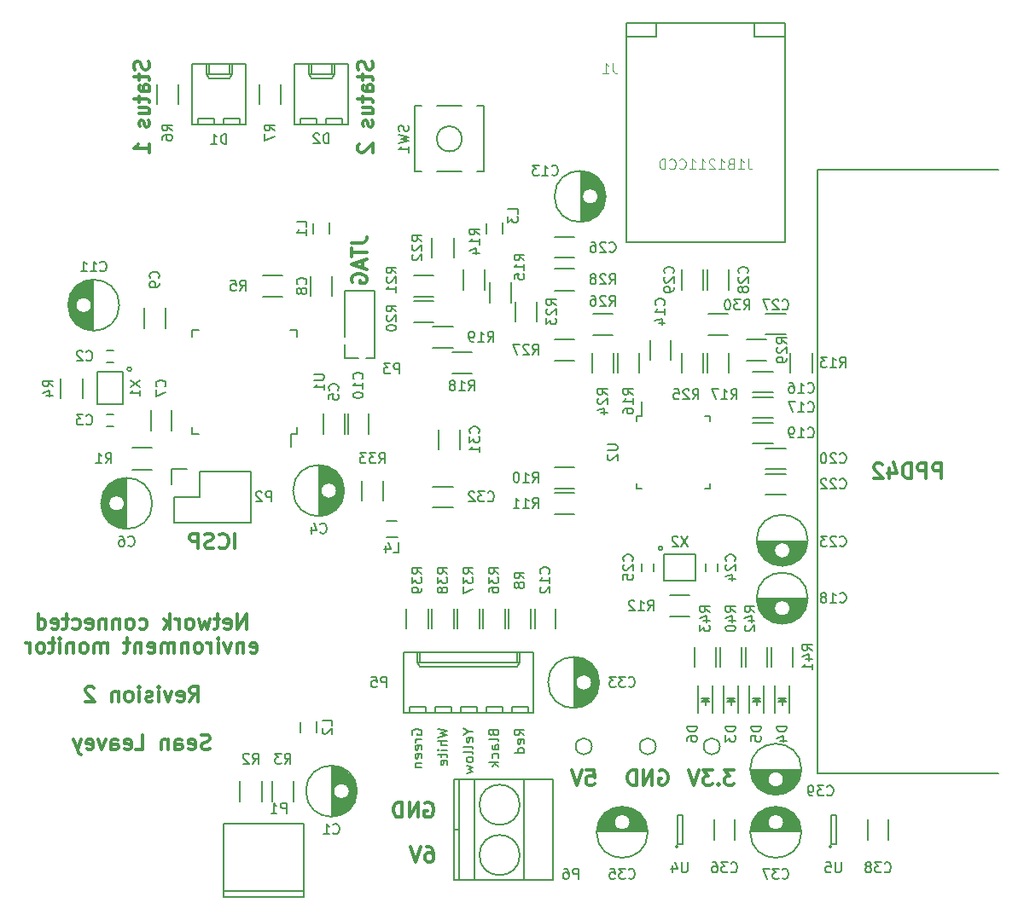
<source format=gbr>
G04 #@! TF.FileFunction,Legend,Bot*
%FSLAX46Y46*%
G04 Gerber Fmt 4.6, Leading zero omitted, Abs format (unit mm)*
G04 Created by KiCad (PCBNEW 4.0.2+dfsg1-stable) date Wed 21 Jun 2017 09:22:51 BST*
%MOMM*%
G01*
G04 APERTURE LIST*
%ADD10C,0.100000*%
%ADD11C,0.300000*%
%ADD12C,0.200000*%
%ADD13C,0.150000*%
%ADD14C,0.050000*%
G04 APERTURE END LIST*
D10*
D11*
X149197143Y-60234286D02*
X149268571Y-60448572D01*
X149268571Y-60805715D01*
X149197143Y-60948572D01*
X149125714Y-61020001D01*
X148982857Y-61091429D01*
X148840000Y-61091429D01*
X148697143Y-61020001D01*
X148625714Y-60948572D01*
X148554286Y-60805715D01*
X148482857Y-60520001D01*
X148411429Y-60377143D01*
X148340000Y-60305715D01*
X148197143Y-60234286D01*
X148054286Y-60234286D01*
X147911429Y-60305715D01*
X147840000Y-60377143D01*
X147768571Y-60520001D01*
X147768571Y-60877143D01*
X147840000Y-61091429D01*
X148268571Y-61520000D02*
X148268571Y-62091429D01*
X147768571Y-61734286D02*
X149054286Y-61734286D01*
X149197143Y-61805714D01*
X149268571Y-61948572D01*
X149268571Y-62091429D01*
X149268571Y-63234286D02*
X148482857Y-63234286D01*
X148340000Y-63162857D01*
X148268571Y-63020000D01*
X148268571Y-62734286D01*
X148340000Y-62591429D01*
X149197143Y-63234286D02*
X149268571Y-63091429D01*
X149268571Y-62734286D01*
X149197143Y-62591429D01*
X149054286Y-62520000D01*
X148911429Y-62520000D01*
X148768571Y-62591429D01*
X148697143Y-62734286D01*
X148697143Y-63091429D01*
X148625714Y-63234286D01*
X148268571Y-63734286D02*
X148268571Y-64305715D01*
X147768571Y-63948572D02*
X149054286Y-63948572D01*
X149197143Y-64020000D01*
X149268571Y-64162858D01*
X149268571Y-64305715D01*
X148268571Y-65448572D02*
X149268571Y-65448572D01*
X148268571Y-64805715D02*
X149054286Y-64805715D01*
X149197143Y-64877143D01*
X149268571Y-65020001D01*
X149268571Y-65234286D01*
X149197143Y-65377143D01*
X149125714Y-65448572D01*
X149197143Y-66091429D02*
X149268571Y-66234286D01*
X149268571Y-66520001D01*
X149197143Y-66662858D01*
X149054286Y-66734286D01*
X148982857Y-66734286D01*
X148840000Y-66662858D01*
X148768571Y-66520001D01*
X148768571Y-66305715D01*
X148697143Y-66162858D01*
X148554286Y-66091429D01*
X148482857Y-66091429D01*
X148340000Y-66162858D01*
X148268571Y-66305715D01*
X148268571Y-66520001D01*
X148340000Y-66662858D01*
X147911429Y-68448572D02*
X147840000Y-68520001D01*
X147768571Y-68662858D01*
X147768571Y-69020001D01*
X147840000Y-69162858D01*
X147911429Y-69234287D01*
X148054286Y-69305715D01*
X148197143Y-69305715D01*
X148411429Y-69234287D01*
X149268571Y-68377144D01*
X149268571Y-69305715D01*
X126972143Y-60234286D02*
X127043571Y-60448572D01*
X127043571Y-60805715D01*
X126972143Y-60948572D01*
X126900714Y-61020001D01*
X126757857Y-61091429D01*
X126615000Y-61091429D01*
X126472143Y-61020001D01*
X126400714Y-60948572D01*
X126329286Y-60805715D01*
X126257857Y-60520001D01*
X126186429Y-60377143D01*
X126115000Y-60305715D01*
X125972143Y-60234286D01*
X125829286Y-60234286D01*
X125686429Y-60305715D01*
X125615000Y-60377143D01*
X125543571Y-60520001D01*
X125543571Y-60877143D01*
X125615000Y-61091429D01*
X126043571Y-61520000D02*
X126043571Y-62091429D01*
X125543571Y-61734286D02*
X126829286Y-61734286D01*
X126972143Y-61805714D01*
X127043571Y-61948572D01*
X127043571Y-62091429D01*
X127043571Y-63234286D02*
X126257857Y-63234286D01*
X126115000Y-63162857D01*
X126043571Y-63020000D01*
X126043571Y-62734286D01*
X126115000Y-62591429D01*
X126972143Y-63234286D02*
X127043571Y-63091429D01*
X127043571Y-62734286D01*
X126972143Y-62591429D01*
X126829286Y-62520000D01*
X126686429Y-62520000D01*
X126543571Y-62591429D01*
X126472143Y-62734286D01*
X126472143Y-63091429D01*
X126400714Y-63234286D01*
X126043571Y-63734286D02*
X126043571Y-64305715D01*
X125543571Y-63948572D02*
X126829286Y-63948572D01*
X126972143Y-64020000D01*
X127043571Y-64162858D01*
X127043571Y-64305715D01*
X126043571Y-65448572D02*
X127043571Y-65448572D01*
X126043571Y-64805715D02*
X126829286Y-64805715D01*
X126972143Y-64877143D01*
X127043571Y-65020001D01*
X127043571Y-65234286D01*
X126972143Y-65377143D01*
X126900714Y-65448572D01*
X126972143Y-66091429D02*
X127043571Y-66234286D01*
X127043571Y-66520001D01*
X126972143Y-66662858D01*
X126829286Y-66734286D01*
X126757857Y-66734286D01*
X126615000Y-66662858D01*
X126543571Y-66520001D01*
X126543571Y-66305715D01*
X126472143Y-66162858D01*
X126329286Y-66091429D01*
X126257857Y-66091429D01*
X126115000Y-66162858D01*
X126043571Y-66305715D01*
X126043571Y-66520001D01*
X126115000Y-66662858D01*
X127043571Y-69305715D02*
X127043571Y-68448572D01*
X127043571Y-68877144D02*
X125543571Y-68877144D01*
X125757857Y-68734287D01*
X125900714Y-68591429D01*
X125972143Y-68448572D01*
X147133571Y-78260000D02*
X148205000Y-78260000D01*
X148419286Y-78188572D01*
X148562143Y-78045715D01*
X148633571Y-77831429D01*
X148633571Y-77688572D01*
X147133571Y-78760000D02*
X147133571Y-79617143D01*
X148633571Y-79188572D02*
X147133571Y-79188572D01*
X148205000Y-80045714D02*
X148205000Y-80760000D01*
X148633571Y-79902857D02*
X147133571Y-80402857D01*
X148633571Y-80902857D01*
X147205000Y-82188571D02*
X147133571Y-82045714D01*
X147133571Y-81831428D01*
X147205000Y-81617143D01*
X147347857Y-81474285D01*
X147490714Y-81402857D01*
X147776429Y-81331428D01*
X147990714Y-81331428D01*
X148276429Y-81402857D01*
X148419286Y-81474285D01*
X148562143Y-81617143D01*
X148633571Y-81831428D01*
X148633571Y-81974285D01*
X148562143Y-82188571D01*
X148490714Y-82260000D01*
X147990714Y-82260000D01*
X147990714Y-81974285D01*
X135564285Y-108628571D02*
X135564285Y-107128571D01*
X133992856Y-108485714D02*
X134064285Y-108557143D01*
X134278571Y-108628571D01*
X134421428Y-108628571D01*
X134635713Y-108557143D01*
X134778571Y-108414286D01*
X134849999Y-108271429D01*
X134921428Y-107985714D01*
X134921428Y-107771429D01*
X134849999Y-107485714D01*
X134778571Y-107342857D01*
X134635713Y-107200000D01*
X134421428Y-107128571D01*
X134278571Y-107128571D01*
X134064285Y-107200000D01*
X133992856Y-107271429D01*
X133421428Y-108557143D02*
X133207142Y-108628571D01*
X132849999Y-108628571D01*
X132707142Y-108557143D01*
X132635713Y-108485714D01*
X132564285Y-108342857D01*
X132564285Y-108200000D01*
X132635713Y-108057143D01*
X132707142Y-107985714D01*
X132849999Y-107914286D01*
X133135713Y-107842857D01*
X133278571Y-107771429D01*
X133349999Y-107700000D01*
X133421428Y-107557143D01*
X133421428Y-107414286D01*
X133349999Y-107271429D01*
X133278571Y-107200000D01*
X133135713Y-107128571D01*
X132778571Y-107128571D01*
X132564285Y-107200000D01*
X131921428Y-108628571D02*
X131921428Y-107128571D01*
X131350000Y-107128571D01*
X131207142Y-107200000D01*
X131135714Y-107271429D01*
X131064285Y-107414286D01*
X131064285Y-107628571D01*
X131135714Y-107771429D01*
X131207142Y-107842857D01*
X131350000Y-107914286D01*
X131921428Y-107914286D01*
X185094285Y-130623571D02*
X184165714Y-130623571D01*
X184665714Y-131195000D01*
X184451428Y-131195000D01*
X184308571Y-131266429D01*
X184237142Y-131337857D01*
X184165714Y-131480714D01*
X184165714Y-131837857D01*
X184237142Y-131980714D01*
X184308571Y-132052143D01*
X184451428Y-132123571D01*
X184880000Y-132123571D01*
X185022857Y-132052143D01*
X185094285Y-131980714D01*
X183522857Y-131980714D02*
X183451429Y-132052143D01*
X183522857Y-132123571D01*
X183594286Y-132052143D01*
X183522857Y-131980714D01*
X183522857Y-132123571D01*
X182951428Y-130623571D02*
X182022857Y-130623571D01*
X182522857Y-131195000D01*
X182308571Y-131195000D01*
X182165714Y-131266429D01*
X182094285Y-131337857D01*
X182022857Y-131480714D01*
X182022857Y-131837857D01*
X182094285Y-131980714D01*
X182165714Y-132052143D01*
X182308571Y-132123571D01*
X182737143Y-132123571D01*
X182880000Y-132052143D01*
X182951428Y-131980714D01*
X181594286Y-130623571D02*
X181094286Y-132123571D01*
X180594286Y-130623571D01*
X177672857Y-130695000D02*
X177815714Y-130623571D01*
X178030000Y-130623571D01*
X178244285Y-130695000D01*
X178387143Y-130837857D01*
X178458571Y-130980714D01*
X178530000Y-131266429D01*
X178530000Y-131480714D01*
X178458571Y-131766429D01*
X178387143Y-131909286D01*
X178244285Y-132052143D01*
X178030000Y-132123571D01*
X177887143Y-132123571D01*
X177672857Y-132052143D01*
X177601428Y-131980714D01*
X177601428Y-131480714D01*
X177887143Y-131480714D01*
X176958571Y-132123571D02*
X176958571Y-130623571D01*
X176101428Y-132123571D01*
X176101428Y-130623571D01*
X175387142Y-132123571D02*
X175387142Y-130623571D01*
X175029999Y-130623571D01*
X174815714Y-130695000D01*
X174672856Y-130837857D01*
X174601428Y-130980714D01*
X174529999Y-131266429D01*
X174529999Y-131480714D01*
X174601428Y-131766429D01*
X174672856Y-131909286D01*
X174815714Y-132052143D01*
X175029999Y-132123571D01*
X175387142Y-132123571D01*
X170465713Y-130623571D02*
X171179999Y-130623571D01*
X171251428Y-131337857D01*
X171179999Y-131266429D01*
X171037142Y-131195000D01*
X170679999Y-131195000D01*
X170537142Y-131266429D01*
X170465713Y-131337857D01*
X170394285Y-131480714D01*
X170394285Y-131837857D01*
X170465713Y-131980714D01*
X170537142Y-132052143D01*
X170679999Y-132123571D01*
X171037142Y-132123571D01*
X171179999Y-132052143D01*
X171251428Y-131980714D01*
X169965714Y-130623571D02*
X169465714Y-132123571D01*
X168965714Y-130623571D01*
X154432143Y-133870000D02*
X154575000Y-133798571D01*
X154789286Y-133798571D01*
X155003571Y-133870000D01*
X155146429Y-134012857D01*
X155217857Y-134155714D01*
X155289286Y-134441429D01*
X155289286Y-134655714D01*
X155217857Y-134941429D01*
X155146429Y-135084286D01*
X155003571Y-135227143D01*
X154789286Y-135298571D01*
X154646429Y-135298571D01*
X154432143Y-135227143D01*
X154360714Y-135155714D01*
X154360714Y-134655714D01*
X154646429Y-134655714D01*
X153717857Y-135298571D02*
X153717857Y-133798571D01*
X152860714Y-135298571D01*
X152860714Y-133798571D01*
X152146428Y-135298571D02*
X152146428Y-133798571D01*
X151789285Y-133798571D01*
X151575000Y-133870000D01*
X151432142Y-134012857D01*
X151360714Y-134155714D01*
X151289285Y-134441429D01*
X151289285Y-134655714D01*
X151360714Y-134941429D01*
X151432142Y-135084286D01*
X151575000Y-135227143D01*
X151789285Y-135298571D01*
X152146428Y-135298571D01*
X154575000Y-138243571D02*
X154860714Y-138243571D01*
X155003571Y-138315000D01*
X155075000Y-138386429D01*
X155217857Y-138600714D01*
X155289286Y-138886429D01*
X155289286Y-139457857D01*
X155217857Y-139600714D01*
X155146429Y-139672143D01*
X155003571Y-139743571D01*
X154717857Y-139743571D01*
X154575000Y-139672143D01*
X154503571Y-139600714D01*
X154432143Y-139457857D01*
X154432143Y-139100714D01*
X154503571Y-138957857D01*
X154575000Y-138886429D01*
X154717857Y-138815000D01*
X155003571Y-138815000D01*
X155146429Y-138886429D01*
X155217857Y-138957857D01*
X155289286Y-139100714D01*
X154003572Y-138243571D02*
X153503572Y-139743571D01*
X153003572Y-138243571D01*
D12*
X125295000Y-90805000D02*
G75*
G03X125295000Y-90805000I-200000J0D01*
G01*
X178000000Y-108585000D02*
G75*
G03X178000000Y-108585000I-200000J0D01*
G01*
D13*
X153170000Y-127126905D02*
X153122381Y-127031667D01*
X153122381Y-126888810D01*
X153170000Y-126745952D01*
X153265238Y-126650714D01*
X153360476Y-126603095D01*
X153550952Y-126555476D01*
X153693810Y-126555476D01*
X153884286Y-126603095D01*
X153979524Y-126650714D01*
X154074762Y-126745952D01*
X154122381Y-126888810D01*
X154122381Y-126984048D01*
X154074762Y-127126905D01*
X154027143Y-127174524D01*
X153693810Y-127174524D01*
X153693810Y-126984048D01*
X154122381Y-127603095D02*
X153455714Y-127603095D01*
X153646190Y-127603095D02*
X153550952Y-127650714D01*
X153503333Y-127698333D01*
X153455714Y-127793571D01*
X153455714Y-127888810D01*
X154074762Y-128603096D02*
X154122381Y-128507858D01*
X154122381Y-128317381D01*
X154074762Y-128222143D01*
X153979524Y-128174524D01*
X153598571Y-128174524D01*
X153503333Y-128222143D01*
X153455714Y-128317381D01*
X153455714Y-128507858D01*
X153503333Y-128603096D01*
X153598571Y-128650715D01*
X153693810Y-128650715D01*
X153789048Y-128174524D01*
X154074762Y-129460239D02*
X154122381Y-129365001D01*
X154122381Y-129174524D01*
X154074762Y-129079286D01*
X153979524Y-129031667D01*
X153598571Y-129031667D01*
X153503333Y-129079286D01*
X153455714Y-129174524D01*
X153455714Y-129365001D01*
X153503333Y-129460239D01*
X153598571Y-129507858D01*
X153693810Y-129507858D01*
X153789048Y-129031667D01*
X153455714Y-129936429D02*
X154122381Y-129936429D01*
X153550952Y-129936429D02*
X153503333Y-129984048D01*
X153455714Y-130079286D01*
X153455714Y-130222144D01*
X153503333Y-130317382D01*
X153598571Y-130365001D01*
X154122381Y-130365001D01*
X155662381Y-126507857D02*
X156662381Y-126745952D01*
X155948095Y-126936429D01*
X156662381Y-127126905D01*
X155662381Y-127365000D01*
X156662381Y-127745952D02*
X155662381Y-127745952D01*
X156662381Y-128174524D02*
X156138571Y-128174524D01*
X156043333Y-128126905D01*
X155995714Y-128031667D01*
X155995714Y-127888809D01*
X156043333Y-127793571D01*
X156090952Y-127745952D01*
X156662381Y-128650714D02*
X155995714Y-128650714D01*
X155662381Y-128650714D02*
X155710000Y-128603095D01*
X155757619Y-128650714D01*
X155710000Y-128698333D01*
X155662381Y-128650714D01*
X155757619Y-128650714D01*
X155995714Y-128984047D02*
X155995714Y-129364999D01*
X155662381Y-129126904D02*
X156519524Y-129126904D01*
X156614762Y-129174523D01*
X156662381Y-129269761D01*
X156662381Y-129364999D01*
X156614762Y-130079286D02*
X156662381Y-129984048D01*
X156662381Y-129793571D01*
X156614762Y-129698333D01*
X156519524Y-129650714D01*
X156138571Y-129650714D01*
X156043333Y-129698333D01*
X155995714Y-129793571D01*
X155995714Y-129984048D01*
X156043333Y-130079286D01*
X156138571Y-130126905D01*
X156233810Y-130126905D01*
X156329048Y-129650714D01*
X158726190Y-126793571D02*
X159202381Y-126793571D01*
X158202381Y-126460238D02*
X158726190Y-126793571D01*
X158202381Y-127126905D01*
X159154762Y-127841191D02*
X159202381Y-127745953D01*
X159202381Y-127555476D01*
X159154762Y-127460238D01*
X159059524Y-127412619D01*
X158678571Y-127412619D01*
X158583333Y-127460238D01*
X158535714Y-127555476D01*
X158535714Y-127745953D01*
X158583333Y-127841191D01*
X158678571Y-127888810D01*
X158773810Y-127888810D01*
X158869048Y-127412619D01*
X159202381Y-128460238D02*
X159154762Y-128365000D01*
X159059524Y-128317381D01*
X158202381Y-128317381D01*
X159202381Y-128984048D02*
X159154762Y-128888810D01*
X159059524Y-128841191D01*
X158202381Y-128841191D01*
X159202381Y-129507858D02*
X159154762Y-129412620D01*
X159107143Y-129365001D01*
X159011905Y-129317382D01*
X158726190Y-129317382D01*
X158630952Y-129365001D01*
X158583333Y-129412620D01*
X158535714Y-129507858D01*
X158535714Y-129650716D01*
X158583333Y-129745954D01*
X158630952Y-129793573D01*
X158726190Y-129841192D01*
X159011905Y-129841192D01*
X159107143Y-129793573D01*
X159154762Y-129745954D01*
X159202381Y-129650716D01*
X159202381Y-129507858D01*
X158535714Y-130174525D02*
X159202381Y-130365001D01*
X158726190Y-130555478D01*
X159202381Y-130745954D01*
X158535714Y-130936430D01*
X161218571Y-126936429D02*
X161266190Y-127079286D01*
X161313810Y-127126905D01*
X161409048Y-127174524D01*
X161551905Y-127174524D01*
X161647143Y-127126905D01*
X161694762Y-127079286D01*
X161742381Y-126984048D01*
X161742381Y-126603095D01*
X160742381Y-126603095D01*
X160742381Y-126936429D01*
X160790000Y-127031667D01*
X160837619Y-127079286D01*
X160932857Y-127126905D01*
X161028095Y-127126905D01*
X161123333Y-127079286D01*
X161170952Y-127031667D01*
X161218571Y-126936429D01*
X161218571Y-126603095D01*
X161742381Y-127745952D02*
X161694762Y-127650714D01*
X161599524Y-127603095D01*
X160742381Y-127603095D01*
X161742381Y-128555477D02*
X161218571Y-128555477D01*
X161123333Y-128507858D01*
X161075714Y-128412620D01*
X161075714Y-128222143D01*
X161123333Y-128126905D01*
X161694762Y-128555477D02*
X161742381Y-128460239D01*
X161742381Y-128222143D01*
X161694762Y-128126905D01*
X161599524Y-128079286D01*
X161504286Y-128079286D01*
X161409048Y-128126905D01*
X161361429Y-128222143D01*
X161361429Y-128460239D01*
X161313810Y-128555477D01*
X161694762Y-129460239D02*
X161742381Y-129365001D01*
X161742381Y-129174524D01*
X161694762Y-129079286D01*
X161647143Y-129031667D01*
X161551905Y-128984048D01*
X161266190Y-128984048D01*
X161170952Y-129031667D01*
X161123333Y-129079286D01*
X161075714Y-129174524D01*
X161075714Y-129365001D01*
X161123333Y-129460239D01*
X161742381Y-129888810D02*
X160742381Y-129888810D01*
X161361429Y-129984048D02*
X161742381Y-130269763D01*
X161075714Y-130269763D02*
X161456667Y-129888810D01*
X164282381Y-127174524D02*
X163806190Y-126841190D01*
X164282381Y-126603095D02*
X163282381Y-126603095D01*
X163282381Y-126984048D01*
X163330000Y-127079286D01*
X163377619Y-127126905D01*
X163472857Y-127174524D01*
X163615714Y-127174524D01*
X163710952Y-127126905D01*
X163758571Y-127079286D01*
X163806190Y-126984048D01*
X163806190Y-126603095D01*
X164234762Y-127984048D02*
X164282381Y-127888810D01*
X164282381Y-127698333D01*
X164234762Y-127603095D01*
X164139524Y-127555476D01*
X163758571Y-127555476D01*
X163663333Y-127603095D01*
X163615714Y-127698333D01*
X163615714Y-127888810D01*
X163663333Y-127984048D01*
X163758571Y-128031667D01*
X163853810Y-128031667D01*
X163949048Y-127555476D01*
X164282381Y-128888810D02*
X163282381Y-128888810D01*
X164234762Y-128888810D02*
X164282381Y-128793572D01*
X164282381Y-128603095D01*
X164234762Y-128507857D01*
X164187143Y-128460238D01*
X164091905Y-128412619D01*
X163806190Y-128412619D01*
X163710952Y-128460238D01*
X163663333Y-128507857D01*
X163615714Y-128603095D01*
X163615714Y-128793572D01*
X163663333Y-128888810D01*
D11*
X136686428Y-116598571D02*
X136686428Y-115098571D01*
X135829285Y-116598571D01*
X135829285Y-115098571D01*
X134543571Y-116527143D02*
X134686428Y-116598571D01*
X134972142Y-116598571D01*
X135114999Y-116527143D01*
X135186428Y-116384286D01*
X135186428Y-115812857D01*
X135114999Y-115670000D01*
X134972142Y-115598571D01*
X134686428Y-115598571D01*
X134543571Y-115670000D01*
X134472142Y-115812857D01*
X134472142Y-115955714D01*
X135186428Y-116098571D01*
X134043571Y-115598571D02*
X133472142Y-115598571D01*
X133829285Y-115098571D02*
X133829285Y-116384286D01*
X133757857Y-116527143D01*
X133614999Y-116598571D01*
X133472142Y-116598571D01*
X133114999Y-115598571D02*
X132829285Y-116598571D01*
X132543571Y-115884286D01*
X132257856Y-116598571D01*
X131972142Y-115598571D01*
X131186427Y-116598571D02*
X131329285Y-116527143D01*
X131400713Y-116455714D01*
X131472142Y-116312857D01*
X131472142Y-115884286D01*
X131400713Y-115741429D01*
X131329285Y-115670000D01*
X131186427Y-115598571D01*
X130972142Y-115598571D01*
X130829285Y-115670000D01*
X130757856Y-115741429D01*
X130686427Y-115884286D01*
X130686427Y-116312857D01*
X130757856Y-116455714D01*
X130829285Y-116527143D01*
X130972142Y-116598571D01*
X131186427Y-116598571D01*
X130043570Y-116598571D02*
X130043570Y-115598571D01*
X130043570Y-115884286D02*
X129972142Y-115741429D01*
X129900713Y-115670000D01*
X129757856Y-115598571D01*
X129614999Y-115598571D01*
X129114999Y-116598571D02*
X129114999Y-115098571D01*
X128972142Y-116027143D02*
X128543571Y-116598571D01*
X128543571Y-115598571D02*
X129114999Y-116170000D01*
X126114999Y-116527143D02*
X126257856Y-116598571D01*
X126543570Y-116598571D01*
X126686428Y-116527143D01*
X126757856Y-116455714D01*
X126829285Y-116312857D01*
X126829285Y-115884286D01*
X126757856Y-115741429D01*
X126686428Y-115670000D01*
X126543570Y-115598571D01*
X126257856Y-115598571D01*
X126114999Y-115670000D01*
X125257856Y-116598571D02*
X125400714Y-116527143D01*
X125472142Y-116455714D01*
X125543571Y-116312857D01*
X125543571Y-115884286D01*
X125472142Y-115741429D01*
X125400714Y-115670000D01*
X125257856Y-115598571D01*
X125043571Y-115598571D01*
X124900714Y-115670000D01*
X124829285Y-115741429D01*
X124757856Y-115884286D01*
X124757856Y-116312857D01*
X124829285Y-116455714D01*
X124900714Y-116527143D01*
X125043571Y-116598571D01*
X125257856Y-116598571D01*
X124114999Y-115598571D02*
X124114999Y-116598571D01*
X124114999Y-115741429D02*
X124043571Y-115670000D01*
X123900713Y-115598571D01*
X123686428Y-115598571D01*
X123543571Y-115670000D01*
X123472142Y-115812857D01*
X123472142Y-116598571D01*
X122757856Y-115598571D02*
X122757856Y-116598571D01*
X122757856Y-115741429D02*
X122686428Y-115670000D01*
X122543570Y-115598571D01*
X122329285Y-115598571D01*
X122186428Y-115670000D01*
X122114999Y-115812857D01*
X122114999Y-116598571D01*
X120829285Y-116527143D02*
X120972142Y-116598571D01*
X121257856Y-116598571D01*
X121400713Y-116527143D01*
X121472142Y-116384286D01*
X121472142Y-115812857D01*
X121400713Y-115670000D01*
X121257856Y-115598571D01*
X120972142Y-115598571D01*
X120829285Y-115670000D01*
X120757856Y-115812857D01*
X120757856Y-115955714D01*
X121472142Y-116098571D01*
X119472142Y-116527143D02*
X119614999Y-116598571D01*
X119900713Y-116598571D01*
X120043571Y-116527143D01*
X120114999Y-116455714D01*
X120186428Y-116312857D01*
X120186428Y-115884286D01*
X120114999Y-115741429D01*
X120043571Y-115670000D01*
X119900713Y-115598571D01*
X119614999Y-115598571D01*
X119472142Y-115670000D01*
X119043571Y-115598571D02*
X118472142Y-115598571D01*
X118829285Y-115098571D02*
X118829285Y-116384286D01*
X118757857Y-116527143D01*
X118614999Y-116598571D01*
X118472142Y-116598571D01*
X117400714Y-116527143D02*
X117543571Y-116598571D01*
X117829285Y-116598571D01*
X117972142Y-116527143D01*
X118043571Y-116384286D01*
X118043571Y-115812857D01*
X117972142Y-115670000D01*
X117829285Y-115598571D01*
X117543571Y-115598571D01*
X117400714Y-115670000D01*
X117329285Y-115812857D01*
X117329285Y-115955714D01*
X118043571Y-116098571D01*
X116043571Y-116598571D02*
X116043571Y-115098571D01*
X116043571Y-116527143D02*
X116186428Y-116598571D01*
X116472142Y-116598571D01*
X116615000Y-116527143D01*
X116686428Y-116455714D01*
X116757857Y-116312857D01*
X116757857Y-115884286D01*
X116686428Y-115741429D01*
X116615000Y-115670000D01*
X116472142Y-115598571D01*
X116186428Y-115598571D01*
X116043571Y-115670000D01*
X137115000Y-118927143D02*
X137257857Y-118998571D01*
X137543571Y-118998571D01*
X137686428Y-118927143D01*
X137757857Y-118784286D01*
X137757857Y-118212857D01*
X137686428Y-118070000D01*
X137543571Y-117998571D01*
X137257857Y-117998571D01*
X137115000Y-118070000D01*
X137043571Y-118212857D01*
X137043571Y-118355714D01*
X137757857Y-118498571D01*
X136400714Y-117998571D02*
X136400714Y-118998571D01*
X136400714Y-118141429D02*
X136329286Y-118070000D01*
X136186428Y-117998571D01*
X135972143Y-117998571D01*
X135829286Y-118070000D01*
X135757857Y-118212857D01*
X135757857Y-118998571D01*
X135186428Y-117998571D02*
X134829285Y-118998571D01*
X134472143Y-117998571D01*
X133900714Y-118998571D02*
X133900714Y-117998571D01*
X133900714Y-117498571D02*
X133972143Y-117570000D01*
X133900714Y-117641429D01*
X133829286Y-117570000D01*
X133900714Y-117498571D01*
X133900714Y-117641429D01*
X133186428Y-118998571D02*
X133186428Y-117998571D01*
X133186428Y-118284286D02*
X133115000Y-118141429D01*
X133043571Y-118070000D01*
X132900714Y-117998571D01*
X132757857Y-117998571D01*
X132043571Y-118998571D02*
X132186429Y-118927143D01*
X132257857Y-118855714D01*
X132329286Y-118712857D01*
X132329286Y-118284286D01*
X132257857Y-118141429D01*
X132186429Y-118070000D01*
X132043571Y-117998571D01*
X131829286Y-117998571D01*
X131686429Y-118070000D01*
X131615000Y-118141429D01*
X131543571Y-118284286D01*
X131543571Y-118712857D01*
X131615000Y-118855714D01*
X131686429Y-118927143D01*
X131829286Y-118998571D01*
X132043571Y-118998571D01*
X130900714Y-117998571D02*
X130900714Y-118998571D01*
X130900714Y-118141429D02*
X130829286Y-118070000D01*
X130686428Y-117998571D01*
X130472143Y-117998571D01*
X130329286Y-118070000D01*
X130257857Y-118212857D01*
X130257857Y-118998571D01*
X129543571Y-118998571D02*
X129543571Y-117998571D01*
X129543571Y-118141429D02*
X129472143Y-118070000D01*
X129329285Y-117998571D01*
X129115000Y-117998571D01*
X128972143Y-118070000D01*
X128900714Y-118212857D01*
X128900714Y-118998571D01*
X128900714Y-118212857D02*
X128829285Y-118070000D01*
X128686428Y-117998571D01*
X128472143Y-117998571D01*
X128329285Y-118070000D01*
X128257857Y-118212857D01*
X128257857Y-118998571D01*
X126972143Y-118927143D02*
X127115000Y-118998571D01*
X127400714Y-118998571D01*
X127543571Y-118927143D01*
X127615000Y-118784286D01*
X127615000Y-118212857D01*
X127543571Y-118070000D01*
X127400714Y-117998571D01*
X127115000Y-117998571D01*
X126972143Y-118070000D01*
X126900714Y-118212857D01*
X126900714Y-118355714D01*
X127615000Y-118498571D01*
X126257857Y-117998571D02*
X126257857Y-118998571D01*
X126257857Y-118141429D02*
X126186429Y-118070000D01*
X126043571Y-117998571D01*
X125829286Y-117998571D01*
X125686429Y-118070000D01*
X125615000Y-118212857D01*
X125615000Y-118998571D01*
X125115000Y-117998571D02*
X124543571Y-117998571D01*
X124900714Y-117498571D02*
X124900714Y-118784286D01*
X124829286Y-118927143D01*
X124686428Y-118998571D01*
X124543571Y-118998571D01*
X122900714Y-118998571D02*
X122900714Y-117998571D01*
X122900714Y-118141429D02*
X122829286Y-118070000D01*
X122686428Y-117998571D01*
X122472143Y-117998571D01*
X122329286Y-118070000D01*
X122257857Y-118212857D01*
X122257857Y-118998571D01*
X122257857Y-118212857D02*
X122186428Y-118070000D01*
X122043571Y-117998571D01*
X121829286Y-117998571D01*
X121686428Y-118070000D01*
X121615000Y-118212857D01*
X121615000Y-118998571D01*
X120686428Y-118998571D02*
X120829286Y-118927143D01*
X120900714Y-118855714D01*
X120972143Y-118712857D01*
X120972143Y-118284286D01*
X120900714Y-118141429D01*
X120829286Y-118070000D01*
X120686428Y-117998571D01*
X120472143Y-117998571D01*
X120329286Y-118070000D01*
X120257857Y-118141429D01*
X120186428Y-118284286D01*
X120186428Y-118712857D01*
X120257857Y-118855714D01*
X120329286Y-118927143D01*
X120472143Y-118998571D01*
X120686428Y-118998571D01*
X119543571Y-117998571D02*
X119543571Y-118998571D01*
X119543571Y-118141429D02*
X119472143Y-118070000D01*
X119329285Y-117998571D01*
X119115000Y-117998571D01*
X118972143Y-118070000D01*
X118900714Y-118212857D01*
X118900714Y-118998571D01*
X118186428Y-118998571D02*
X118186428Y-117998571D01*
X118186428Y-117498571D02*
X118257857Y-117570000D01*
X118186428Y-117641429D01*
X118115000Y-117570000D01*
X118186428Y-117498571D01*
X118186428Y-117641429D01*
X117686428Y-117998571D02*
X117114999Y-117998571D01*
X117472142Y-117498571D02*
X117472142Y-118784286D01*
X117400714Y-118927143D01*
X117257856Y-118998571D01*
X117114999Y-118998571D01*
X116400713Y-118998571D02*
X116543571Y-118927143D01*
X116614999Y-118855714D01*
X116686428Y-118712857D01*
X116686428Y-118284286D01*
X116614999Y-118141429D01*
X116543571Y-118070000D01*
X116400713Y-117998571D01*
X116186428Y-117998571D01*
X116043571Y-118070000D01*
X115972142Y-118141429D01*
X115900713Y-118284286D01*
X115900713Y-118712857D01*
X115972142Y-118855714D01*
X116043571Y-118927143D01*
X116186428Y-118998571D01*
X116400713Y-118998571D01*
X115257856Y-118998571D02*
X115257856Y-117998571D01*
X115257856Y-118284286D02*
X115186428Y-118141429D01*
X115114999Y-118070000D01*
X114972142Y-117998571D01*
X114829285Y-117998571D01*
X131079285Y-123798571D02*
X131579285Y-123084286D01*
X131936428Y-123798571D02*
X131936428Y-122298571D01*
X131365000Y-122298571D01*
X131222142Y-122370000D01*
X131150714Y-122441429D01*
X131079285Y-122584286D01*
X131079285Y-122798571D01*
X131150714Y-122941429D01*
X131222142Y-123012857D01*
X131365000Y-123084286D01*
X131936428Y-123084286D01*
X129865000Y-123727143D02*
X130007857Y-123798571D01*
X130293571Y-123798571D01*
X130436428Y-123727143D01*
X130507857Y-123584286D01*
X130507857Y-123012857D01*
X130436428Y-122870000D01*
X130293571Y-122798571D01*
X130007857Y-122798571D01*
X129865000Y-122870000D01*
X129793571Y-123012857D01*
X129793571Y-123155714D01*
X130507857Y-123298571D01*
X129293571Y-122798571D02*
X128936428Y-123798571D01*
X128579286Y-122798571D01*
X128007857Y-123798571D02*
X128007857Y-122798571D01*
X128007857Y-122298571D02*
X128079286Y-122370000D01*
X128007857Y-122441429D01*
X127936429Y-122370000D01*
X128007857Y-122298571D01*
X128007857Y-122441429D01*
X127365000Y-123727143D02*
X127222143Y-123798571D01*
X126936428Y-123798571D01*
X126793571Y-123727143D01*
X126722143Y-123584286D01*
X126722143Y-123512857D01*
X126793571Y-123370000D01*
X126936428Y-123298571D01*
X127150714Y-123298571D01*
X127293571Y-123227143D01*
X127365000Y-123084286D01*
X127365000Y-123012857D01*
X127293571Y-122870000D01*
X127150714Y-122798571D01*
X126936428Y-122798571D01*
X126793571Y-122870000D01*
X126079285Y-123798571D02*
X126079285Y-122798571D01*
X126079285Y-122298571D02*
X126150714Y-122370000D01*
X126079285Y-122441429D01*
X126007857Y-122370000D01*
X126079285Y-122298571D01*
X126079285Y-122441429D01*
X125150713Y-123798571D02*
X125293571Y-123727143D01*
X125364999Y-123655714D01*
X125436428Y-123512857D01*
X125436428Y-123084286D01*
X125364999Y-122941429D01*
X125293571Y-122870000D01*
X125150713Y-122798571D01*
X124936428Y-122798571D01*
X124793571Y-122870000D01*
X124722142Y-122941429D01*
X124650713Y-123084286D01*
X124650713Y-123512857D01*
X124722142Y-123655714D01*
X124793571Y-123727143D01*
X124936428Y-123798571D01*
X125150713Y-123798571D01*
X124007856Y-122798571D02*
X124007856Y-123798571D01*
X124007856Y-122941429D02*
X123936428Y-122870000D01*
X123793570Y-122798571D01*
X123579285Y-122798571D01*
X123436428Y-122870000D01*
X123364999Y-123012857D01*
X123364999Y-123798571D01*
X121579285Y-122441429D02*
X121507856Y-122370000D01*
X121364999Y-122298571D01*
X121007856Y-122298571D01*
X120864999Y-122370000D01*
X120793570Y-122441429D01*
X120722142Y-122584286D01*
X120722142Y-122727143D01*
X120793570Y-122941429D01*
X121650713Y-123798571D01*
X120722142Y-123798571D01*
X133079285Y-128527143D02*
X132864999Y-128598571D01*
X132507856Y-128598571D01*
X132364999Y-128527143D01*
X132293570Y-128455714D01*
X132222142Y-128312857D01*
X132222142Y-128170000D01*
X132293570Y-128027143D01*
X132364999Y-127955714D01*
X132507856Y-127884286D01*
X132793570Y-127812857D01*
X132936428Y-127741429D01*
X133007856Y-127670000D01*
X133079285Y-127527143D01*
X133079285Y-127384286D01*
X133007856Y-127241429D01*
X132936428Y-127170000D01*
X132793570Y-127098571D01*
X132436428Y-127098571D01*
X132222142Y-127170000D01*
X131007857Y-128527143D02*
X131150714Y-128598571D01*
X131436428Y-128598571D01*
X131579285Y-128527143D01*
X131650714Y-128384286D01*
X131650714Y-127812857D01*
X131579285Y-127670000D01*
X131436428Y-127598571D01*
X131150714Y-127598571D01*
X131007857Y-127670000D01*
X130936428Y-127812857D01*
X130936428Y-127955714D01*
X131650714Y-128098571D01*
X129650714Y-128598571D02*
X129650714Y-127812857D01*
X129722143Y-127670000D01*
X129865000Y-127598571D01*
X130150714Y-127598571D01*
X130293571Y-127670000D01*
X129650714Y-128527143D02*
X129793571Y-128598571D01*
X130150714Y-128598571D01*
X130293571Y-128527143D01*
X130365000Y-128384286D01*
X130365000Y-128241429D01*
X130293571Y-128098571D01*
X130150714Y-128027143D01*
X129793571Y-128027143D01*
X129650714Y-127955714D01*
X128936428Y-127598571D02*
X128936428Y-128598571D01*
X128936428Y-127741429D02*
X128865000Y-127670000D01*
X128722142Y-127598571D01*
X128507857Y-127598571D01*
X128365000Y-127670000D01*
X128293571Y-127812857D01*
X128293571Y-128598571D01*
X125722142Y-128598571D02*
X126436428Y-128598571D01*
X126436428Y-127098571D01*
X124650714Y-128527143D02*
X124793571Y-128598571D01*
X125079285Y-128598571D01*
X125222142Y-128527143D01*
X125293571Y-128384286D01*
X125293571Y-127812857D01*
X125222142Y-127670000D01*
X125079285Y-127598571D01*
X124793571Y-127598571D01*
X124650714Y-127670000D01*
X124579285Y-127812857D01*
X124579285Y-127955714D01*
X125293571Y-128098571D01*
X123293571Y-128598571D02*
X123293571Y-127812857D01*
X123365000Y-127670000D01*
X123507857Y-127598571D01*
X123793571Y-127598571D01*
X123936428Y-127670000D01*
X123293571Y-128527143D02*
X123436428Y-128598571D01*
X123793571Y-128598571D01*
X123936428Y-128527143D01*
X124007857Y-128384286D01*
X124007857Y-128241429D01*
X123936428Y-128098571D01*
X123793571Y-128027143D01*
X123436428Y-128027143D01*
X123293571Y-127955714D01*
X122722142Y-127598571D02*
X122364999Y-128598571D01*
X122007857Y-127598571D01*
X120865000Y-128527143D02*
X121007857Y-128598571D01*
X121293571Y-128598571D01*
X121436428Y-128527143D01*
X121507857Y-128384286D01*
X121507857Y-127812857D01*
X121436428Y-127670000D01*
X121293571Y-127598571D01*
X121007857Y-127598571D01*
X120865000Y-127670000D01*
X120793571Y-127812857D01*
X120793571Y-127955714D01*
X121507857Y-128098571D01*
X120293571Y-127598571D02*
X119936428Y-128598571D01*
X119579286Y-127598571D02*
X119936428Y-128598571D01*
X120079286Y-128955714D01*
X120150714Y-129027143D01*
X120293571Y-129098571D01*
X205657928Y-101643571D02*
X205657928Y-100143571D01*
X205086500Y-100143571D01*
X204943642Y-100215000D01*
X204872214Y-100286429D01*
X204800785Y-100429286D01*
X204800785Y-100643571D01*
X204872214Y-100786429D01*
X204943642Y-100857857D01*
X205086500Y-100929286D01*
X205657928Y-100929286D01*
X204157928Y-101643571D02*
X204157928Y-100143571D01*
X203586500Y-100143571D01*
X203443642Y-100215000D01*
X203372214Y-100286429D01*
X203300785Y-100429286D01*
X203300785Y-100643571D01*
X203372214Y-100786429D01*
X203443642Y-100857857D01*
X203586500Y-100929286D01*
X204157928Y-100929286D01*
X202657928Y-101643571D02*
X202657928Y-100143571D01*
X202300785Y-100143571D01*
X202086500Y-100215000D01*
X201943642Y-100357857D01*
X201872214Y-100500714D01*
X201800785Y-100786429D01*
X201800785Y-101000714D01*
X201872214Y-101286429D01*
X201943642Y-101429286D01*
X202086500Y-101572143D01*
X202300785Y-101643571D01*
X202657928Y-101643571D01*
X200515071Y-100643571D02*
X200515071Y-101643571D01*
X200872214Y-100072143D02*
X201229357Y-101143571D01*
X200300785Y-101143571D01*
X199800786Y-100286429D02*
X199729357Y-100215000D01*
X199586500Y-100143571D01*
X199229357Y-100143571D01*
X199086500Y-100215000D01*
X199015071Y-100286429D01*
X198943643Y-100429286D01*
X198943643Y-100572143D01*
X199015071Y-100786429D01*
X199872214Y-101643571D01*
X198943643Y-101643571D01*
D12*
X193328000Y-70965000D02*
X211345000Y-70965000D01*
X193328000Y-130965000D02*
X211345000Y-130965000D01*
X193328000Y-130965000D02*
X193328000Y-70965000D01*
D13*
X144390000Y-97242000D02*
X144390000Y-95242000D01*
X146440000Y-95242000D02*
X146440000Y-97242000D01*
X163000000Y-84185000D02*
X163000000Y-82185000D01*
X160850000Y-82185000D02*
X160850000Y-84185000D01*
X177370000Y-57785000D02*
X177370000Y-56420000D01*
X174370000Y-57785000D02*
X177370000Y-57785000D01*
X190120000Y-57785000D02*
X187120000Y-57785000D01*
X187120000Y-57785000D02*
X187120000Y-56420000D01*
X174370000Y-78200000D02*
X174370000Y-56420000D01*
X190120000Y-78200000D02*
X190120000Y-56420000D01*
X190120000Y-56420000D02*
X174370000Y-56420000D01*
X190120000Y-78200000D02*
X174370000Y-78200000D01*
X145220000Y-135214000D02*
X145220000Y-130216000D01*
X145360000Y-135206000D02*
X145360000Y-132869000D01*
X145360000Y-132561000D02*
X145360000Y-130224000D01*
X145500000Y-135190000D02*
X145500000Y-133188000D01*
X145500000Y-132242000D02*
X145500000Y-130240000D01*
X145640000Y-135166000D02*
X145640000Y-133335000D01*
X145640000Y-132095000D02*
X145640000Y-130264000D01*
X145780000Y-135133000D02*
X145780000Y-133427000D01*
X145780000Y-132003000D02*
X145780000Y-130297000D01*
X145920000Y-135092000D02*
X145920000Y-133483000D01*
X145920000Y-131947000D02*
X145920000Y-130338000D01*
X146060000Y-135042000D02*
X146060000Y-133510000D01*
X146060000Y-131920000D02*
X146060000Y-130388000D01*
X146200000Y-134981000D02*
X146200000Y-133513000D01*
X146200000Y-131917000D02*
X146200000Y-130449000D01*
X146340000Y-134911000D02*
X146340000Y-133491000D01*
X146340000Y-131939000D02*
X146340000Y-130519000D01*
X146480000Y-134829000D02*
X146480000Y-133441000D01*
X146480000Y-131989000D02*
X146480000Y-130601000D01*
X146620000Y-134734000D02*
X146620000Y-133359000D01*
X146620000Y-132071000D02*
X146620000Y-130696000D01*
X146760000Y-134623000D02*
X146760000Y-133227000D01*
X146760000Y-132203000D02*
X146760000Y-130807000D01*
X146900000Y-134495000D02*
X146900000Y-132980000D01*
X146900000Y-132450000D02*
X146900000Y-130935000D01*
X147040000Y-134346000D02*
X147040000Y-131084000D01*
X147180000Y-134167000D02*
X147180000Y-131263000D01*
X147320000Y-133948000D02*
X147320000Y-131482000D01*
X147460000Y-133659000D02*
X147460000Y-131771000D01*
X147600000Y-133187000D02*
X147600000Y-132243000D01*
X146945000Y-132715000D02*
G75*
G03X146945000Y-132715000I-800000J0D01*
G01*
X147682500Y-132715000D02*
G75*
G03X147682500Y-132715000I-2537500J0D01*
G01*
X127365000Y-98620000D02*
X125365000Y-98620000D01*
X125365000Y-100770000D02*
X127365000Y-100770000D01*
X122840000Y-90135000D02*
X123540000Y-90135000D01*
X123540000Y-88935000D02*
X122840000Y-88935000D01*
X123540000Y-95285000D02*
X122840000Y-95285000D01*
X122840000Y-96485000D02*
X123540000Y-96485000D01*
X143950000Y-105369000D02*
X143950000Y-100371000D01*
X144090000Y-105361000D02*
X144090000Y-103024000D01*
X144090000Y-102716000D02*
X144090000Y-100379000D01*
X144230000Y-105345000D02*
X144230000Y-103343000D01*
X144230000Y-102397000D02*
X144230000Y-100395000D01*
X144370000Y-105321000D02*
X144370000Y-103490000D01*
X144370000Y-102250000D02*
X144370000Y-100419000D01*
X144510000Y-105288000D02*
X144510000Y-103582000D01*
X144510000Y-102158000D02*
X144510000Y-100452000D01*
X144650000Y-105247000D02*
X144650000Y-103638000D01*
X144650000Y-102102000D02*
X144650000Y-100493000D01*
X144790000Y-105197000D02*
X144790000Y-103665000D01*
X144790000Y-102075000D02*
X144790000Y-100543000D01*
X144930000Y-105136000D02*
X144930000Y-103668000D01*
X144930000Y-102072000D02*
X144930000Y-100604000D01*
X145070000Y-105066000D02*
X145070000Y-103646000D01*
X145070000Y-102094000D02*
X145070000Y-100674000D01*
X145210000Y-104984000D02*
X145210000Y-103596000D01*
X145210000Y-102144000D02*
X145210000Y-100756000D01*
X145350000Y-104889000D02*
X145350000Y-103514000D01*
X145350000Y-102226000D02*
X145350000Y-100851000D01*
X145490000Y-104778000D02*
X145490000Y-103382000D01*
X145490000Y-102358000D02*
X145490000Y-100962000D01*
X145630000Y-104650000D02*
X145630000Y-103135000D01*
X145630000Y-102605000D02*
X145630000Y-101090000D01*
X145770000Y-104501000D02*
X145770000Y-101239000D01*
X145910000Y-104322000D02*
X145910000Y-101418000D01*
X146050000Y-104103000D02*
X146050000Y-101637000D01*
X146190000Y-103814000D02*
X146190000Y-101926000D01*
X146330000Y-103342000D02*
X146330000Y-102398000D01*
X145675000Y-102870000D02*
G75*
G03X145675000Y-102870000I-800000J0D01*
G01*
X146412500Y-102870000D02*
G75*
G03X146412500Y-102870000I-2537500J0D01*
G01*
X124750000Y-101641000D02*
X124750000Y-106639000D01*
X124610000Y-101649000D02*
X124610000Y-103986000D01*
X124610000Y-104294000D02*
X124610000Y-106631000D01*
X124470000Y-101665000D02*
X124470000Y-103667000D01*
X124470000Y-104613000D02*
X124470000Y-106615000D01*
X124330000Y-101689000D02*
X124330000Y-103520000D01*
X124330000Y-104760000D02*
X124330000Y-106591000D01*
X124190000Y-101722000D02*
X124190000Y-103428000D01*
X124190000Y-104852000D02*
X124190000Y-106558000D01*
X124050000Y-101763000D02*
X124050000Y-103372000D01*
X124050000Y-104908000D02*
X124050000Y-106517000D01*
X123910000Y-101813000D02*
X123910000Y-103345000D01*
X123910000Y-104935000D02*
X123910000Y-106467000D01*
X123770000Y-101874000D02*
X123770000Y-103342000D01*
X123770000Y-104938000D02*
X123770000Y-106406000D01*
X123630000Y-101944000D02*
X123630000Y-103364000D01*
X123630000Y-104916000D02*
X123630000Y-106336000D01*
X123490000Y-102026000D02*
X123490000Y-103414000D01*
X123490000Y-104866000D02*
X123490000Y-106254000D01*
X123350000Y-102121000D02*
X123350000Y-103496000D01*
X123350000Y-104784000D02*
X123350000Y-106159000D01*
X123210000Y-102232000D02*
X123210000Y-103628000D01*
X123210000Y-104652000D02*
X123210000Y-106048000D01*
X123070000Y-102360000D02*
X123070000Y-103875000D01*
X123070000Y-104405000D02*
X123070000Y-105920000D01*
X122930000Y-102509000D02*
X122930000Y-105771000D01*
X122790000Y-102688000D02*
X122790000Y-105592000D01*
X122650000Y-102907000D02*
X122650000Y-105373000D01*
X122510000Y-103196000D02*
X122510000Y-105084000D01*
X122370000Y-103668000D02*
X122370000Y-104612000D01*
X124625000Y-104140000D02*
G75*
G03X124625000Y-104140000I-800000J0D01*
G01*
X127362500Y-104140000D02*
G75*
G03X127362500Y-104140000I-2537500J0D01*
G01*
X129295000Y-94885000D02*
X129295000Y-96885000D01*
X127245000Y-96885000D02*
X127245000Y-94885000D01*
X143120000Y-83550000D02*
X143120000Y-81550000D01*
X145170000Y-81550000D02*
X145170000Y-83550000D01*
X128660000Y-84725000D02*
X128660000Y-86725000D01*
X126610000Y-86725000D02*
X126610000Y-84725000D01*
X146803000Y-97242000D02*
X146803000Y-95242000D01*
X148853000Y-95242000D02*
X148853000Y-97242000D01*
X121480000Y-81956000D02*
X121480000Y-86954000D01*
X121340000Y-81964000D02*
X121340000Y-84301000D01*
X121340000Y-84609000D02*
X121340000Y-86946000D01*
X121200000Y-81980000D02*
X121200000Y-83982000D01*
X121200000Y-84928000D02*
X121200000Y-86930000D01*
X121060000Y-82004000D02*
X121060000Y-83835000D01*
X121060000Y-85075000D02*
X121060000Y-86906000D01*
X120920000Y-82037000D02*
X120920000Y-83743000D01*
X120920000Y-85167000D02*
X120920000Y-86873000D01*
X120780000Y-82078000D02*
X120780000Y-83687000D01*
X120780000Y-85223000D02*
X120780000Y-86832000D01*
X120640000Y-82128000D02*
X120640000Y-83660000D01*
X120640000Y-85250000D02*
X120640000Y-86782000D01*
X120500000Y-82189000D02*
X120500000Y-83657000D01*
X120500000Y-85253000D02*
X120500000Y-86721000D01*
X120360000Y-82259000D02*
X120360000Y-83679000D01*
X120360000Y-85231000D02*
X120360000Y-86651000D01*
X120220000Y-82341000D02*
X120220000Y-83729000D01*
X120220000Y-85181000D02*
X120220000Y-86569000D01*
X120080000Y-82436000D02*
X120080000Y-83811000D01*
X120080000Y-85099000D02*
X120080000Y-86474000D01*
X119940000Y-82547000D02*
X119940000Y-83943000D01*
X119940000Y-84967000D02*
X119940000Y-86363000D01*
X119800000Y-82675000D02*
X119800000Y-84190000D01*
X119800000Y-84720000D02*
X119800000Y-86235000D01*
X119660000Y-82824000D02*
X119660000Y-86086000D01*
X119520000Y-83003000D02*
X119520000Y-85907000D01*
X119380000Y-83222000D02*
X119380000Y-85688000D01*
X119240000Y-83511000D02*
X119240000Y-85399000D01*
X119100000Y-83983000D02*
X119100000Y-84927000D01*
X121355000Y-84455000D02*
G75*
G03X121355000Y-84455000I-800000J0D01*
G01*
X124092500Y-84455000D02*
G75*
G03X124092500Y-84455000I-2537500J0D01*
G01*
X167395000Y-114570000D02*
X167395000Y-116570000D01*
X165345000Y-116570000D02*
X165345000Y-114570000D01*
X169890000Y-76159000D02*
X169890000Y-71161000D01*
X170030000Y-76151000D02*
X170030000Y-73814000D01*
X170030000Y-73506000D02*
X170030000Y-71169000D01*
X170170000Y-76135000D02*
X170170000Y-74133000D01*
X170170000Y-73187000D02*
X170170000Y-71185000D01*
X170310000Y-76111000D02*
X170310000Y-74280000D01*
X170310000Y-73040000D02*
X170310000Y-71209000D01*
X170450000Y-76078000D02*
X170450000Y-74372000D01*
X170450000Y-72948000D02*
X170450000Y-71242000D01*
X170590000Y-76037000D02*
X170590000Y-74428000D01*
X170590000Y-72892000D02*
X170590000Y-71283000D01*
X170730000Y-75987000D02*
X170730000Y-74455000D01*
X170730000Y-72865000D02*
X170730000Y-71333000D01*
X170870000Y-75926000D02*
X170870000Y-74458000D01*
X170870000Y-72862000D02*
X170870000Y-71394000D01*
X171010000Y-75856000D02*
X171010000Y-74436000D01*
X171010000Y-72884000D02*
X171010000Y-71464000D01*
X171150000Y-75774000D02*
X171150000Y-74386000D01*
X171150000Y-72934000D02*
X171150000Y-71546000D01*
X171290000Y-75679000D02*
X171290000Y-74304000D01*
X171290000Y-73016000D02*
X171290000Y-71641000D01*
X171430000Y-75568000D02*
X171430000Y-74172000D01*
X171430000Y-73148000D02*
X171430000Y-71752000D01*
X171570000Y-75440000D02*
X171570000Y-73925000D01*
X171570000Y-73395000D02*
X171570000Y-71880000D01*
X171710000Y-75291000D02*
X171710000Y-72029000D01*
X171850000Y-75112000D02*
X171850000Y-72208000D01*
X171990000Y-74893000D02*
X171990000Y-72427000D01*
X172130000Y-74604000D02*
X172130000Y-72716000D01*
X172270000Y-74132000D02*
X172270000Y-73188000D01*
X171615000Y-73660000D02*
G75*
G03X171615000Y-73660000I-800000J0D01*
G01*
X172352500Y-73660000D02*
G75*
G03X172352500Y-73660000I-2537500J0D01*
G01*
X178825000Y-87900000D02*
X178825000Y-89900000D01*
X176775000Y-89900000D02*
X176775000Y-87900000D01*
X188960000Y-93100000D02*
X186960000Y-93100000D01*
X186960000Y-91050000D02*
X188960000Y-91050000D01*
X188960000Y-95640000D02*
X186960000Y-95640000D01*
X186960000Y-93590000D02*
X188960000Y-93590000D01*
X187366000Y-113629000D02*
X192364000Y-113629000D01*
X187374000Y-113769000D02*
X189711000Y-113769000D01*
X190019000Y-113769000D02*
X192356000Y-113769000D01*
X187390000Y-113909000D02*
X189392000Y-113909000D01*
X190338000Y-113909000D02*
X192340000Y-113909000D01*
X187414000Y-114049000D02*
X189245000Y-114049000D01*
X190485000Y-114049000D02*
X192316000Y-114049000D01*
X187447000Y-114189000D02*
X189153000Y-114189000D01*
X190577000Y-114189000D02*
X192283000Y-114189000D01*
X187488000Y-114329000D02*
X189097000Y-114329000D01*
X190633000Y-114329000D02*
X192242000Y-114329000D01*
X187538000Y-114469000D02*
X189070000Y-114469000D01*
X190660000Y-114469000D02*
X192192000Y-114469000D01*
X187599000Y-114609000D02*
X189067000Y-114609000D01*
X190663000Y-114609000D02*
X192131000Y-114609000D01*
X187669000Y-114749000D02*
X189089000Y-114749000D01*
X190641000Y-114749000D02*
X192061000Y-114749000D01*
X187751000Y-114889000D02*
X189139000Y-114889000D01*
X190591000Y-114889000D02*
X191979000Y-114889000D01*
X187846000Y-115029000D02*
X189221000Y-115029000D01*
X190509000Y-115029000D02*
X191884000Y-115029000D01*
X187957000Y-115169000D02*
X189353000Y-115169000D01*
X190377000Y-115169000D02*
X191773000Y-115169000D01*
X188085000Y-115309000D02*
X189600000Y-115309000D01*
X190130000Y-115309000D02*
X191645000Y-115309000D01*
X188234000Y-115449000D02*
X191496000Y-115449000D01*
X188413000Y-115589000D02*
X191317000Y-115589000D01*
X188632000Y-115729000D02*
X191098000Y-115729000D01*
X188921000Y-115869000D02*
X190809000Y-115869000D01*
X189393000Y-116009000D02*
X190337000Y-116009000D01*
X190665000Y-114554000D02*
G75*
G03X190665000Y-114554000I-800000J0D01*
G01*
X192402500Y-113554000D02*
G75*
G03X192402500Y-113554000I-2537500J0D01*
G01*
X188960000Y-98180000D02*
X186960000Y-98180000D01*
X186960000Y-96130000D02*
X188960000Y-96130000D01*
X190230000Y-100720000D02*
X188230000Y-100720000D01*
X188230000Y-98670000D02*
X190230000Y-98670000D01*
X188230000Y-101210000D02*
X190230000Y-101210000D01*
X190230000Y-103260000D02*
X188230000Y-103260000D01*
X187366000Y-107882000D02*
X192364000Y-107882000D01*
X187374000Y-108022000D02*
X189711000Y-108022000D01*
X190019000Y-108022000D02*
X192356000Y-108022000D01*
X187390000Y-108162000D02*
X189392000Y-108162000D01*
X190338000Y-108162000D02*
X192340000Y-108162000D01*
X187414000Y-108302000D02*
X189245000Y-108302000D01*
X190485000Y-108302000D02*
X192316000Y-108302000D01*
X187447000Y-108442000D02*
X189153000Y-108442000D01*
X190577000Y-108442000D02*
X192283000Y-108442000D01*
X187488000Y-108582000D02*
X189097000Y-108582000D01*
X190633000Y-108582000D02*
X192242000Y-108582000D01*
X187538000Y-108722000D02*
X189070000Y-108722000D01*
X190660000Y-108722000D02*
X192192000Y-108722000D01*
X187599000Y-108862000D02*
X189067000Y-108862000D01*
X190663000Y-108862000D02*
X192131000Y-108862000D01*
X187669000Y-109002000D02*
X189089000Y-109002000D01*
X190641000Y-109002000D02*
X192061000Y-109002000D01*
X187751000Y-109142000D02*
X189139000Y-109142000D01*
X190591000Y-109142000D02*
X191979000Y-109142000D01*
X187846000Y-109282000D02*
X189221000Y-109282000D01*
X190509000Y-109282000D02*
X191884000Y-109282000D01*
X187957000Y-109422000D02*
X189353000Y-109422000D01*
X190377000Y-109422000D02*
X191773000Y-109422000D01*
X188085000Y-109562000D02*
X189600000Y-109562000D01*
X190130000Y-109562000D02*
X191645000Y-109562000D01*
X188234000Y-109702000D02*
X191496000Y-109702000D01*
X188413000Y-109842000D02*
X191317000Y-109842000D01*
X188632000Y-109982000D02*
X191098000Y-109982000D01*
X188921000Y-110122000D02*
X190809000Y-110122000D01*
X189393000Y-110262000D02*
X190337000Y-110262000D01*
X190665000Y-108807000D02*
G75*
G03X190665000Y-108807000I-800000J0D01*
G01*
X192402500Y-107807000D02*
G75*
G03X192402500Y-107807000I-2537500J0D01*
G01*
X183480000Y-110840000D02*
X183480000Y-110140000D01*
X182280000Y-110140000D02*
X182280000Y-110840000D01*
X175930000Y-110140000D02*
X175930000Y-110840000D01*
X177130000Y-110840000D02*
X177130000Y-110140000D01*
X167275000Y-77715000D02*
X169275000Y-77715000D01*
X169275000Y-79765000D02*
X167275000Y-79765000D01*
X190230000Y-87385000D02*
X188230000Y-87385000D01*
X188230000Y-85335000D02*
X190230000Y-85335000D01*
X182490000Y-82915000D02*
X182490000Y-80915000D01*
X184540000Y-80915000D02*
X184540000Y-82915000D01*
X179950000Y-82915000D02*
X179950000Y-80915000D01*
X182000000Y-80915000D02*
X182000000Y-82915000D01*
X157870000Y-96790000D02*
X157870000Y-98790000D01*
X155820000Y-98790000D02*
X155820000Y-96790000D01*
X155210000Y-102480000D02*
X157210000Y-102480000D01*
X157210000Y-104530000D02*
X155210000Y-104530000D01*
X169255000Y-124419000D02*
X169255000Y-119421000D01*
X169395000Y-124411000D02*
X169395000Y-122074000D01*
X169395000Y-121766000D02*
X169395000Y-119429000D01*
X169535000Y-124395000D02*
X169535000Y-122393000D01*
X169535000Y-121447000D02*
X169535000Y-119445000D01*
X169675000Y-124371000D02*
X169675000Y-122540000D01*
X169675000Y-121300000D02*
X169675000Y-119469000D01*
X169815000Y-124338000D02*
X169815000Y-122632000D01*
X169815000Y-121208000D02*
X169815000Y-119502000D01*
X169955000Y-124297000D02*
X169955000Y-122688000D01*
X169955000Y-121152000D02*
X169955000Y-119543000D01*
X170095000Y-124247000D02*
X170095000Y-122715000D01*
X170095000Y-121125000D02*
X170095000Y-119593000D01*
X170235000Y-124186000D02*
X170235000Y-122718000D01*
X170235000Y-121122000D02*
X170235000Y-119654000D01*
X170375000Y-124116000D02*
X170375000Y-122696000D01*
X170375000Y-121144000D02*
X170375000Y-119724000D01*
X170515000Y-124034000D02*
X170515000Y-122646000D01*
X170515000Y-121194000D02*
X170515000Y-119806000D01*
X170655000Y-123939000D02*
X170655000Y-122564000D01*
X170655000Y-121276000D02*
X170655000Y-119901000D01*
X170795000Y-123828000D02*
X170795000Y-122432000D01*
X170795000Y-121408000D02*
X170795000Y-120012000D01*
X170935000Y-123700000D02*
X170935000Y-122185000D01*
X170935000Y-121655000D02*
X170935000Y-120140000D01*
X171075000Y-123551000D02*
X171075000Y-120289000D01*
X171215000Y-123372000D02*
X171215000Y-120468000D01*
X171355000Y-123153000D02*
X171355000Y-120687000D01*
X171495000Y-122864000D02*
X171495000Y-120976000D01*
X171635000Y-122392000D02*
X171635000Y-121448000D01*
X170980000Y-121920000D02*
G75*
G03X170980000Y-121920000I-800000J0D01*
G01*
X171717500Y-121920000D02*
G75*
G03X171717500Y-121920000I-2537500J0D01*
G01*
X176489000Y-136720000D02*
X171491000Y-136720000D01*
X176481000Y-136580000D02*
X174144000Y-136580000D01*
X173836000Y-136580000D02*
X171499000Y-136580000D01*
X176465000Y-136440000D02*
X174463000Y-136440000D01*
X173517000Y-136440000D02*
X171515000Y-136440000D01*
X176441000Y-136300000D02*
X174610000Y-136300000D01*
X173370000Y-136300000D02*
X171539000Y-136300000D01*
X176408000Y-136160000D02*
X174702000Y-136160000D01*
X173278000Y-136160000D02*
X171572000Y-136160000D01*
X176367000Y-136020000D02*
X174758000Y-136020000D01*
X173222000Y-136020000D02*
X171613000Y-136020000D01*
X176317000Y-135880000D02*
X174785000Y-135880000D01*
X173195000Y-135880000D02*
X171663000Y-135880000D01*
X176256000Y-135740000D02*
X174788000Y-135740000D01*
X173192000Y-135740000D02*
X171724000Y-135740000D01*
X176186000Y-135600000D02*
X174766000Y-135600000D01*
X173214000Y-135600000D02*
X171794000Y-135600000D01*
X176104000Y-135460000D02*
X174716000Y-135460000D01*
X173264000Y-135460000D02*
X171876000Y-135460000D01*
X176009000Y-135320000D02*
X174634000Y-135320000D01*
X173346000Y-135320000D02*
X171971000Y-135320000D01*
X175898000Y-135180000D02*
X174502000Y-135180000D01*
X173478000Y-135180000D02*
X172082000Y-135180000D01*
X175770000Y-135040000D02*
X174255000Y-135040000D01*
X173725000Y-135040000D02*
X172210000Y-135040000D01*
X175621000Y-134900000D02*
X172359000Y-134900000D01*
X175442000Y-134760000D02*
X172538000Y-134760000D01*
X175223000Y-134620000D02*
X172757000Y-134620000D01*
X174934000Y-134480000D02*
X173046000Y-134480000D01*
X174462000Y-134340000D02*
X173518000Y-134340000D01*
X174790000Y-135795000D02*
G75*
G03X174790000Y-135795000I-800000J0D01*
G01*
X176527500Y-136795000D02*
G75*
G03X176527500Y-136795000I-2537500J0D01*
G01*
X183125000Y-137525000D02*
X183125000Y-135525000D01*
X185175000Y-135525000D02*
X185175000Y-137525000D01*
X191729000Y-136720000D02*
X186731000Y-136720000D01*
X191721000Y-136580000D02*
X189384000Y-136580000D01*
X189076000Y-136580000D02*
X186739000Y-136580000D01*
X191705000Y-136440000D02*
X189703000Y-136440000D01*
X188757000Y-136440000D02*
X186755000Y-136440000D01*
X191681000Y-136300000D02*
X189850000Y-136300000D01*
X188610000Y-136300000D02*
X186779000Y-136300000D01*
X191648000Y-136160000D02*
X189942000Y-136160000D01*
X188518000Y-136160000D02*
X186812000Y-136160000D01*
X191607000Y-136020000D02*
X189998000Y-136020000D01*
X188462000Y-136020000D02*
X186853000Y-136020000D01*
X191557000Y-135880000D02*
X190025000Y-135880000D01*
X188435000Y-135880000D02*
X186903000Y-135880000D01*
X191496000Y-135740000D02*
X190028000Y-135740000D01*
X188432000Y-135740000D02*
X186964000Y-135740000D01*
X191426000Y-135600000D02*
X190006000Y-135600000D01*
X188454000Y-135600000D02*
X187034000Y-135600000D01*
X191344000Y-135460000D02*
X189956000Y-135460000D01*
X188504000Y-135460000D02*
X187116000Y-135460000D01*
X191249000Y-135320000D02*
X189874000Y-135320000D01*
X188586000Y-135320000D02*
X187211000Y-135320000D01*
X191138000Y-135180000D02*
X189742000Y-135180000D01*
X188718000Y-135180000D02*
X187322000Y-135180000D01*
X191010000Y-135040000D02*
X189495000Y-135040000D01*
X188965000Y-135040000D02*
X187450000Y-135040000D01*
X190861000Y-134900000D02*
X187599000Y-134900000D01*
X190682000Y-134760000D02*
X187778000Y-134760000D01*
X190463000Y-134620000D02*
X187997000Y-134620000D01*
X190174000Y-134480000D02*
X188286000Y-134480000D01*
X189702000Y-134340000D02*
X188758000Y-134340000D01*
X190030000Y-135795000D02*
G75*
G03X190030000Y-135795000I-800000J0D01*
G01*
X191767500Y-136795000D02*
G75*
G03X191767500Y-136795000I-2537500J0D01*
G01*
X198365000Y-137525000D02*
X198365000Y-135525000D01*
X200415000Y-135525000D02*
X200415000Y-137525000D01*
X186731000Y-130615000D02*
X191729000Y-130615000D01*
X186739000Y-130755000D02*
X189076000Y-130755000D01*
X189384000Y-130755000D02*
X191721000Y-130755000D01*
X186755000Y-130895000D02*
X188757000Y-130895000D01*
X189703000Y-130895000D02*
X191705000Y-130895000D01*
X186779000Y-131035000D02*
X188610000Y-131035000D01*
X189850000Y-131035000D02*
X191681000Y-131035000D01*
X186812000Y-131175000D02*
X188518000Y-131175000D01*
X189942000Y-131175000D02*
X191648000Y-131175000D01*
X186853000Y-131315000D02*
X188462000Y-131315000D01*
X189998000Y-131315000D02*
X191607000Y-131315000D01*
X186903000Y-131455000D02*
X188435000Y-131455000D01*
X190025000Y-131455000D02*
X191557000Y-131455000D01*
X186964000Y-131595000D02*
X188432000Y-131595000D01*
X190028000Y-131595000D02*
X191496000Y-131595000D01*
X187034000Y-131735000D02*
X188454000Y-131735000D01*
X190006000Y-131735000D02*
X191426000Y-131735000D01*
X187116000Y-131875000D02*
X188504000Y-131875000D01*
X189956000Y-131875000D02*
X191344000Y-131875000D01*
X187211000Y-132015000D02*
X188586000Y-132015000D01*
X189874000Y-132015000D02*
X191249000Y-132015000D01*
X187322000Y-132155000D02*
X188718000Y-132155000D01*
X189742000Y-132155000D02*
X191138000Y-132155000D01*
X187450000Y-132295000D02*
X188965000Y-132295000D01*
X189495000Y-132295000D02*
X191010000Y-132295000D01*
X187599000Y-132435000D02*
X190861000Y-132435000D01*
X187778000Y-132575000D02*
X190682000Y-132575000D01*
X187997000Y-132715000D02*
X190463000Y-132715000D01*
X188286000Y-132855000D02*
X190174000Y-132855000D01*
X188758000Y-132995000D02*
X189702000Y-132995000D01*
X190030000Y-131540000D02*
G75*
G03X190030000Y-131540000I-800000J0D01*
G01*
X191767500Y-130540000D02*
G75*
G03X191767500Y-130540000I-2537500J0D01*
G01*
X131345000Y-66520000D02*
X131345000Y-60520000D01*
X131345000Y-60520000D02*
X136625000Y-60520000D01*
X136625000Y-60520000D02*
X136625000Y-66520000D01*
X136625000Y-66520000D02*
X131345000Y-66520000D01*
X132715000Y-60520000D02*
X132715000Y-61520000D01*
X132715000Y-61520000D02*
X135255000Y-61520000D01*
X135255000Y-61520000D02*
X135255000Y-60520000D01*
X132715000Y-61520000D02*
X132965000Y-61950000D01*
X132965000Y-61950000D02*
X135005000Y-61950000D01*
X135005000Y-61950000D02*
X135255000Y-61520000D01*
X132965000Y-60520000D02*
X132965000Y-61520000D01*
X135005000Y-60520000D02*
X135005000Y-61520000D01*
X131915000Y-66520000D02*
X131915000Y-65900000D01*
X131915000Y-65900000D02*
X133515000Y-65900000D01*
X133515000Y-65900000D02*
X133515000Y-66520000D01*
X134455000Y-66520000D02*
X134455000Y-65900000D01*
X134455000Y-65900000D02*
X136055000Y-65900000D01*
X136055000Y-65900000D02*
X136055000Y-66520000D01*
X141505000Y-66520000D02*
X141505000Y-60520000D01*
X141505000Y-60520000D02*
X146785000Y-60520000D01*
X146785000Y-60520000D02*
X146785000Y-66520000D01*
X146785000Y-66520000D02*
X141505000Y-66520000D01*
X142875000Y-60520000D02*
X142875000Y-61520000D01*
X142875000Y-61520000D02*
X145415000Y-61520000D01*
X145415000Y-61520000D02*
X145415000Y-60520000D01*
X142875000Y-61520000D02*
X143125000Y-61950000D01*
X143125000Y-61950000D02*
X145165000Y-61950000D01*
X145165000Y-61950000D02*
X145415000Y-61520000D01*
X143125000Y-60520000D02*
X143125000Y-61520000D01*
X145165000Y-60520000D02*
X145165000Y-61520000D01*
X142075000Y-66520000D02*
X142075000Y-65900000D01*
X142075000Y-65900000D02*
X143675000Y-65900000D01*
X143675000Y-65900000D02*
X143675000Y-66520000D01*
X144615000Y-66520000D02*
X144615000Y-65900000D01*
X144615000Y-65900000D02*
X146215000Y-65900000D01*
X146215000Y-65900000D02*
X146215000Y-66520000D01*
X144945100Y-76283820D02*
X144945100Y-77335380D01*
X143344900Y-77386180D02*
X143344900Y-76334620D01*
X142074900Y-126916180D02*
X142074900Y-125864620D01*
X143675100Y-125813820D02*
X143675100Y-126865380D01*
X162090100Y-76283820D02*
X162090100Y-77335380D01*
X160489900Y-77386180D02*
X160489900Y-76334620D01*
X150578820Y-105879900D02*
X151630380Y-105879900D01*
X151681180Y-107480100D02*
X150629620Y-107480100D01*
X142430000Y-143260000D02*
X134430000Y-143260000D01*
X142430000Y-135940000D02*
X134430000Y-135940000D01*
X134430000Y-135940000D02*
X134430000Y-143260000D01*
X134430000Y-142640000D02*
X142430000Y-142640000D01*
X142430000Y-143260000D02*
X142430000Y-135940000D01*
X132080000Y-100965000D02*
X137160000Y-100965000D01*
X129260000Y-100685000D02*
X129260000Y-102235000D01*
X129540000Y-103505000D02*
X132080000Y-103505000D01*
X132080000Y-103505000D02*
X132080000Y-100965000D01*
X137160000Y-100965000D02*
X137160000Y-106045000D01*
X137160000Y-106045000D02*
X132080000Y-106045000D01*
X129260000Y-100685000D02*
X130810000Y-100685000D01*
X129540000Y-106045000D02*
X129540000Y-103505000D01*
X132080000Y-106045000D02*
X129540000Y-106045000D01*
X149420000Y-89700000D02*
X148620000Y-89700000D01*
X149420000Y-83050000D02*
X149420000Y-89700000D01*
X149420000Y-83050000D02*
X146470000Y-83050000D01*
X146470000Y-83050000D02*
X146470000Y-87600000D01*
X147820000Y-89700000D02*
X146470000Y-89700000D01*
X146470000Y-89700000D02*
X146470000Y-88400000D01*
X152300000Y-124940000D02*
X152300000Y-118940000D01*
X152300000Y-118940000D02*
X165200000Y-118940000D01*
X165200000Y-118940000D02*
X165200000Y-124940000D01*
X165200000Y-124940000D02*
X152300000Y-124940000D01*
X153670000Y-118940000D02*
X153670000Y-119940000D01*
X153670000Y-119940000D02*
X163830000Y-119940000D01*
X163830000Y-119940000D02*
X163830000Y-118940000D01*
X153670000Y-119940000D02*
X153920000Y-120370000D01*
X153920000Y-120370000D02*
X163580000Y-120370000D01*
X163580000Y-120370000D02*
X163830000Y-119940000D01*
X153920000Y-118940000D02*
X153920000Y-119940000D01*
X163580000Y-118940000D02*
X163580000Y-119940000D01*
X152870000Y-124940000D02*
X152870000Y-124320000D01*
X152870000Y-124320000D02*
X154470000Y-124320000D01*
X154470000Y-124320000D02*
X154470000Y-124940000D01*
X155410000Y-124940000D02*
X155410000Y-124320000D01*
X155410000Y-124320000D02*
X157010000Y-124320000D01*
X157010000Y-124320000D02*
X157010000Y-124940000D01*
X157950000Y-124940000D02*
X157950000Y-124320000D01*
X157950000Y-124320000D02*
X159550000Y-124320000D01*
X159550000Y-124320000D02*
X159550000Y-124940000D01*
X160490000Y-124940000D02*
X160490000Y-124320000D01*
X160490000Y-124320000D02*
X162090000Y-124320000D01*
X162090000Y-124320000D02*
X162090000Y-124940000D01*
X163030000Y-124940000D02*
X163030000Y-124320000D01*
X163030000Y-124320000D02*
X164630000Y-124320000D01*
X164630000Y-124320000D02*
X164630000Y-124940000D01*
X157825000Y-136565000D02*
X157325000Y-136565000D01*
X163825000Y-134065000D02*
G75*
G03X163825000Y-134065000I-2000000J0D01*
G01*
X163825000Y-139065000D02*
G75*
G03X163825000Y-139065000I-2000000J0D01*
G01*
X159325000Y-141565000D02*
X159325000Y-131565000D01*
X164225000Y-141565000D02*
X164225000Y-131565000D01*
X157825000Y-141565000D02*
X157825000Y-131565000D01*
X157325000Y-141565000D02*
X157325000Y-131565000D01*
X157325000Y-131565000D02*
X167125000Y-131565000D01*
X167125000Y-131565000D02*
X167125000Y-141565000D01*
X167125000Y-141565000D02*
X157325000Y-141565000D01*
X138235000Y-133715000D02*
X138235000Y-131715000D01*
X136085000Y-131715000D02*
X136085000Y-133715000D01*
X141410000Y-133715000D02*
X141410000Y-131715000D01*
X139260000Y-131715000D02*
X139260000Y-133715000D01*
X120455000Y-93710000D02*
X120455000Y-91710000D01*
X118305000Y-91710000D02*
X118305000Y-93710000D01*
X140319000Y-81475000D02*
X138319000Y-81475000D01*
X138319000Y-83625000D02*
X140319000Y-83625000D01*
X129980000Y-64500000D02*
X129980000Y-62500000D01*
X127830000Y-62500000D02*
X127830000Y-64500000D01*
X140140000Y-64500000D02*
X140140000Y-62500000D01*
X137990000Y-62500000D02*
X137990000Y-64500000D01*
X162755000Y-114570000D02*
X162755000Y-116570000D01*
X164905000Y-116570000D02*
X164905000Y-114570000D01*
X169275000Y-100525000D02*
X167275000Y-100525000D01*
X167275000Y-102675000D02*
X169275000Y-102675000D01*
X169275000Y-103065000D02*
X167275000Y-103065000D01*
X167275000Y-105215000D02*
X169275000Y-105215000D01*
X178705000Y-115375000D02*
X180705000Y-115375000D01*
X180705000Y-113225000D02*
X178705000Y-113225000D01*
X192845000Y-91170000D02*
X192845000Y-89170000D01*
X190695000Y-89170000D02*
X190695000Y-91170000D01*
X160391000Y-82915000D02*
X160391000Y-80915000D01*
X158241000Y-80915000D02*
X158241000Y-82915000D01*
X175700000Y-91170000D02*
X175700000Y-89170000D01*
X173550000Y-89170000D02*
X173550000Y-91170000D01*
X184590000Y-91170000D02*
X184590000Y-89170000D01*
X182440000Y-89170000D02*
X182440000Y-91170000D01*
X159115000Y-89095000D02*
X157115000Y-89095000D01*
X157115000Y-91245000D02*
X159115000Y-91245000D01*
X157210000Y-86555000D02*
X155210000Y-86555000D01*
X155210000Y-88705000D02*
X157210000Y-88705000D01*
X155305000Y-84015000D02*
X153305000Y-84015000D01*
X153305000Y-86165000D02*
X155305000Y-86165000D01*
X155305000Y-81475000D02*
X153305000Y-81475000D01*
X153305000Y-83625000D02*
X155305000Y-83625000D01*
X157285000Y-79740000D02*
X157285000Y-77740000D01*
X155135000Y-77740000D02*
X155135000Y-79740000D01*
X165540000Y-86090000D02*
X165540000Y-84090000D01*
X163390000Y-84090000D02*
X163390000Y-86090000D01*
X173160000Y-91170000D02*
X173160000Y-89170000D01*
X171010000Y-89170000D02*
X171010000Y-91170000D01*
X182050000Y-91170000D02*
X182050000Y-89170000D01*
X179900000Y-89170000D02*
X179900000Y-91170000D01*
X171085000Y-87435000D02*
X173085000Y-87435000D01*
X173085000Y-85285000D02*
X171085000Y-85285000D01*
X167275000Y-89975000D02*
X169275000Y-89975000D01*
X169275000Y-87825000D02*
X167275000Y-87825000D01*
X167275000Y-82990000D02*
X169275000Y-82990000D01*
X169275000Y-80840000D02*
X167275000Y-80840000D01*
X186325000Y-89975000D02*
X188325000Y-89975000D01*
X188325000Y-87825000D02*
X186325000Y-87825000D01*
X182515000Y-87435000D02*
X184515000Y-87435000D01*
X184515000Y-85285000D02*
X182515000Y-85285000D01*
X150300000Y-103870000D02*
X150300000Y-101870000D01*
X148150000Y-101870000D02*
X148150000Y-103870000D01*
X162365000Y-116570000D02*
X162365000Y-114570000D01*
X160215000Y-114570000D02*
X160215000Y-116570000D01*
X157675000Y-114570000D02*
X157675000Y-116570000D01*
X159825000Y-116570000D02*
X159825000Y-114570000D01*
X157285000Y-116570000D02*
X157285000Y-114570000D01*
X155135000Y-114570000D02*
X155135000Y-116570000D01*
X152595000Y-114570000D02*
X152595000Y-116570000D01*
X154745000Y-116570000D02*
X154745000Y-114570000D01*
X158095000Y-67945000D02*
G75*
G03X158095000Y-67945000I-1250000J0D01*
G01*
X159595000Y-71195000D02*
X160245000Y-71195000D01*
X160245000Y-71195000D02*
X160245000Y-64695000D01*
X160245000Y-64695000D02*
X159595000Y-64695000D01*
X154095000Y-71195000D02*
X153445000Y-71195000D01*
X153445000Y-71195000D02*
X153445000Y-64695000D01*
X153445000Y-64695000D02*
X154095000Y-64695000D01*
X155595000Y-71195000D02*
X158095000Y-71195000D01*
X155595000Y-64695000D02*
X158095000Y-64695000D01*
X141700000Y-97250000D02*
X141125000Y-97250000D01*
X141700000Y-86900000D02*
X141025000Y-86900000D01*
X131350000Y-86900000D02*
X132025000Y-86900000D01*
X131350000Y-97250000D02*
X132025000Y-97250000D01*
X141700000Y-97250000D02*
X141700000Y-96575000D01*
X131350000Y-97250000D02*
X131350000Y-96575000D01*
X131350000Y-86900000D02*
X131350000Y-87575000D01*
X141700000Y-86900000D02*
X141700000Y-87575000D01*
X141125000Y-97250000D02*
X141125000Y-98525000D01*
X175445000Y-95435000D02*
X175895000Y-95435000D01*
X175445000Y-102685000D02*
X175970000Y-102685000D01*
X182695000Y-102685000D02*
X182170000Y-102685000D01*
X182695000Y-95435000D02*
X182170000Y-95435000D01*
X175445000Y-95435000D02*
X175445000Y-95960000D01*
X182695000Y-95435000D02*
X182695000Y-95960000D01*
X182695000Y-102685000D02*
X182695000Y-102160000D01*
X175445000Y-102685000D02*
X175445000Y-102160000D01*
X175895000Y-95435000D02*
X175895000Y-94060000D01*
X179505000Y-138225000D02*
G75*
G03X179505000Y-138225000I-100000J0D01*
G01*
X179955000Y-137975000D02*
X179455000Y-137975000D01*
X179955000Y-135075000D02*
X179955000Y-137975000D01*
X179455000Y-135075000D02*
X179955000Y-135075000D01*
X179455000Y-137975000D02*
X179455000Y-135075000D01*
X194745000Y-138225000D02*
G75*
G03X194745000Y-138225000I-100000J0D01*
G01*
X195195000Y-137975000D02*
X194695000Y-137975000D01*
X195195000Y-135075000D02*
X195195000Y-137975000D01*
X194695000Y-135075000D02*
X195195000Y-135075000D01*
X194695000Y-137975000D02*
X194695000Y-135075000D01*
X170983219Y-128270000D02*
G75*
G03X170983219Y-128270000I-803219J0D01*
G01*
X183683219Y-128270000D02*
G75*
G03X183683219Y-128270000I-803219J0D01*
G01*
X177333219Y-128270000D02*
G75*
G03X177333219Y-128270000I-803219J0D01*
G01*
X121890000Y-91110000D02*
X121890000Y-94310000D01*
X121890000Y-94310000D02*
X124490000Y-94310000D01*
X124490000Y-94310000D02*
X124490000Y-91110000D01*
X124490000Y-91110000D02*
X121890000Y-91110000D01*
X178105000Y-111790000D02*
X181305000Y-111790000D01*
X181305000Y-111790000D02*
X181305000Y-109190000D01*
X181305000Y-109190000D02*
X178105000Y-109190000D01*
X178105000Y-109190000D02*
X178105000Y-111790000D01*
X185535000Y-122225000D02*
X185535000Y-124925000D01*
X184035000Y-122225000D02*
X184035000Y-124925000D01*
X184935000Y-123725000D02*
X184685000Y-123725000D01*
X184685000Y-123725000D02*
X184835000Y-123575000D01*
X184435000Y-123475000D02*
X185135000Y-123475000D01*
X184785000Y-123825000D02*
X184785000Y-124175000D01*
X184785000Y-123475000D02*
X184435000Y-123825000D01*
X184435000Y-123825000D02*
X185135000Y-123825000D01*
X185135000Y-123825000D02*
X184785000Y-123475000D01*
X190615000Y-122225000D02*
X190615000Y-124925000D01*
X189115000Y-122225000D02*
X189115000Y-124925000D01*
X190015000Y-123725000D02*
X189765000Y-123725000D01*
X189765000Y-123725000D02*
X189915000Y-123575000D01*
X189515000Y-123475000D02*
X190215000Y-123475000D01*
X189865000Y-123825000D02*
X189865000Y-124175000D01*
X189865000Y-123475000D02*
X189515000Y-123825000D01*
X189515000Y-123825000D02*
X190215000Y-123825000D01*
X190215000Y-123825000D02*
X189865000Y-123475000D01*
X188075000Y-122225000D02*
X188075000Y-124925000D01*
X186575000Y-122225000D02*
X186575000Y-124925000D01*
X187475000Y-123725000D02*
X187225000Y-123725000D01*
X187225000Y-123725000D02*
X187375000Y-123575000D01*
X186975000Y-123475000D02*
X187675000Y-123475000D01*
X187325000Y-123825000D02*
X187325000Y-124175000D01*
X187325000Y-123475000D02*
X186975000Y-123825000D01*
X186975000Y-123825000D02*
X187675000Y-123825000D01*
X187675000Y-123825000D02*
X187325000Y-123475000D01*
X182995000Y-122225000D02*
X182995000Y-124925000D01*
X181495000Y-122225000D02*
X181495000Y-124925000D01*
X182395000Y-123725000D02*
X182145000Y-123725000D01*
X182145000Y-123725000D02*
X182295000Y-123575000D01*
X181895000Y-123475000D02*
X182595000Y-123475000D01*
X182245000Y-123825000D02*
X182245000Y-124175000D01*
X182245000Y-123475000D02*
X181895000Y-123825000D01*
X181895000Y-123825000D02*
X182595000Y-123825000D01*
X182595000Y-123825000D02*
X182245000Y-123475000D01*
X183710000Y-118380000D02*
X183710000Y-120380000D01*
X185860000Y-120380000D02*
X185860000Y-118380000D01*
X188790000Y-118380000D02*
X188790000Y-120380000D01*
X190940000Y-120380000D02*
X190940000Y-118380000D01*
X186250000Y-118380000D02*
X186250000Y-120380000D01*
X188400000Y-120380000D02*
X188400000Y-118380000D01*
X181170000Y-118380000D02*
X181170000Y-120380000D01*
X183320000Y-120380000D02*
X183320000Y-118380000D01*
X145772143Y-92900334D02*
X145819762Y-92852715D01*
X145867381Y-92709858D01*
X145867381Y-92614620D01*
X145819762Y-92471762D01*
X145724524Y-92376524D01*
X145629286Y-92328905D01*
X145438810Y-92281286D01*
X145295952Y-92281286D01*
X145105476Y-92328905D01*
X145010238Y-92376524D01*
X144915000Y-92471762D01*
X144867381Y-92614620D01*
X144867381Y-92709858D01*
X144915000Y-92852715D01*
X144962619Y-92900334D01*
X144867381Y-93805096D02*
X144867381Y-93328905D01*
X145343571Y-93281286D01*
X145295952Y-93328905D01*
X145248333Y-93424143D01*
X145248333Y-93662239D01*
X145295952Y-93757477D01*
X145343571Y-93805096D01*
X145438810Y-93852715D01*
X145676905Y-93852715D01*
X145772143Y-93805096D01*
X145819762Y-93757477D01*
X145867381Y-93662239D01*
X145867381Y-93424143D01*
X145819762Y-93328905D01*
X145772143Y-93281286D01*
X164282381Y-80002143D02*
X163806190Y-79668809D01*
X164282381Y-79430714D02*
X163282381Y-79430714D01*
X163282381Y-79811667D01*
X163330000Y-79906905D01*
X163377619Y-79954524D01*
X163472857Y-80002143D01*
X163615714Y-80002143D01*
X163710952Y-79954524D01*
X163758571Y-79906905D01*
X163806190Y-79811667D01*
X163806190Y-79430714D01*
X164282381Y-80954524D02*
X164282381Y-80383095D01*
X164282381Y-80668809D02*
X163282381Y-80668809D01*
X163425238Y-80573571D01*
X163520476Y-80478333D01*
X163568095Y-80383095D01*
X163282381Y-81859286D02*
X163282381Y-81383095D01*
X163758571Y-81335476D01*
X163710952Y-81383095D01*
X163663333Y-81478333D01*
X163663333Y-81716429D01*
X163710952Y-81811667D01*
X163758571Y-81859286D01*
X163853810Y-81906905D01*
X164091905Y-81906905D01*
X164187143Y-81859286D01*
X164234762Y-81811667D01*
X164282381Y-81716429D01*
X164282381Y-81478333D01*
X164234762Y-81383095D01*
X164187143Y-81335476D01*
D14*
X173053333Y-60412381D02*
X173053333Y-61126667D01*
X173100953Y-61269524D01*
X173196191Y-61364762D01*
X173339048Y-61412381D01*
X173434286Y-61412381D01*
X172053333Y-61412381D02*
X172624762Y-61412381D01*
X172339048Y-61412381D02*
X172339048Y-60412381D01*
X172434286Y-60555238D01*
X172529524Y-60650476D01*
X172624762Y-60698095D01*
X186483095Y-69937381D02*
X186483095Y-70651667D01*
X186530715Y-70794524D01*
X186625953Y-70889762D01*
X186768810Y-70937381D01*
X186864048Y-70937381D01*
X185483095Y-70937381D02*
X186054524Y-70937381D01*
X185768810Y-70937381D02*
X185768810Y-69937381D01*
X185864048Y-70080238D01*
X185959286Y-70175476D01*
X186054524Y-70223095D01*
X184721190Y-70413571D02*
X184578333Y-70461190D01*
X184530714Y-70508810D01*
X184483095Y-70604048D01*
X184483095Y-70746905D01*
X184530714Y-70842143D01*
X184578333Y-70889762D01*
X184673571Y-70937381D01*
X185054524Y-70937381D01*
X185054524Y-69937381D01*
X184721190Y-69937381D01*
X184625952Y-69985000D01*
X184578333Y-70032619D01*
X184530714Y-70127857D01*
X184530714Y-70223095D01*
X184578333Y-70318333D01*
X184625952Y-70365952D01*
X184721190Y-70413571D01*
X185054524Y-70413571D01*
X183530714Y-70937381D02*
X184102143Y-70937381D01*
X183816429Y-70937381D02*
X183816429Y-69937381D01*
X183911667Y-70080238D01*
X184006905Y-70175476D01*
X184102143Y-70223095D01*
X183149762Y-70032619D02*
X183102143Y-69985000D01*
X183006905Y-69937381D01*
X182768809Y-69937381D01*
X182673571Y-69985000D01*
X182625952Y-70032619D01*
X182578333Y-70127857D01*
X182578333Y-70223095D01*
X182625952Y-70365952D01*
X183197381Y-70937381D01*
X182578333Y-70937381D01*
X181625952Y-70937381D02*
X182197381Y-70937381D01*
X181911667Y-70937381D02*
X181911667Y-69937381D01*
X182006905Y-70080238D01*
X182102143Y-70175476D01*
X182197381Y-70223095D01*
X180673571Y-70937381D02*
X181245000Y-70937381D01*
X180959286Y-70937381D02*
X180959286Y-69937381D01*
X181054524Y-70080238D01*
X181149762Y-70175476D01*
X181245000Y-70223095D01*
X179673571Y-70842143D02*
X179721190Y-70889762D01*
X179864047Y-70937381D01*
X179959285Y-70937381D01*
X180102143Y-70889762D01*
X180197381Y-70794524D01*
X180245000Y-70699286D01*
X180292619Y-70508810D01*
X180292619Y-70365952D01*
X180245000Y-70175476D01*
X180197381Y-70080238D01*
X180102143Y-69985000D01*
X179959285Y-69937381D01*
X179864047Y-69937381D01*
X179721190Y-69985000D01*
X179673571Y-70032619D01*
X178673571Y-70842143D02*
X178721190Y-70889762D01*
X178864047Y-70937381D01*
X178959285Y-70937381D01*
X179102143Y-70889762D01*
X179197381Y-70794524D01*
X179245000Y-70699286D01*
X179292619Y-70508810D01*
X179292619Y-70365952D01*
X179245000Y-70175476D01*
X179197381Y-70080238D01*
X179102143Y-69985000D01*
X178959285Y-69937381D01*
X178864047Y-69937381D01*
X178721190Y-69985000D01*
X178673571Y-70032619D01*
X178245000Y-70937381D02*
X178245000Y-69937381D01*
X178006905Y-69937381D01*
X177864047Y-69985000D01*
X177768809Y-70080238D01*
X177721190Y-70175476D01*
X177673571Y-70365952D01*
X177673571Y-70508810D01*
X177721190Y-70699286D01*
X177768809Y-70794524D01*
X177864047Y-70889762D01*
X178006905Y-70937381D01*
X178245000Y-70937381D01*
D13*
X145311666Y-136872143D02*
X145359285Y-136919762D01*
X145502142Y-136967381D01*
X145597380Y-136967381D01*
X145740238Y-136919762D01*
X145835476Y-136824524D01*
X145883095Y-136729286D01*
X145930714Y-136538810D01*
X145930714Y-136395952D01*
X145883095Y-136205476D01*
X145835476Y-136110238D01*
X145740238Y-136015000D01*
X145597380Y-135967381D01*
X145502142Y-135967381D01*
X145359285Y-136015000D01*
X145311666Y-136062619D01*
X144359285Y-136967381D02*
X144930714Y-136967381D01*
X144645000Y-136967381D02*
X144645000Y-135967381D01*
X144740238Y-136110238D01*
X144835476Y-136205476D01*
X144930714Y-136253095D01*
X122721666Y-100147381D02*
X123055000Y-99671190D01*
X123293095Y-100147381D02*
X123293095Y-99147381D01*
X122912142Y-99147381D01*
X122816904Y-99195000D01*
X122769285Y-99242619D01*
X122721666Y-99337857D01*
X122721666Y-99480714D01*
X122769285Y-99575952D01*
X122816904Y-99623571D01*
X122912142Y-99671190D01*
X123293095Y-99671190D01*
X121769285Y-100147381D02*
X122340714Y-100147381D01*
X122055000Y-100147381D02*
X122055000Y-99147381D01*
X122150238Y-99290238D01*
X122245476Y-99385476D01*
X122340714Y-99433095D01*
X120816666Y-89892143D02*
X120864285Y-89939762D01*
X121007142Y-89987381D01*
X121102380Y-89987381D01*
X121245238Y-89939762D01*
X121340476Y-89844524D01*
X121388095Y-89749286D01*
X121435714Y-89558810D01*
X121435714Y-89415952D01*
X121388095Y-89225476D01*
X121340476Y-89130238D01*
X121245238Y-89035000D01*
X121102380Y-88987381D01*
X121007142Y-88987381D01*
X120864285Y-89035000D01*
X120816666Y-89082619D01*
X120435714Y-89082619D02*
X120388095Y-89035000D01*
X120292857Y-88987381D01*
X120054761Y-88987381D01*
X119959523Y-89035000D01*
X119911904Y-89082619D01*
X119864285Y-89177857D01*
X119864285Y-89273095D01*
X119911904Y-89415952D01*
X120483333Y-89987381D01*
X119864285Y-89987381D01*
X120816666Y-96242143D02*
X120864285Y-96289762D01*
X121007142Y-96337381D01*
X121102380Y-96337381D01*
X121245238Y-96289762D01*
X121340476Y-96194524D01*
X121388095Y-96099286D01*
X121435714Y-95908810D01*
X121435714Y-95765952D01*
X121388095Y-95575476D01*
X121340476Y-95480238D01*
X121245238Y-95385000D01*
X121102380Y-95337381D01*
X121007142Y-95337381D01*
X120864285Y-95385000D01*
X120816666Y-95432619D01*
X120483333Y-95337381D02*
X119864285Y-95337381D01*
X120197619Y-95718333D01*
X120054761Y-95718333D01*
X119959523Y-95765952D01*
X119911904Y-95813571D01*
X119864285Y-95908810D01*
X119864285Y-96146905D01*
X119911904Y-96242143D01*
X119959523Y-96289762D01*
X120054761Y-96337381D01*
X120340476Y-96337381D01*
X120435714Y-96289762D01*
X120483333Y-96242143D01*
X144041666Y-107027143D02*
X144089285Y-107074762D01*
X144232142Y-107122381D01*
X144327380Y-107122381D01*
X144470238Y-107074762D01*
X144565476Y-106979524D01*
X144613095Y-106884286D01*
X144660714Y-106693810D01*
X144660714Y-106550952D01*
X144613095Y-106360476D01*
X144565476Y-106265238D01*
X144470238Y-106170000D01*
X144327380Y-106122381D01*
X144232142Y-106122381D01*
X144089285Y-106170000D01*
X144041666Y-106217619D01*
X143184523Y-106455714D02*
X143184523Y-107122381D01*
X143422619Y-106074762D02*
X143660714Y-106789048D01*
X143041666Y-106789048D01*
X124991666Y-108307143D02*
X125039285Y-108354762D01*
X125182142Y-108402381D01*
X125277380Y-108402381D01*
X125420238Y-108354762D01*
X125515476Y-108259524D01*
X125563095Y-108164286D01*
X125610714Y-107973810D01*
X125610714Y-107830952D01*
X125563095Y-107640476D01*
X125515476Y-107545238D01*
X125420238Y-107450000D01*
X125277380Y-107402381D01*
X125182142Y-107402381D01*
X125039285Y-107450000D01*
X124991666Y-107497619D01*
X124134523Y-107402381D02*
X124325000Y-107402381D01*
X124420238Y-107450000D01*
X124467857Y-107497619D01*
X124563095Y-107640476D01*
X124610714Y-107830952D01*
X124610714Y-108211905D01*
X124563095Y-108307143D01*
X124515476Y-108354762D01*
X124420238Y-108402381D01*
X124229761Y-108402381D01*
X124134523Y-108354762D01*
X124086904Y-108307143D01*
X124039285Y-108211905D01*
X124039285Y-107973810D01*
X124086904Y-107878571D01*
X124134523Y-107830952D01*
X124229761Y-107783333D01*
X124420238Y-107783333D01*
X124515476Y-107830952D01*
X124563095Y-107878571D01*
X124610714Y-107973810D01*
X128627143Y-92543334D02*
X128674762Y-92495715D01*
X128722381Y-92352858D01*
X128722381Y-92257620D01*
X128674762Y-92114762D01*
X128579524Y-92019524D01*
X128484286Y-91971905D01*
X128293810Y-91924286D01*
X128150952Y-91924286D01*
X127960476Y-91971905D01*
X127865238Y-92019524D01*
X127770000Y-92114762D01*
X127722381Y-92257620D01*
X127722381Y-92352858D01*
X127770000Y-92495715D01*
X127817619Y-92543334D01*
X127722381Y-92876667D02*
X127722381Y-93543334D01*
X128722381Y-93114762D01*
X142597143Y-82383334D02*
X142644762Y-82335715D01*
X142692381Y-82192858D01*
X142692381Y-82097620D01*
X142644762Y-81954762D01*
X142549524Y-81859524D01*
X142454286Y-81811905D01*
X142263810Y-81764286D01*
X142120952Y-81764286D01*
X141930476Y-81811905D01*
X141835238Y-81859524D01*
X141740000Y-81954762D01*
X141692381Y-82097620D01*
X141692381Y-82192858D01*
X141740000Y-82335715D01*
X141787619Y-82383334D01*
X142120952Y-82954762D02*
X142073333Y-82859524D01*
X142025714Y-82811905D01*
X141930476Y-82764286D01*
X141882857Y-82764286D01*
X141787619Y-82811905D01*
X141740000Y-82859524D01*
X141692381Y-82954762D01*
X141692381Y-83145239D01*
X141740000Y-83240477D01*
X141787619Y-83288096D01*
X141882857Y-83335715D01*
X141930476Y-83335715D01*
X142025714Y-83288096D01*
X142073333Y-83240477D01*
X142120952Y-83145239D01*
X142120952Y-82954762D01*
X142168571Y-82859524D01*
X142216190Y-82811905D01*
X142311429Y-82764286D01*
X142501905Y-82764286D01*
X142597143Y-82811905D01*
X142644762Y-82859524D01*
X142692381Y-82954762D01*
X142692381Y-83145239D01*
X142644762Y-83240477D01*
X142597143Y-83288096D01*
X142501905Y-83335715D01*
X142311429Y-83335715D01*
X142216190Y-83288096D01*
X142168571Y-83240477D01*
X142120952Y-83145239D01*
X127992143Y-81748334D02*
X128039762Y-81700715D01*
X128087381Y-81557858D01*
X128087381Y-81462620D01*
X128039762Y-81319762D01*
X127944524Y-81224524D01*
X127849286Y-81176905D01*
X127658810Y-81129286D01*
X127515952Y-81129286D01*
X127325476Y-81176905D01*
X127230238Y-81224524D01*
X127135000Y-81319762D01*
X127087381Y-81462620D01*
X127087381Y-81557858D01*
X127135000Y-81700715D01*
X127182619Y-81748334D01*
X128087381Y-82224524D02*
X128087381Y-82415000D01*
X128039762Y-82510239D01*
X127992143Y-82557858D01*
X127849286Y-82653096D01*
X127658810Y-82700715D01*
X127277857Y-82700715D01*
X127182619Y-82653096D01*
X127135000Y-82605477D01*
X127087381Y-82510239D01*
X127087381Y-82319762D01*
X127135000Y-82224524D01*
X127182619Y-82176905D01*
X127277857Y-82129286D01*
X127515952Y-82129286D01*
X127611190Y-82176905D01*
X127658810Y-82224524D01*
X127706429Y-82319762D01*
X127706429Y-82510239D01*
X127658810Y-82605477D01*
X127611190Y-82653096D01*
X127515952Y-82700715D01*
X148185143Y-91789143D02*
X148232762Y-91741524D01*
X148280381Y-91598667D01*
X148280381Y-91503429D01*
X148232762Y-91360571D01*
X148137524Y-91265333D01*
X148042286Y-91217714D01*
X147851810Y-91170095D01*
X147708952Y-91170095D01*
X147518476Y-91217714D01*
X147423238Y-91265333D01*
X147328000Y-91360571D01*
X147280381Y-91503429D01*
X147280381Y-91598667D01*
X147328000Y-91741524D01*
X147375619Y-91789143D01*
X148280381Y-92741524D02*
X148280381Y-92170095D01*
X148280381Y-92455809D02*
X147280381Y-92455809D01*
X147423238Y-92360571D01*
X147518476Y-92265333D01*
X147566095Y-92170095D01*
X147280381Y-93360571D02*
X147280381Y-93455810D01*
X147328000Y-93551048D01*
X147375619Y-93598667D01*
X147470857Y-93646286D01*
X147661333Y-93693905D01*
X147899429Y-93693905D01*
X148089905Y-93646286D01*
X148185143Y-93598667D01*
X148232762Y-93551048D01*
X148280381Y-93455810D01*
X148280381Y-93360571D01*
X148232762Y-93265333D01*
X148185143Y-93217714D01*
X148089905Y-93170095D01*
X147899429Y-93122476D01*
X147661333Y-93122476D01*
X147470857Y-93170095D01*
X147375619Y-93217714D01*
X147328000Y-93265333D01*
X147280381Y-93360571D01*
X122197857Y-81012143D02*
X122245476Y-81059762D01*
X122388333Y-81107381D01*
X122483571Y-81107381D01*
X122626429Y-81059762D01*
X122721667Y-80964524D01*
X122769286Y-80869286D01*
X122816905Y-80678810D01*
X122816905Y-80535952D01*
X122769286Y-80345476D01*
X122721667Y-80250238D01*
X122626429Y-80155000D01*
X122483571Y-80107381D01*
X122388333Y-80107381D01*
X122245476Y-80155000D01*
X122197857Y-80202619D01*
X121245476Y-81107381D02*
X121816905Y-81107381D01*
X121531191Y-81107381D02*
X121531191Y-80107381D01*
X121626429Y-80250238D01*
X121721667Y-80345476D01*
X121816905Y-80393095D01*
X120293095Y-81107381D02*
X120864524Y-81107381D01*
X120578810Y-81107381D02*
X120578810Y-80107381D01*
X120674048Y-80250238D01*
X120769286Y-80345476D01*
X120864524Y-80393095D01*
X166727143Y-111117143D02*
X166774762Y-111069524D01*
X166822381Y-110926667D01*
X166822381Y-110831429D01*
X166774762Y-110688571D01*
X166679524Y-110593333D01*
X166584286Y-110545714D01*
X166393810Y-110498095D01*
X166250952Y-110498095D01*
X166060476Y-110545714D01*
X165965238Y-110593333D01*
X165870000Y-110688571D01*
X165822381Y-110831429D01*
X165822381Y-110926667D01*
X165870000Y-111069524D01*
X165917619Y-111117143D01*
X166822381Y-112069524D02*
X166822381Y-111498095D01*
X166822381Y-111783809D02*
X165822381Y-111783809D01*
X165965238Y-111688571D01*
X166060476Y-111593333D01*
X166108095Y-111498095D01*
X165917619Y-112450476D02*
X165870000Y-112498095D01*
X165822381Y-112593333D01*
X165822381Y-112831429D01*
X165870000Y-112926667D01*
X165917619Y-112974286D01*
X166012857Y-113021905D01*
X166108095Y-113021905D01*
X166250952Y-112974286D01*
X166822381Y-112402857D01*
X166822381Y-113021905D01*
X167012857Y-71477143D02*
X167060476Y-71524762D01*
X167203333Y-71572381D01*
X167298571Y-71572381D01*
X167441429Y-71524762D01*
X167536667Y-71429524D01*
X167584286Y-71334286D01*
X167631905Y-71143810D01*
X167631905Y-71000952D01*
X167584286Y-70810476D01*
X167536667Y-70715238D01*
X167441429Y-70620000D01*
X167298571Y-70572381D01*
X167203333Y-70572381D01*
X167060476Y-70620000D01*
X167012857Y-70667619D01*
X166060476Y-71572381D02*
X166631905Y-71572381D01*
X166346191Y-71572381D02*
X166346191Y-70572381D01*
X166441429Y-70715238D01*
X166536667Y-70810476D01*
X166631905Y-70858095D01*
X165727143Y-70572381D02*
X165108095Y-70572381D01*
X165441429Y-70953333D01*
X165298571Y-70953333D01*
X165203333Y-71000952D01*
X165155714Y-71048571D01*
X165108095Y-71143810D01*
X165108095Y-71381905D01*
X165155714Y-71477143D01*
X165203333Y-71524762D01*
X165298571Y-71572381D01*
X165584286Y-71572381D01*
X165679524Y-71524762D01*
X165727143Y-71477143D01*
X178157143Y-84447143D02*
X178204762Y-84399524D01*
X178252381Y-84256667D01*
X178252381Y-84161429D01*
X178204762Y-84018571D01*
X178109524Y-83923333D01*
X178014286Y-83875714D01*
X177823810Y-83828095D01*
X177680952Y-83828095D01*
X177490476Y-83875714D01*
X177395238Y-83923333D01*
X177300000Y-84018571D01*
X177252381Y-84161429D01*
X177252381Y-84256667D01*
X177300000Y-84399524D01*
X177347619Y-84447143D01*
X178252381Y-85399524D02*
X178252381Y-84828095D01*
X178252381Y-85113809D02*
X177252381Y-85113809D01*
X177395238Y-85018571D01*
X177490476Y-84923333D01*
X177538095Y-84828095D01*
X177585714Y-86256667D02*
X178252381Y-86256667D01*
X177204762Y-86018571D02*
X177919048Y-85780476D01*
X177919048Y-86399524D01*
X192412857Y-93067143D02*
X192460476Y-93114762D01*
X192603333Y-93162381D01*
X192698571Y-93162381D01*
X192841429Y-93114762D01*
X192936667Y-93019524D01*
X192984286Y-92924286D01*
X193031905Y-92733810D01*
X193031905Y-92590952D01*
X192984286Y-92400476D01*
X192936667Y-92305238D01*
X192841429Y-92210000D01*
X192698571Y-92162381D01*
X192603333Y-92162381D01*
X192460476Y-92210000D01*
X192412857Y-92257619D01*
X191460476Y-93162381D02*
X192031905Y-93162381D01*
X191746191Y-93162381D02*
X191746191Y-92162381D01*
X191841429Y-92305238D01*
X191936667Y-92400476D01*
X192031905Y-92448095D01*
X190603333Y-92162381D02*
X190793810Y-92162381D01*
X190889048Y-92210000D01*
X190936667Y-92257619D01*
X191031905Y-92400476D01*
X191079524Y-92590952D01*
X191079524Y-92971905D01*
X191031905Y-93067143D01*
X190984286Y-93114762D01*
X190889048Y-93162381D01*
X190698571Y-93162381D01*
X190603333Y-93114762D01*
X190555714Y-93067143D01*
X190508095Y-92971905D01*
X190508095Y-92733810D01*
X190555714Y-92638571D01*
X190603333Y-92590952D01*
X190698571Y-92543333D01*
X190889048Y-92543333D01*
X190984286Y-92590952D01*
X191031905Y-92638571D01*
X191079524Y-92733810D01*
X192412857Y-94972143D02*
X192460476Y-95019762D01*
X192603333Y-95067381D01*
X192698571Y-95067381D01*
X192841429Y-95019762D01*
X192936667Y-94924524D01*
X192984286Y-94829286D01*
X193031905Y-94638810D01*
X193031905Y-94495952D01*
X192984286Y-94305476D01*
X192936667Y-94210238D01*
X192841429Y-94115000D01*
X192698571Y-94067381D01*
X192603333Y-94067381D01*
X192460476Y-94115000D01*
X192412857Y-94162619D01*
X191460476Y-95067381D02*
X192031905Y-95067381D01*
X191746191Y-95067381D02*
X191746191Y-94067381D01*
X191841429Y-94210238D01*
X191936667Y-94305476D01*
X192031905Y-94353095D01*
X191127143Y-94067381D02*
X190460476Y-94067381D01*
X190889048Y-95067381D01*
X195587857Y-113911143D02*
X195635476Y-113958762D01*
X195778333Y-114006381D01*
X195873571Y-114006381D01*
X196016429Y-113958762D01*
X196111667Y-113863524D01*
X196159286Y-113768286D01*
X196206905Y-113577810D01*
X196206905Y-113434952D01*
X196159286Y-113244476D01*
X196111667Y-113149238D01*
X196016429Y-113054000D01*
X195873571Y-113006381D01*
X195778333Y-113006381D01*
X195635476Y-113054000D01*
X195587857Y-113101619D01*
X194635476Y-114006381D02*
X195206905Y-114006381D01*
X194921191Y-114006381D02*
X194921191Y-113006381D01*
X195016429Y-113149238D01*
X195111667Y-113244476D01*
X195206905Y-113292095D01*
X194064048Y-113434952D02*
X194159286Y-113387333D01*
X194206905Y-113339714D01*
X194254524Y-113244476D01*
X194254524Y-113196857D01*
X194206905Y-113101619D01*
X194159286Y-113054000D01*
X194064048Y-113006381D01*
X193873571Y-113006381D01*
X193778333Y-113054000D01*
X193730714Y-113101619D01*
X193683095Y-113196857D01*
X193683095Y-113244476D01*
X193730714Y-113339714D01*
X193778333Y-113387333D01*
X193873571Y-113434952D01*
X194064048Y-113434952D01*
X194159286Y-113482571D01*
X194206905Y-113530190D01*
X194254524Y-113625429D01*
X194254524Y-113815905D01*
X194206905Y-113911143D01*
X194159286Y-113958762D01*
X194064048Y-114006381D01*
X193873571Y-114006381D01*
X193778333Y-113958762D01*
X193730714Y-113911143D01*
X193683095Y-113815905D01*
X193683095Y-113625429D01*
X193730714Y-113530190D01*
X193778333Y-113482571D01*
X193873571Y-113434952D01*
X192412857Y-97512143D02*
X192460476Y-97559762D01*
X192603333Y-97607381D01*
X192698571Y-97607381D01*
X192841429Y-97559762D01*
X192936667Y-97464524D01*
X192984286Y-97369286D01*
X193031905Y-97178810D01*
X193031905Y-97035952D01*
X192984286Y-96845476D01*
X192936667Y-96750238D01*
X192841429Y-96655000D01*
X192698571Y-96607381D01*
X192603333Y-96607381D01*
X192460476Y-96655000D01*
X192412857Y-96702619D01*
X191460476Y-97607381D02*
X192031905Y-97607381D01*
X191746191Y-97607381D02*
X191746191Y-96607381D01*
X191841429Y-96750238D01*
X191936667Y-96845476D01*
X192031905Y-96893095D01*
X190984286Y-97607381D02*
X190793810Y-97607381D01*
X190698571Y-97559762D01*
X190650952Y-97512143D01*
X190555714Y-97369286D01*
X190508095Y-97178810D01*
X190508095Y-96797857D01*
X190555714Y-96702619D01*
X190603333Y-96655000D01*
X190698571Y-96607381D01*
X190889048Y-96607381D01*
X190984286Y-96655000D01*
X191031905Y-96702619D01*
X191079524Y-96797857D01*
X191079524Y-97035952D01*
X191031905Y-97131190D01*
X190984286Y-97178810D01*
X190889048Y-97226429D01*
X190698571Y-97226429D01*
X190603333Y-97178810D01*
X190555714Y-97131190D01*
X190508095Y-97035952D01*
X195587857Y-100052143D02*
X195635476Y-100099762D01*
X195778333Y-100147381D01*
X195873571Y-100147381D01*
X196016429Y-100099762D01*
X196111667Y-100004524D01*
X196159286Y-99909286D01*
X196206905Y-99718810D01*
X196206905Y-99575952D01*
X196159286Y-99385476D01*
X196111667Y-99290238D01*
X196016429Y-99195000D01*
X195873571Y-99147381D01*
X195778333Y-99147381D01*
X195635476Y-99195000D01*
X195587857Y-99242619D01*
X195206905Y-99242619D02*
X195159286Y-99195000D01*
X195064048Y-99147381D01*
X194825952Y-99147381D01*
X194730714Y-99195000D01*
X194683095Y-99242619D01*
X194635476Y-99337857D01*
X194635476Y-99433095D01*
X194683095Y-99575952D01*
X195254524Y-100147381D01*
X194635476Y-100147381D01*
X194016429Y-99147381D02*
X193921190Y-99147381D01*
X193825952Y-99195000D01*
X193778333Y-99242619D01*
X193730714Y-99337857D01*
X193683095Y-99528333D01*
X193683095Y-99766429D01*
X193730714Y-99956905D01*
X193778333Y-100052143D01*
X193825952Y-100099762D01*
X193921190Y-100147381D01*
X194016429Y-100147381D01*
X194111667Y-100099762D01*
X194159286Y-100052143D01*
X194206905Y-99956905D01*
X194254524Y-99766429D01*
X194254524Y-99528333D01*
X194206905Y-99337857D01*
X194159286Y-99242619D01*
X194111667Y-99195000D01*
X194016429Y-99147381D01*
X195587857Y-102592143D02*
X195635476Y-102639762D01*
X195778333Y-102687381D01*
X195873571Y-102687381D01*
X196016429Y-102639762D01*
X196111667Y-102544524D01*
X196159286Y-102449286D01*
X196206905Y-102258810D01*
X196206905Y-102115952D01*
X196159286Y-101925476D01*
X196111667Y-101830238D01*
X196016429Y-101735000D01*
X195873571Y-101687381D01*
X195778333Y-101687381D01*
X195635476Y-101735000D01*
X195587857Y-101782619D01*
X195206905Y-101782619D02*
X195159286Y-101735000D01*
X195064048Y-101687381D01*
X194825952Y-101687381D01*
X194730714Y-101735000D01*
X194683095Y-101782619D01*
X194635476Y-101877857D01*
X194635476Y-101973095D01*
X194683095Y-102115952D01*
X195254524Y-102687381D01*
X194635476Y-102687381D01*
X194254524Y-101782619D02*
X194206905Y-101735000D01*
X194111667Y-101687381D01*
X193873571Y-101687381D01*
X193778333Y-101735000D01*
X193730714Y-101782619D01*
X193683095Y-101877857D01*
X193683095Y-101973095D01*
X193730714Y-102115952D01*
X194302143Y-102687381D01*
X193683095Y-102687381D01*
X195587857Y-108307143D02*
X195635476Y-108354762D01*
X195778333Y-108402381D01*
X195873571Y-108402381D01*
X196016429Y-108354762D01*
X196111667Y-108259524D01*
X196159286Y-108164286D01*
X196206905Y-107973810D01*
X196206905Y-107830952D01*
X196159286Y-107640476D01*
X196111667Y-107545238D01*
X196016429Y-107450000D01*
X195873571Y-107402381D01*
X195778333Y-107402381D01*
X195635476Y-107450000D01*
X195587857Y-107497619D01*
X195206905Y-107497619D02*
X195159286Y-107450000D01*
X195064048Y-107402381D01*
X194825952Y-107402381D01*
X194730714Y-107450000D01*
X194683095Y-107497619D01*
X194635476Y-107592857D01*
X194635476Y-107688095D01*
X194683095Y-107830952D01*
X195254524Y-108402381D01*
X194635476Y-108402381D01*
X194302143Y-107402381D02*
X193683095Y-107402381D01*
X194016429Y-107783333D01*
X193873571Y-107783333D01*
X193778333Y-107830952D01*
X193730714Y-107878571D01*
X193683095Y-107973810D01*
X193683095Y-108211905D01*
X193730714Y-108307143D01*
X193778333Y-108354762D01*
X193873571Y-108402381D01*
X194159286Y-108402381D01*
X194254524Y-108354762D01*
X194302143Y-108307143D01*
X185137143Y-109847143D02*
X185184762Y-109799524D01*
X185232381Y-109656667D01*
X185232381Y-109561429D01*
X185184762Y-109418571D01*
X185089524Y-109323333D01*
X184994286Y-109275714D01*
X184803810Y-109228095D01*
X184660952Y-109228095D01*
X184470476Y-109275714D01*
X184375238Y-109323333D01*
X184280000Y-109418571D01*
X184232381Y-109561429D01*
X184232381Y-109656667D01*
X184280000Y-109799524D01*
X184327619Y-109847143D01*
X184327619Y-110228095D02*
X184280000Y-110275714D01*
X184232381Y-110370952D01*
X184232381Y-110609048D01*
X184280000Y-110704286D01*
X184327619Y-110751905D01*
X184422857Y-110799524D01*
X184518095Y-110799524D01*
X184660952Y-110751905D01*
X185232381Y-110180476D01*
X185232381Y-110799524D01*
X184565714Y-111656667D02*
X185232381Y-111656667D01*
X184184762Y-111418571D02*
X184899048Y-111180476D01*
X184899048Y-111799524D01*
X174987143Y-109847143D02*
X175034762Y-109799524D01*
X175082381Y-109656667D01*
X175082381Y-109561429D01*
X175034762Y-109418571D01*
X174939524Y-109323333D01*
X174844286Y-109275714D01*
X174653810Y-109228095D01*
X174510952Y-109228095D01*
X174320476Y-109275714D01*
X174225238Y-109323333D01*
X174130000Y-109418571D01*
X174082381Y-109561429D01*
X174082381Y-109656667D01*
X174130000Y-109799524D01*
X174177619Y-109847143D01*
X174177619Y-110228095D02*
X174130000Y-110275714D01*
X174082381Y-110370952D01*
X174082381Y-110609048D01*
X174130000Y-110704286D01*
X174177619Y-110751905D01*
X174272857Y-110799524D01*
X174368095Y-110799524D01*
X174510952Y-110751905D01*
X175082381Y-110180476D01*
X175082381Y-110799524D01*
X174082381Y-111704286D02*
X174082381Y-111228095D01*
X174558571Y-111180476D01*
X174510952Y-111228095D01*
X174463333Y-111323333D01*
X174463333Y-111561429D01*
X174510952Y-111656667D01*
X174558571Y-111704286D01*
X174653810Y-111751905D01*
X174891905Y-111751905D01*
X174987143Y-111704286D01*
X175034762Y-111656667D01*
X175082381Y-111561429D01*
X175082381Y-111323333D01*
X175034762Y-111228095D01*
X174987143Y-111180476D01*
X172727857Y-79097143D02*
X172775476Y-79144762D01*
X172918333Y-79192381D01*
X173013571Y-79192381D01*
X173156429Y-79144762D01*
X173251667Y-79049524D01*
X173299286Y-78954286D01*
X173346905Y-78763810D01*
X173346905Y-78620952D01*
X173299286Y-78430476D01*
X173251667Y-78335238D01*
X173156429Y-78240000D01*
X173013571Y-78192381D01*
X172918333Y-78192381D01*
X172775476Y-78240000D01*
X172727857Y-78287619D01*
X172346905Y-78287619D02*
X172299286Y-78240000D01*
X172204048Y-78192381D01*
X171965952Y-78192381D01*
X171870714Y-78240000D01*
X171823095Y-78287619D01*
X171775476Y-78382857D01*
X171775476Y-78478095D01*
X171823095Y-78620952D01*
X172394524Y-79192381D01*
X171775476Y-79192381D01*
X170918333Y-78192381D02*
X171108810Y-78192381D01*
X171204048Y-78240000D01*
X171251667Y-78287619D01*
X171346905Y-78430476D01*
X171394524Y-78620952D01*
X171394524Y-79001905D01*
X171346905Y-79097143D01*
X171299286Y-79144762D01*
X171204048Y-79192381D01*
X171013571Y-79192381D01*
X170918333Y-79144762D01*
X170870714Y-79097143D01*
X170823095Y-79001905D01*
X170823095Y-78763810D01*
X170870714Y-78668571D01*
X170918333Y-78620952D01*
X171013571Y-78573333D01*
X171204048Y-78573333D01*
X171299286Y-78620952D01*
X171346905Y-78668571D01*
X171394524Y-78763810D01*
X189872857Y-84812143D02*
X189920476Y-84859762D01*
X190063333Y-84907381D01*
X190158571Y-84907381D01*
X190301429Y-84859762D01*
X190396667Y-84764524D01*
X190444286Y-84669286D01*
X190491905Y-84478810D01*
X190491905Y-84335952D01*
X190444286Y-84145476D01*
X190396667Y-84050238D01*
X190301429Y-83955000D01*
X190158571Y-83907381D01*
X190063333Y-83907381D01*
X189920476Y-83955000D01*
X189872857Y-84002619D01*
X189491905Y-84002619D02*
X189444286Y-83955000D01*
X189349048Y-83907381D01*
X189110952Y-83907381D01*
X189015714Y-83955000D01*
X188968095Y-84002619D01*
X188920476Y-84097857D01*
X188920476Y-84193095D01*
X188968095Y-84335952D01*
X189539524Y-84907381D01*
X188920476Y-84907381D01*
X188587143Y-83907381D02*
X187920476Y-83907381D01*
X188349048Y-84907381D01*
X186412143Y-81272143D02*
X186459762Y-81224524D01*
X186507381Y-81081667D01*
X186507381Y-80986429D01*
X186459762Y-80843571D01*
X186364524Y-80748333D01*
X186269286Y-80700714D01*
X186078810Y-80653095D01*
X185935952Y-80653095D01*
X185745476Y-80700714D01*
X185650238Y-80748333D01*
X185555000Y-80843571D01*
X185507381Y-80986429D01*
X185507381Y-81081667D01*
X185555000Y-81224524D01*
X185602619Y-81272143D01*
X185602619Y-81653095D02*
X185555000Y-81700714D01*
X185507381Y-81795952D01*
X185507381Y-82034048D01*
X185555000Y-82129286D01*
X185602619Y-82176905D01*
X185697857Y-82224524D01*
X185793095Y-82224524D01*
X185935952Y-82176905D01*
X186507381Y-81605476D01*
X186507381Y-82224524D01*
X185935952Y-82795952D02*
X185888333Y-82700714D01*
X185840714Y-82653095D01*
X185745476Y-82605476D01*
X185697857Y-82605476D01*
X185602619Y-82653095D01*
X185555000Y-82700714D01*
X185507381Y-82795952D01*
X185507381Y-82986429D01*
X185555000Y-83081667D01*
X185602619Y-83129286D01*
X185697857Y-83176905D01*
X185745476Y-83176905D01*
X185840714Y-83129286D01*
X185888333Y-83081667D01*
X185935952Y-82986429D01*
X185935952Y-82795952D01*
X185983571Y-82700714D01*
X186031190Y-82653095D01*
X186126429Y-82605476D01*
X186316905Y-82605476D01*
X186412143Y-82653095D01*
X186459762Y-82700714D01*
X186507381Y-82795952D01*
X186507381Y-82986429D01*
X186459762Y-83081667D01*
X186412143Y-83129286D01*
X186316905Y-83176905D01*
X186126429Y-83176905D01*
X186031190Y-83129286D01*
X185983571Y-83081667D01*
X185935952Y-82986429D01*
X179032143Y-81272143D02*
X179079762Y-81224524D01*
X179127381Y-81081667D01*
X179127381Y-80986429D01*
X179079762Y-80843571D01*
X178984524Y-80748333D01*
X178889286Y-80700714D01*
X178698810Y-80653095D01*
X178555952Y-80653095D01*
X178365476Y-80700714D01*
X178270238Y-80748333D01*
X178175000Y-80843571D01*
X178127381Y-80986429D01*
X178127381Y-81081667D01*
X178175000Y-81224524D01*
X178222619Y-81272143D01*
X178222619Y-81653095D02*
X178175000Y-81700714D01*
X178127381Y-81795952D01*
X178127381Y-82034048D01*
X178175000Y-82129286D01*
X178222619Y-82176905D01*
X178317857Y-82224524D01*
X178413095Y-82224524D01*
X178555952Y-82176905D01*
X179127381Y-81605476D01*
X179127381Y-82224524D01*
X179127381Y-82700714D02*
X179127381Y-82891190D01*
X179079762Y-82986429D01*
X179032143Y-83034048D01*
X178889286Y-83129286D01*
X178698810Y-83176905D01*
X178317857Y-83176905D01*
X178222619Y-83129286D01*
X178175000Y-83081667D01*
X178127381Y-82986429D01*
X178127381Y-82795952D01*
X178175000Y-82700714D01*
X178222619Y-82653095D01*
X178317857Y-82605476D01*
X178555952Y-82605476D01*
X178651190Y-82653095D01*
X178698810Y-82700714D01*
X178746429Y-82795952D01*
X178746429Y-82986429D01*
X178698810Y-83081667D01*
X178651190Y-83129286D01*
X178555952Y-83176905D01*
X159742143Y-97147143D02*
X159789762Y-97099524D01*
X159837381Y-96956667D01*
X159837381Y-96861429D01*
X159789762Y-96718571D01*
X159694524Y-96623333D01*
X159599286Y-96575714D01*
X159408810Y-96528095D01*
X159265952Y-96528095D01*
X159075476Y-96575714D01*
X158980238Y-96623333D01*
X158885000Y-96718571D01*
X158837381Y-96861429D01*
X158837381Y-96956667D01*
X158885000Y-97099524D01*
X158932619Y-97147143D01*
X158837381Y-97480476D02*
X158837381Y-98099524D01*
X159218333Y-97766190D01*
X159218333Y-97909048D01*
X159265952Y-98004286D01*
X159313571Y-98051905D01*
X159408810Y-98099524D01*
X159646905Y-98099524D01*
X159742143Y-98051905D01*
X159789762Y-98004286D01*
X159837381Y-97909048D01*
X159837381Y-97623333D01*
X159789762Y-97528095D01*
X159742143Y-97480476D01*
X159837381Y-99051905D02*
X159837381Y-98480476D01*
X159837381Y-98766190D02*
X158837381Y-98766190D01*
X158980238Y-98670952D01*
X159075476Y-98575714D01*
X159123095Y-98480476D01*
X160662857Y-103862143D02*
X160710476Y-103909762D01*
X160853333Y-103957381D01*
X160948571Y-103957381D01*
X161091429Y-103909762D01*
X161186667Y-103814524D01*
X161234286Y-103719286D01*
X161281905Y-103528810D01*
X161281905Y-103385952D01*
X161234286Y-103195476D01*
X161186667Y-103100238D01*
X161091429Y-103005000D01*
X160948571Y-102957381D01*
X160853333Y-102957381D01*
X160710476Y-103005000D01*
X160662857Y-103052619D01*
X160329524Y-102957381D02*
X159710476Y-102957381D01*
X160043810Y-103338333D01*
X159900952Y-103338333D01*
X159805714Y-103385952D01*
X159758095Y-103433571D01*
X159710476Y-103528810D01*
X159710476Y-103766905D01*
X159758095Y-103862143D01*
X159805714Y-103909762D01*
X159900952Y-103957381D01*
X160186667Y-103957381D01*
X160281905Y-103909762D01*
X160329524Y-103862143D01*
X159329524Y-103052619D02*
X159281905Y-103005000D01*
X159186667Y-102957381D01*
X158948571Y-102957381D01*
X158853333Y-103005000D01*
X158805714Y-103052619D01*
X158758095Y-103147857D01*
X158758095Y-103243095D01*
X158805714Y-103385952D01*
X159377143Y-103957381D01*
X158758095Y-103957381D01*
X174632857Y-122277143D02*
X174680476Y-122324762D01*
X174823333Y-122372381D01*
X174918571Y-122372381D01*
X175061429Y-122324762D01*
X175156667Y-122229524D01*
X175204286Y-122134286D01*
X175251905Y-121943810D01*
X175251905Y-121800952D01*
X175204286Y-121610476D01*
X175156667Y-121515238D01*
X175061429Y-121420000D01*
X174918571Y-121372381D01*
X174823333Y-121372381D01*
X174680476Y-121420000D01*
X174632857Y-121467619D01*
X174299524Y-121372381D02*
X173680476Y-121372381D01*
X174013810Y-121753333D01*
X173870952Y-121753333D01*
X173775714Y-121800952D01*
X173728095Y-121848571D01*
X173680476Y-121943810D01*
X173680476Y-122181905D01*
X173728095Y-122277143D01*
X173775714Y-122324762D01*
X173870952Y-122372381D01*
X174156667Y-122372381D01*
X174251905Y-122324762D01*
X174299524Y-122277143D01*
X173347143Y-121372381D02*
X172728095Y-121372381D01*
X173061429Y-121753333D01*
X172918571Y-121753333D01*
X172823333Y-121800952D01*
X172775714Y-121848571D01*
X172728095Y-121943810D01*
X172728095Y-122181905D01*
X172775714Y-122277143D01*
X172823333Y-122324762D01*
X172918571Y-122372381D01*
X173204286Y-122372381D01*
X173299524Y-122324762D01*
X173347143Y-122277143D01*
X174632857Y-141327143D02*
X174680476Y-141374762D01*
X174823333Y-141422381D01*
X174918571Y-141422381D01*
X175061429Y-141374762D01*
X175156667Y-141279524D01*
X175204286Y-141184286D01*
X175251905Y-140993810D01*
X175251905Y-140850952D01*
X175204286Y-140660476D01*
X175156667Y-140565238D01*
X175061429Y-140470000D01*
X174918571Y-140422381D01*
X174823333Y-140422381D01*
X174680476Y-140470000D01*
X174632857Y-140517619D01*
X174299524Y-140422381D02*
X173680476Y-140422381D01*
X174013810Y-140803333D01*
X173870952Y-140803333D01*
X173775714Y-140850952D01*
X173728095Y-140898571D01*
X173680476Y-140993810D01*
X173680476Y-141231905D01*
X173728095Y-141327143D01*
X173775714Y-141374762D01*
X173870952Y-141422381D01*
X174156667Y-141422381D01*
X174251905Y-141374762D01*
X174299524Y-141327143D01*
X172775714Y-140422381D02*
X173251905Y-140422381D01*
X173299524Y-140898571D01*
X173251905Y-140850952D01*
X173156667Y-140803333D01*
X172918571Y-140803333D01*
X172823333Y-140850952D01*
X172775714Y-140898571D01*
X172728095Y-140993810D01*
X172728095Y-141231905D01*
X172775714Y-141327143D01*
X172823333Y-141374762D01*
X172918571Y-141422381D01*
X173156667Y-141422381D01*
X173251905Y-141374762D01*
X173299524Y-141327143D01*
X184792857Y-140692143D02*
X184840476Y-140739762D01*
X184983333Y-140787381D01*
X185078571Y-140787381D01*
X185221429Y-140739762D01*
X185316667Y-140644524D01*
X185364286Y-140549286D01*
X185411905Y-140358810D01*
X185411905Y-140215952D01*
X185364286Y-140025476D01*
X185316667Y-139930238D01*
X185221429Y-139835000D01*
X185078571Y-139787381D01*
X184983333Y-139787381D01*
X184840476Y-139835000D01*
X184792857Y-139882619D01*
X184459524Y-139787381D02*
X183840476Y-139787381D01*
X184173810Y-140168333D01*
X184030952Y-140168333D01*
X183935714Y-140215952D01*
X183888095Y-140263571D01*
X183840476Y-140358810D01*
X183840476Y-140596905D01*
X183888095Y-140692143D01*
X183935714Y-140739762D01*
X184030952Y-140787381D01*
X184316667Y-140787381D01*
X184411905Y-140739762D01*
X184459524Y-140692143D01*
X182983333Y-139787381D02*
X183173810Y-139787381D01*
X183269048Y-139835000D01*
X183316667Y-139882619D01*
X183411905Y-140025476D01*
X183459524Y-140215952D01*
X183459524Y-140596905D01*
X183411905Y-140692143D01*
X183364286Y-140739762D01*
X183269048Y-140787381D01*
X183078571Y-140787381D01*
X182983333Y-140739762D01*
X182935714Y-140692143D01*
X182888095Y-140596905D01*
X182888095Y-140358810D01*
X182935714Y-140263571D01*
X182983333Y-140215952D01*
X183078571Y-140168333D01*
X183269048Y-140168333D01*
X183364286Y-140215952D01*
X183411905Y-140263571D01*
X183459524Y-140358810D01*
X189872857Y-141327143D02*
X189920476Y-141374762D01*
X190063333Y-141422381D01*
X190158571Y-141422381D01*
X190301429Y-141374762D01*
X190396667Y-141279524D01*
X190444286Y-141184286D01*
X190491905Y-140993810D01*
X190491905Y-140850952D01*
X190444286Y-140660476D01*
X190396667Y-140565238D01*
X190301429Y-140470000D01*
X190158571Y-140422381D01*
X190063333Y-140422381D01*
X189920476Y-140470000D01*
X189872857Y-140517619D01*
X189539524Y-140422381D02*
X188920476Y-140422381D01*
X189253810Y-140803333D01*
X189110952Y-140803333D01*
X189015714Y-140850952D01*
X188968095Y-140898571D01*
X188920476Y-140993810D01*
X188920476Y-141231905D01*
X188968095Y-141327143D01*
X189015714Y-141374762D01*
X189110952Y-141422381D01*
X189396667Y-141422381D01*
X189491905Y-141374762D01*
X189539524Y-141327143D01*
X188587143Y-140422381D02*
X187920476Y-140422381D01*
X188349048Y-141422381D01*
X200032857Y-140692143D02*
X200080476Y-140739762D01*
X200223333Y-140787381D01*
X200318571Y-140787381D01*
X200461429Y-140739762D01*
X200556667Y-140644524D01*
X200604286Y-140549286D01*
X200651905Y-140358810D01*
X200651905Y-140215952D01*
X200604286Y-140025476D01*
X200556667Y-139930238D01*
X200461429Y-139835000D01*
X200318571Y-139787381D01*
X200223333Y-139787381D01*
X200080476Y-139835000D01*
X200032857Y-139882619D01*
X199699524Y-139787381D02*
X199080476Y-139787381D01*
X199413810Y-140168333D01*
X199270952Y-140168333D01*
X199175714Y-140215952D01*
X199128095Y-140263571D01*
X199080476Y-140358810D01*
X199080476Y-140596905D01*
X199128095Y-140692143D01*
X199175714Y-140739762D01*
X199270952Y-140787381D01*
X199556667Y-140787381D01*
X199651905Y-140739762D01*
X199699524Y-140692143D01*
X198509048Y-140215952D02*
X198604286Y-140168333D01*
X198651905Y-140120714D01*
X198699524Y-140025476D01*
X198699524Y-139977857D01*
X198651905Y-139882619D01*
X198604286Y-139835000D01*
X198509048Y-139787381D01*
X198318571Y-139787381D01*
X198223333Y-139835000D01*
X198175714Y-139882619D01*
X198128095Y-139977857D01*
X198128095Y-140025476D01*
X198175714Y-140120714D01*
X198223333Y-140168333D01*
X198318571Y-140215952D01*
X198509048Y-140215952D01*
X198604286Y-140263571D01*
X198651905Y-140311190D01*
X198699524Y-140406429D01*
X198699524Y-140596905D01*
X198651905Y-140692143D01*
X198604286Y-140739762D01*
X198509048Y-140787381D01*
X198318571Y-140787381D01*
X198223333Y-140739762D01*
X198175714Y-140692143D01*
X198128095Y-140596905D01*
X198128095Y-140406429D01*
X198175714Y-140311190D01*
X198223333Y-140263571D01*
X198318571Y-140215952D01*
X194317857Y-133072143D02*
X194365476Y-133119762D01*
X194508333Y-133167381D01*
X194603571Y-133167381D01*
X194746429Y-133119762D01*
X194841667Y-133024524D01*
X194889286Y-132929286D01*
X194936905Y-132738810D01*
X194936905Y-132595952D01*
X194889286Y-132405476D01*
X194841667Y-132310238D01*
X194746429Y-132215000D01*
X194603571Y-132167381D01*
X194508333Y-132167381D01*
X194365476Y-132215000D01*
X194317857Y-132262619D01*
X193984524Y-132167381D02*
X193365476Y-132167381D01*
X193698810Y-132548333D01*
X193555952Y-132548333D01*
X193460714Y-132595952D01*
X193413095Y-132643571D01*
X193365476Y-132738810D01*
X193365476Y-132976905D01*
X193413095Y-133072143D01*
X193460714Y-133119762D01*
X193555952Y-133167381D01*
X193841667Y-133167381D01*
X193936905Y-133119762D01*
X193984524Y-133072143D01*
X192889286Y-133167381D02*
X192698810Y-133167381D01*
X192603571Y-133119762D01*
X192555952Y-133072143D01*
X192460714Y-132929286D01*
X192413095Y-132738810D01*
X192413095Y-132357857D01*
X192460714Y-132262619D01*
X192508333Y-132215000D01*
X192603571Y-132167381D01*
X192794048Y-132167381D01*
X192889286Y-132215000D01*
X192936905Y-132262619D01*
X192984524Y-132357857D01*
X192984524Y-132595952D01*
X192936905Y-132691190D01*
X192889286Y-132738810D01*
X192794048Y-132786429D01*
X192603571Y-132786429D01*
X192508333Y-132738810D01*
X192460714Y-132691190D01*
X192413095Y-132595952D01*
X134723095Y-68452381D02*
X134723095Y-67452381D01*
X134485000Y-67452381D01*
X134342142Y-67500000D01*
X134246904Y-67595238D01*
X134199285Y-67690476D01*
X134151666Y-67880952D01*
X134151666Y-68023810D01*
X134199285Y-68214286D01*
X134246904Y-68309524D01*
X134342142Y-68404762D01*
X134485000Y-68452381D01*
X134723095Y-68452381D01*
X133199285Y-68452381D02*
X133770714Y-68452381D01*
X133485000Y-68452381D02*
X133485000Y-67452381D01*
X133580238Y-67595238D01*
X133675476Y-67690476D01*
X133770714Y-67738095D01*
X144883095Y-68397381D02*
X144883095Y-67397381D01*
X144645000Y-67397381D01*
X144502142Y-67445000D01*
X144406904Y-67540238D01*
X144359285Y-67635476D01*
X144311666Y-67825952D01*
X144311666Y-67968810D01*
X144359285Y-68159286D01*
X144406904Y-68254524D01*
X144502142Y-68349762D01*
X144645000Y-68397381D01*
X144883095Y-68397381D01*
X143930714Y-67492619D02*
X143883095Y-67445000D01*
X143787857Y-67397381D01*
X143549761Y-67397381D01*
X143454523Y-67445000D01*
X143406904Y-67492619D01*
X143359285Y-67587857D01*
X143359285Y-67683095D01*
X143406904Y-67825952D01*
X143978333Y-68397381D01*
X143359285Y-68397381D01*
X142692381Y-76668334D02*
X142692381Y-76192143D01*
X141692381Y-76192143D01*
X142692381Y-77525477D02*
X142692381Y-76954048D01*
X142692381Y-77239762D02*
X141692381Y-77239762D01*
X141835238Y-77144524D01*
X141930476Y-77049286D01*
X141978095Y-76954048D01*
X145232381Y-126198334D02*
X145232381Y-125722143D01*
X144232381Y-125722143D01*
X144327619Y-126484048D02*
X144280000Y-126531667D01*
X144232381Y-126626905D01*
X144232381Y-126865001D01*
X144280000Y-126960239D01*
X144327619Y-127007858D01*
X144422857Y-127055477D01*
X144518095Y-127055477D01*
X144660952Y-127007858D01*
X145232381Y-126436429D01*
X145232381Y-127055477D01*
X163647381Y-75398334D02*
X163647381Y-74922143D01*
X162647381Y-74922143D01*
X162647381Y-75636429D02*
X162647381Y-76255477D01*
X163028333Y-75922143D01*
X163028333Y-76065001D01*
X163075952Y-76160239D01*
X163123571Y-76207858D01*
X163218810Y-76255477D01*
X163456905Y-76255477D01*
X163552143Y-76207858D01*
X163599762Y-76160239D01*
X163647381Y-76065001D01*
X163647381Y-75779286D01*
X163599762Y-75684048D01*
X163552143Y-75636429D01*
X151296666Y-109037381D02*
X151772857Y-109037381D01*
X151772857Y-108037381D01*
X150534761Y-108370714D02*
X150534761Y-109037381D01*
X150772857Y-107989762D02*
X151010952Y-108704048D01*
X150391904Y-108704048D01*
X140668095Y-134892381D02*
X140668095Y-133892381D01*
X140287142Y-133892381D01*
X140191904Y-133940000D01*
X140144285Y-133987619D01*
X140096666Y-134082857D01*
X140096666Y-134225714D01*
X140144285Y-134320952D01*
X140191904Y-134368571D01*
X140287142Y-134416190D01*
X140668095Y-134416190D01*
X139144285Y-134892381D02*
X139715714Y-134892381D01*
X139430000Y-134892381D02*
X139430000Y-133892381D01*
X139525238Y-134035238D01*
X139620476Y-134130476D01*
X139715714Y-134178095D01*
X139168095Y-103957381D02*
X139168095Y-102957381D01*
X138787142Y-102957381D01*
X138691904Y-103005000D01*
X138644285Y-103052619D01*
X138596666Y-103147857D01*
X138596666Y-103290714D01*
X138644285Y-103385952D01*
X138691904Y-103433571D01*
X138787142Y-103481190D01*
X139168095Y-103481190D01*
X138215714Y-103052619D02*
X138168095Y-103005000D01*
X138072857Y-102957381D01*
X137834761Y-102957381D01*
X137739523Y-103005000D01*
X137691904Y-103052619D01*
X137644285Y-103147857D01*
X137644285Y-103243095D01*
X137691904Y-103385952D01*
X138263333Y-103957381D01*
X137644285Y-103957381D01*
X151868095Y-91257381D02*
X151868095Y-90257381D01*
X151487142Y-90257381D01*
X151391904Y-90305000D01*
X151344285Y-90352619D01*
X151296666Y-90447857D01*
X151296666Y-90590714D01*
X151344285Y-90685952D01*
X151391904Y-90733571D01*
X151487142Y-90781190D01*
X151868095Y-90781190D01*
X150963333Y-90257381D02*
X150344285Y-90257381D01*
X150677619Y-90638333D01*
X150534761Y-90638333D01*
X150439523Y-90685952D01*
X150391904Y-90733571D01*
X150344285Y-90828810D01*
X150344285Y-91066905D01*
X150391904Y-91162143D01*
X150439523Y-91209762D01*
X150534761Y-91257381D01*
X150820476Y-91257381D01*
X150915714Y-91209762D01*
X150963333Y-91162143D01*
X150598095Y-122372381D02*
X150598095Y-121372381D01*
X150217142Y-121372381D01*
X150121904Y-121420000D01*
X150074285Y-121467619D01*
X150026666Y-121562857D01*
X150026666Y-121705714D01*
X150074285Y-121800952D01*
X150121904Y-121848571D01*
X150217142Y-121896190D01*
X150598095Y-121896190D01*
X149121904Y-121372381D02*
X149598095Y-121372381D01*
X149645714Y-121848571D01*
X149598095Y-121800952D01*
X149502857Y-121753333D01*
X149264761Y-121753333D01*
X149169523Y-121800952D01*
X149121904Y-121848571D01*
X149074285Y-121943810D01*
X149074285Y-122181905D01*
X149121904Y-122277143D01*
X149169523Y-122324762D01*
X149264761Y-122372381D01*
X149502857Y-122372381D01*
X149598095Y-122324762D01*
X149645714Y-122277143D01*
X169648095Y-141422381D02*
X169648095Y-140422381D01*
X169267142Y-140422381D01*
X169171904Y-140470000D01*
X169124285Y-140517619D01*
X169076666Y-140612857D01*
X169076666Y-140755714D01*
X169124285Y-140850952D01*
X169171904Y-140898571D01*
X169267142Y-140946190D01*
X169648095Y-140946190D01*
X168219523Y-140422381D02*
X168410000Y-140422381D01*
X168505238Y-140470000D01*
X168552857Y-140517619D01*
X168648095Y-140660476D01*
X168695714Y-140850952D01*
X168695714Y-141231905D01*
X168648095Y-141327143D01*
X168600476Y-141374762D01*
X168505238Y-141422381D01*
X168314761Y-141422381D01*
X168219523Y-141374762D01*
X168171904Y-141327143D01*
X168124285Y-141231905D01*
X168124285Y-140993810D01*
X168171904Y-140898571D01*
X168219523Y-140850952D01*
X168314761Y-140803333D01*
X168505238Y-140803333D01*
X168600476Y-140850952D01*
X168648095Y-140898571D01*
X168695714Y-140993810D01*
X137326666Y-129992381D02*
X137660000Y-129516190D01*
X137898095Y-129992381D02*
X137898095Y-128992381D01*
X137517142Y-128992381D01*
X137421904Y-129040000D01*
X137374285Y-129087619D01*
X137326666Y-129182857D01*
X137326666Y-129325714D01*
X137374285Y-129420952D01*
X137421904Y-129468571D01*
X137517142Y-129516190D01*
X137898095Y-129516190D01*
X136945714Y-129087619D02*
X136898095Y-129040000D01*
X136802857Y-128992381D01*
X136564761Y-128992381D01*
X136469523Y-129040000D01*
X136421904Y-129087619D01*
X136374285Y-129182857D01*
X136374285Y-129278095D01*
X136421904Y-129420952D01*
X136993333Y-129992381D01*
X136374285Y-129992381D01*
X140501666Y-129992381D02*
X140835000Y-129516190D01*
X141073095Y-129992381D02*
X141073095Y-128992381D01*
X140692142Y-128992381D01*
X140596904Y-129040000D01*
X140549285Y-129087619D01*
X140501666Y-129182857D01*
X140501666Y-129325714D01*
X140549285Y-129420952D01*
X140596904Y-129468571D01*
X140692142Y-129516190D01*
X141073095Y-129516190D01*
X140168333Y-128992381D02*
X139549285Y-128992381D01*
X139882619Y-129373333D01*
X139739761Y-129373333D01*
X139644523Y-129420952D01*
X139596904Y-129468571D01*
X139549285Y-129563810D01*
X139549285Y-129801905D01*
X139596904Y-129897143D01*
X139644523Y-129944762D01*
X139739761Y-129992381D01*
X140025476Y-129992381D01*
X140120714Y-129944762D01*
X140168333Y-129897143D01*
X117532381Y-92543334D02*
X117056190Y-92210000D01*
X117532381Y-91971905D02*
X116532381Y-91971905D01*
X116532381Y-92352858D01*
X116580000Y-92448096D01*
X116627619Y-92495715D01*
X116722857Y-92543334D01*
X116865714Y-92543334D01*
X116960952Y-92495715D01*
X117008571Y-92448096D01*
X117056190Y-92352858D01*
X117056190Y-91971905D01*
X116865714Y-93400477D02*
X117532381Y-93400477D01*
X116484762Y-93162381D02*
X117199048Y-92924286D01*
X117199048Y-93543334D01*
X136056666Y-83002381D02*
X136390000Y-82526190D01*
X136628095Y-83002381D02*
X136628095Y-82002381D01*
X136247142Y-82002381D01*
X136151904Y-82050000D01*
X136104285Y-82097619D01*
X136056666Y-82192857D01*
X136056666Y-82335714D01*
X136104285Y-82430952D01*
X136151904Y-82478571D01*
X136247142Y-82526190D01*
X136628095Y-82526190D01*
X135151904Y-82002381D02*
X135628095Y-82002381D01*
X135675714Y-82478571D01*
X135628095Y-82430952D01*
X135532857Y-82383333D01*
X135294761Y-82383333D01*
X135199523Y-82430952D01*
X135151904Y-82478571D01*
X135104285Y-82573810D01*
X135104285Y-82811905D01*
X135151904Y-82907143D01*
X135199523Y-82954762D01*
X135294761Y-83002381D01*
X135532857Y-83002381D01*
X135628095Y-82954762D01*
X135675714Y-82907143D01*
X129357381Y-67143334D02*
X128881190Y-66810000D01*
X129357381Y-66571905D02*
X128357381Y-66571905D01*
X128357381Y-66952858D01*
X128405000Y-67048096D01*
X128452619Y-67095715D01*
X128547857Y-67143334D01*
X128690714Y-67143334D01*
X128785952Y-67095715D01*
X128833571Y-67048096D01*
X128881190Y-66952858D01*
X128881190Y-66571905D01*
X128357381Y-68000477D02*
X128357381Y-67810000D01*
X128405000Y-67714762D01*
X128452619Y-67667143D01*
X128595476Y-67571905D01*
X128785952Y-67524286D01*
X129166905Y-67524286D01*
X129262143Y-67571905D01*
X129309762Y-67619524D01*
X129357381Y-67714762D01*
X129357381Y-67905239D01*
X129309762Y-68000477D01*
X129262143Y-68048096D01*
X129166905Y-68095715D01*
X128928810Y-68095715D01*
X128833571Y-68048096D01*
X128785952Y-68000477D01*
X128738333Y-67905239D01*
X128738333Y-67714762D01*
X128785952Y-67619524D01*
X128833571Y-67571905D01*
X128928810Y-67524286D01*
X139517381Y-67143334D02*
X139041190Y-66810000D01*
X139517381Y-66571905D02*
X138517381Y-66571905D01*
X138517381Y-66952858D01*
X138565000Y-67048096D01*
X138612619Y-67095715D01*
X138707857Y-67143334D01*
X138850714Y-67143334D01*
X138945952Y-67095715D01*
X138993571Y-67048096D01*
X139041190Y-66952858D01*
X139041190Y-66571905D01*
X138517381Y-67476667D02*
X138517381Y-68143334D01*
X139517381Y-67714762D01*
X164282381Y-111593334D02*
X163806190Y-111260000D01*
X164282381Y-111021905D02*
X163282381Y-111021905D01*
X163282381Y-111402858D01*
X163330000Y-111498096D01*
X163377619Y-111545715D01*
X163472857Y-111593334D01*
X163615714Y-111593334D01*
X163710952Y-111545715D01*
X163758571Y-111498096D01*
X163806190Y-111402858D01*
X163806190Y-111021905D01*
X163710952Y-112164762D02*
X163663333Y-112069524D01*
X163615714Y-112021905D01*
X163520476Y-111974286D01*
X163472857Y-111974286D01*
X163377619Y-112021905D01*
X163330000Y-112069524D01*
X163282381Y-112164762D01*
X163282381Y-112355239D01*
X163330000Y-112450477D01*
X163377619Y-112498096D01*
X163472857Y-112545715D01*
X163520476Y-112545715D01*
X163615714Y-112498096D01*
X163663333Y-112450477D01*
X163710952Y-112355239D01*
X163710952Y-112164762D01*
X163758571Y-112069524D01*
X163806190Y-112021905D01*
X163901429Y-111974286D01*
X164091905Y-111974286D01*
X164187143Y-112021905D01*
X164234762Y-112069524D01*
X164282381Y-112164762D01*
X164282381Y-112355239D01*
X164234762Y-112450477D01*
X164187143Y-112498096D01*
X164091905Y-112545715D01*
X163901429Y-112545715D01*
X163806190Y-112498096D01*
X163758571Y-112450477D01*
X163710952Y-112355239D01*
X165107857Y-102052381D02*
X165441191Y-101576190D01*
X165679286Y-102052381D02*
X165679286Y-101052381D01*
X165298333Y-101052381D01*
X165203095Y-101100000D01*
X165155476Y-101147619D01*
X165107857Y-101242857D01*
X165107857Y-101385714D01*
X165155476Y-101480952D01*
X165203095Y-101528571D01*
X165298333Y-101576190D01*
X165679286Y-101576190D01*
X164155476Y-102052381D02*
X164726905Y-102052381D01*
X164441191Y-102052381D02*
X164441191Y-101052381D01*
X164536429Y-101195238D01*
X164631667Y-101290476D01*
X164726905Y-101338095D01*
X163536429Y-101052381D02*
X163441190Y-101052381D01*
X163345952Y-101100000D01*
X163298333Y-101147619D01*
X163250714Y-101242857D01*
X163203095Y-101433333D01*
X163203095Y-101671429D01*
X163250714Y-101861905D01*
X163298333Y-101957143D01*
X163345952Y-102004762D01*
X163441190Y-102052381D01*
X163536429Y-102052381D01*
X163631667Y-102004762D01*
X163679286Y-101957143D01*
X163726905Y-101861905D01*
X163774524Y-101671429D01*
X163774524Y-101433333D01*
X163726905Y-101242857D01*
X163679286Y-101147619D01*
X163631667Y-101100000D01*
X163536429Y-101052381D01*
X165107857Y-104592381D02*
X165441191Y-104116190D01*
X165679286Y-104592381D02*
X165679286Y-103592381D01*
X165298333Y-103592381D01*
X165203095Y-103640000D01*
X165155476Y-103687619D01*
X165107857Y-103782857D01*
X165107857Y-103925714D01*
X165155476Y-104020952D01*
X165203095Y-104068571D01*
X165298333Y-104116190D01*
X165679286Y-104116190D01*
X164155476Y-104592381D02*
X164726905Y-104592381D01*
X164441191Y-104592381D02*
X164441191Y-103592381D01*
X164536429Y-103735238D01*
X164631667Y-103830476D01*
X164726905Y-103878095D01*
X163203095Y-104592381D02*
X163774524Y-104592381D01*
X163488810Y-104592381D02*
X163488810Y-103592381D01*
X163584048Y-103735238D01*
X163679286Y-103830476D01*
X163774524Y-103878095D01*
X176537857Y-114777781D02*
X176871191Y-114301590D01*
X177109286Y-114777781D02*
X177109286Y-113777781D01*
X176728333Y-113777781D01*
X176633095Y-113825400D01*
X176585476Y-113873019D01*
X176537857Y-113968257D01*
X176537857Y-114111114D01*
X176585476Y-114206352D01*
X176633095Y-114253971D01*
X176728333Y-114301590D01*
X177109286Y-114301590D01*
X175585476Y-114777781D02*
X176156905Y-114777781D01*
X175871191Y-114777781D02*
X175871191Y-113777781D01*
X175966429Y-113920638D01*
X176061667Y-114015876D01*
X176156905Y-114063495D01*
X175204524Y-113873019D02*
X175156905Y-113825400D01*
X175061667Y-113777781D01*
X174823571Y-113777781D01*
X174728333Y-113825400D01*
X174680714Y-113873019D01*
X174633095Y-113968257D01*
X174633095Y-114063495D01*
X174680714Y-114206352D01*
X175252143Y-114777781D01*
X174633095Y-114777781D01*
X195587857Y-90622381D02*
X195921191Y-90146190D01*
X196159286Y-90622381D02*
X196159286Y-89622381D01*
X195778333Y-89622381D01*
X195683095Y-89670000D01*
X195635476Y-89717619D01*
X195587857Y-89812857D01*
X195587857Y-89955714D01*
X195635476Y-90050952D01*
X195683095Y-90098571D01*
X195778333Y-90146190D01*
X196159286Y-90146190D01*
X194635476Y-90622381D02*
X195206905Y-90622381D01*
X194921191Y-90622381D02*
X194921191Y-89622381D01*
X195016429Y-89765238D01*
X195111667Y-89860476D01*
X195206905Y-89908095D01*
X194302143Y-89622381D02*
X193683095Y-89622381D01*
X194016429Y-90003333D01*
X193873571Y-90003333D01*
X193778333Y-90050952D01*
X193730714Y-90098571D01*
X193683095Y-90193810D01*
X193683095Y-90431905D01*
X193730714Y-90527143D01*
X193778333Y-90574762D01*
X193873571Y-90622381D01*
X194159286Y-90622381D01*
X194254524Y-90574762D01*
X194302143Y-90527143D01*
X159837381Y-77462143D02*
X159361190Y-77128809D01*
X159837381Y-76890714D02*
X158837381Y-76890714D01*
X158837381Y-77271667D01*
X158885000Y-77366905D01*
X158932619Y-77414524D01*
X159027857Y-77462143D01*
X159170714Y-77462143D01*
X159265952Y-77414524D01*
X159313571Y-77366905D01*
X159361190Y-77271667D01*
X159361190Y-76890714D01*
X159837381Y-78414524D02*
X159837381Y-77843095D01*
X159837381Y-78128809D02*
X158837381Y-78128809D01*
X158980238Y-78033571D01*
X159075476Y-77938333D01*
X159123095Y-77843095D01*
X159170714Y-79271667D02*
X159837381Y-79271667D01*
X158789762Y-79033571D02*
X159504048Y-78795476D01*
X159504048Y-79414524D01*
X175077381Y-93337143D02*
X174601190Y-93003809D01*
X175077381Y-92765714D02*
X174077381Y-92765714D01*
X174077381Y-93146667D01*
X174125000Y-93241905D01*
X174172619Y-93289524D01*
X174267857Y-93337143D01*
X174410714Y-93337143D01*
X174505952Y-93289524D01*
X174553571Y-93241905D01*
X174601190Y-93146667D01*
X174601190Y-92765714D01*
X175077381Y-94289524D02*
X175077381Y-93718095D01*
X175077381Y-94003809D02*
X174077381Y-94003809D01*
X174220238Y-93908571D01*
X174315476Y-93813333D01*
X174363095Y-93718095D01*
X174077381Y-95146667D02*
X174077381Y-94956190D01*
X174125000Y-94860952D01*
X174172619Y-94813333D01*
X174315476Y-94718095D01*
X174505952Y-94670476D01*
X174886905Y-94670476D01*
X174982143Y-94718095D01*
X175029762Y-94765714D01*
X175077381Y-94860952D01*
X175077381Y-95051429D01*
X175029762Y-95146667D01*
X174982143Y-95194286D01*
X174886905Y-95241905D01*
X174648810Y-95241905D01*
X174553571Y-95194286D01*
X174505952Y-95146667D01*
X174458333Y-95051429D01*
X174458333Y-94860952D01*
X174505952Y-94765714D01*
X174553571Y-94718095D01*
X174648810Y-94670476D01*
X184792857Y-93797381D02*
X185126191Y-93321190D01*
X185364286Y-93797381D02*
X185364286Y-92797381D01*
X184983333Y-92797381D01*
X184888095Y-92845000D01*
X184840476Y-92892619D01*
X184792857Y-92987857D01*
X184792857Y-93130714D01*
X184840476Y-93225952D01*
X184888095Y-93273571D01*
X184983333Y-93321190D01*
X185364286Y-93321190D01*
X183840476Y-93797381D02*
X184411905Y-93797381D01*
X184126191Y-93797381D02*
X184126191Y-92797381D01*
X184221429Y-92940238D01*
X184316667Y-93035476D01*
X184411905Y-93083095D01*
X183507143Y-92797381D02*
X182840476Y-92797381D01*
X183269048Y-93797381D01*
X158757857Y-92922381D02*
X159091191Y-92446190D01*
X159329286Y-92922381D02*
X159329286Y-91922381D01*
X158948333Y-91922381D01*
X158853095Y-91970000D01*
X158805476Y-92017619D01*
X158757857Y-92112857D01*
X158757857Y-92255714D01*
X158805476Y-92350952D01*
X158853095Y-92398571D01*
X158948333Y-92446190D01*
X159329286Y-92446190D01*
X157805476Y-92922381D02*
X158376905Y-92922381D01*
X158091191Y-92922381D02*
X158091191Y-91922381D01*
X158186429Y-92065238D01*
X158281667Y-92160476D01*
X158376905Y-92208095D01*
X157234048Y-92350952D02*
X157329286Y-92303333D01*
X157376905Y-92255714D01*
X157424524Y-92160476D01*
X157424524Y-92112857D01*
X157376905Y-92017619D01*
X157329286Y-91970000D01*
X157234048Y-91922381D01*
X157043571Y-91922381D01*
X156948333Y-91970000D01*
X156900714Y-92017619D01*
X156853095Y-92112857D01*
X156853095Y-92160476D01*
X156900714Y-92255714D01*
X156948333Y-92303333D01*
X157043571Y-92350952D01*
X157234048Y-92350952D01*
X157329286Y-92398571D01*
X157376905Y-92446190D01*
X157424524Y-92541429D01*
X157424524Y-92731905D01*
X157376905Y-92827143D01*
X157329286Y-92874762D01*
X157234048Y-92922381D01*
X157043571Y-92922381D01*
X156948333Y-92874762D01*
X156900714Y-92827143D01*
X156853095Y-92731905D01*
X156853095Y-92541429D01*
X156900714Y-92446190D01*
X156948333Y-92398571D01*
X157043571Y-92350952D01*
X160662857Y-88082381D02*
X160996191Y-87606190D01*
X161234286Y-88082381D02*
X161234286Y-87082381D01*
X160853333Y-87082381D01*
X160758095Y-87130000D01*
X160710476Y-87177619D01*
X160662857Y-87272857D01*
X160662857Y-87415714D01*
X160710476Y-87510952D01*
X160758095Y-87558571D01*
X160853333Y-87606190D01*
X161234286Y-87606190D01*
X159710476Y-88082381D02*
X160281905Y-88082381D01*
X159996191Y-88082381D02*
X159996191Y-87082381D01*
X160091429Y-87225238D01*
X160186667Y-87320476D01*
X160281905Y-87368095D01*
X159234286Y-88082381D02*
X159043810Y-88082381D01*
X158948571Y-88034762D01*
X158900952Y-87987143D01*
X158805714Y-87844286D01*
X158758095Y-87653810D01*
X158758095Y-87272857D01*
X158805714Y-87177619D01*
X158853333Y-87130000D01*
X158948571Y-87082381D01*
X159139048Y-87082381D01*
X159234286Y-87130000D01*
X159281905Y-87177619D01*
X159329524Y-87272857D01*
X159329524Y-87510952D01*
X159281905Y-87606190D01*
X159234286Y-87653810D01*
X159139048Y-87701429D01*
X158948571Y-87701429D01*
X158853333Y-87653810D01*
X158805714Y-87606190D01*
X158758095Y-87510952D01*
X151582381Y-85082143D02*
X151106190Y-84748809D01*
X151582381Y-84510714D02*
X150582381Y-84510714D01*
X150582381Y-84891667D01*
X150630000Y-84986905D01*
X150677619Y-85034524D01*
X150772857Y-85082143D01*
X150915714Y-85082143D01*
X151010952Y-85034524D01*
X151058571Y-84986905D01*
X151106190Y-84891667D01*
X151106190Y-84510714D01*
X150677619Y-85463095D02*
X150630000Y-85510714D01*
X150582381Y-85605952D01*
X150582381Y-85844048D01*
X150630000Y-85939286D01*
X150677619Y-85986905D01*
X150772857Y-86034524D01*
X150868095Y-86034524D01*
X151010952Y-85986905D01*
X151582381Y-85415476D01*
X151582381Y-86034524D01*
X150582381Y-86653571D02*
X150582381Y-86748810D01*
X150630000Y-86844048D01*
X150677619Y-86891667D01*
X150772857Y-86939286D01*
X150963333Y-86986905D01*
X151201429Y-86986905D01*
X151391905Y-86939286D01*
X151487143Y-86891667D01*
X151534762Y-86844048D01*
X151582381Y-86748810D01*
X151582381Y-86653571D01*
X151534762Y-86558333D01*
X151487143Y-86510714D01*
X151391905Y-86463095D01*
X151201429Y-86415476D01*
X150963333Y-86415476D01*
X150772857Y-86463095D01*
X150677619Y-86510714D01*
X150630000Y-86558333D01*
X150582381Y-86653571D01*
X151582381Y-81272143D02*
X151106190Y-80938809D01*
X151582381Y-80700714D02*
X150582381Y-80700714D01*
X150582381Y-81081667D01*
X150630000Y-81176905D01*
X150677619Y-81224524D01*
X150772857Y-81272143D01*
X150915714Y-81272143D01*
X151010952Y-81224524D01*
X151058571Y-81176905D01*
X151106190Y-81081667D01*
X151106190Y-80700714D01*
X150677619Y-81653095D02*
X150630000Y-81700714D01*
X150582381Y-81795952D01*
X150582381Y-82034048D01*
X150630000Y-82129286D01*
X150677619Y-82176905D01*
X150772857Y-82224524D01*
X150868095Y-82224524D01*
X151010952Y-82176905D01*
X151582381Y-81605476D01*
X151582381Y-82224524D01*
X151582381Y-83176905D02*
X151582381Y-82605476D01*
X151582381Y-82891190D02*
X150582381Y-82891190D01*
X150725238Y-82795952D01*
X150820476Y-82700714D01*
X150868095Y-82605476D01*
X154122381Y-78097143D02*
X153646190Y-77763809D01*
X154122381Y-77525714D02*
X153122381Y-77525714D01*
X153122381Y-77906667D01*
X153170000Y-78001905D01*
X153217619Y-78049524D01*
X153312857Y-78097143D01*
X153455714Y-78097143D01*
X153550952Y-78049524D01*
X153598571Y-78001905D01*
X153646190Y-77906667D01*
X153646190Y-77525714D01*
X153217619Y-78478095D02*
X153170000Y-78525714D01*
X153122381Y-78620952D01*
X153122381Y-78859048D01*
X153170000Y-78954286D01*
X153217619Y-79001905D01*
X153312857Y-79049524D01*
X153408095Y-79049524D01*
X153550952Y-79001905D01*
X154122381Y-78430476D01*
X154122381Y-79049524D01*
X153217619Y-79430476D02*
X153170000Y-79478095D01*
X153122381Y-79573333D01*
X153122381Y-79811429D01*
X153170000Y-79906667D01*
X153217619Y-79954286D01*
X153312857Y-80001905D01*
X153408095Y-80001905D01*
X153550952Y-79954286D01*
X154122381Y-79382857D01*
X154122381Y-80001905D01*
X167457381Y-84447143D02*
X166981190Y-84113809D01*
X167457381Y-83875714D02*
X166457381Y-83875714D01*
X166457381Y-84256667D01*
X166505000Y-84351905D01*
X166552619Y-84399524D01*
X166647857Y-84447143D01*
X166790714Y-84447143D01*
X166885952Y-84399524D01*
X166933571Y-84351905D01*
X166981190Y-84256667D01*
X166981190Y-83875714D01*
X166552619Y-84828095D02*
X166505000Y-84875714D01*
X166457381Y-84970952D01*
X166457381Y-85209048D01*
X166505000Y-85304286D01*
X166552619Y-85351905D01*
X166647857Y-85399524D01*
X166743095Y-85399524D01*
X166885952Y-85351905D01*
X167457381Y-84780476D01*
X167457381Y-85399524D01*
X166457381Y-85732857D02*
X166457381Y-86351905D01*
X166838333Y-86018571D01*
X166838333Y-86161429D01*
X166885952Y-86256667D01*
X166933571Y-86304286D01*
X167028810Y-86351905D01*
X167266905Y-86351905D01*
X167362143Y-86304286D01*
X167409762Y-86256667D01*
X167457381Y-86161429D01*
X167457381Y-85875714D01*
X167409762Y-85780476D01*
X167362143Y-85732857D01*
X172537381Y-93337143D02*
X172061190Y-93003809D01*
X172537381Y-92765714D02*
X171537381Y-92765714D01*
X171537381Y-93146667D01*
X171585000Y-93241905D01*
X171632619Y-93289524D01*
X171727857Y-93337143D01*
X171870714Y-93337143D01*
X171965952Y-93289524D01*
X172013571Y-93241905D01*
X172061190Y-93146667D01*
X172061190Y-92765714D01*
X171632619Y-93718095D02*
X171585000Y-93765714D01*
X171537381Y-93860952D01*
X171537381Y-94099048D01*
X171585000Y-94194286D01*
X171632619Y-94241905D01*
X171727857Y-94289524D01*
X171823095Y-94289524D01*
X171965952Y-94241905D01*
X172537381Y-93670476D01*
X172537381Y-94289524D01*
X171870714Y-95146667D02*
X172537381Y-95146667D01*
X171489762Y-94908571D02*
X172204048Y-94670476D01*
X172204048Y-95289524D01*
X180982857Y-93797381D02*
X181316191Y-93321190D01*
X181554286Y-93797381D02*
X181554286Y-92797381D01*
X181173333Y-92797381D01*
X181078095Y-92845000D01*
X181030476Y-92892619D01*
X180982857Y-92987857D01*
X180982857Y-93130714D01*
X181030476Y-93225952D01*
X181078095Y-93273571D01*
X181173333Y-93321190D01*
X181554286Y-93321190D01*
X180601905Y-92892619D02*
X180554286Y-92845000D01*
X180459048Y-92797381D01*
X180220952Y-92797381D01*
X180125714Y-92845000D01*
X180078095Y-92892619D01*
X180030476Y-92987857D01*
X180030476Y-93083095D01*
X180078095Y-93225952D01*
X180649524Y-93797381D01*
X180030476Y-93797381D01*
X179125714Y-92797381D02*
X179601905Y-92797381D01*
X179649524Y-93273571D01*
X179601905Y-93225952D01*
X179506667Y-93178333D01*
X179268571Y-93178333D01*
X179173333Y-93225952D01*
X179125714Y-93273571D01*
X179078095Y-93368810D01*
X179078095Y-93606905D01*
X179125714Y-93702143D01*
X179173333Y-93749762D01*
X179268571Y-93797381D01*
X179506667Y-93797381D01*
X179601905Y-93749762D01*
X179649524Y-93702143D01*
X172727857Y-84512381D02*
X173061191Y-84036190D01*
X173299286Y-84512381D02*
X173299286Y-83512381D01*
X172918333Y-83512381D01*
X172823095Y-83560000D01*
X172775476Y-83607619D01*
X172727857Y-83702857D01*
X172727857Y-83845714D01*
X172775476Y-83940952D01*
X172823095Y-83988571D01*
X172918333Y-84036190D01*
X173299286Y-84036190D01*
X172346905Y-83607619D02*
X172299286Y-83560000D01*
X172204048Y-83512381D01*
X171965952Y-83512381D01*
X171870714Y-83560000D01*
X171823095Y-83607619D01*
X171775476Y-83702857D01*
X171775476Y-83798095D01*
X171823095Y-83940952D01*
X172394524Y-84512381D01*
X171775476Y-84512381D01*
X170918333Y-83512381D02*
X171108810Y-83512381D01*
X171204048Y-83560000D01*
X171251667Y-83607619D01*
X171346905Y-83750476D01*
X171394524Y-83940952D01*
X171394524Y-84321905D01*
X171346905Y-84417143D01*
X171299286Y-84464762D01*
X171204048Y-84512381D01*
X171013571Y-84512381D01*
X170918333Y-84464762D01*
X170870714Y-84417143D01*
X170823095Y-84321905D01*
X170823095Y-84083810D01*
X170870714Y-83988571D01*
X170918333Y-83940952D01*
X171013571Y-83893333D01*
X171204048Y-83893333D01*
X171299286Y-83940952D01*
X171346905Y-83988571D01*
X171394524Y-84083810D01*
X165107857Y-89352381D02*
X165441191Y-88876190D01*
X165679286Y-89352381D02*
X165679286Y-88352381D01*
X165298333Y-88352381D01*
X165203095Y-88400000D01*
X165155476Y-88447619D01*
X165107857Y-88542857D01*
X165107857Y-88685714D01*
X165155476Y-88780952D01*
X165203095Y-88828571D01*
X165298333Y-88876190D01*
X165679286Y-88876190D01*
X164726905Y-88447619D02*
X164679286Y-88400000D01*
X164584048Y-88352381D01*
X164345952Y-88352381D01*
X164250714Y-88400000D01*
X164203095Y-88447619D01*
X164155476Y-88542857D01*
X164155476Y-88638095D01*
X164203095Y-88780952D01*
X164774524Y-89352381D01*
X164155476Y-89352381D01*
X163822143Y-88352381D02*
X163155476Y-88352381D01*
X163584048Y-89352381D01*
X172727857Y-82367381D02*
X173061191Y-81891190D01*
X173299286Y-82367381D02*
X173299286Y-81367381D01*
X172918333Y-81367381D01*
X172823095Y-81415000D01*
X172775476Y-81462619D01*
X172727857Y-81557857D01*
X172727857Y-81700714D01*
X172775476Y-81795952D01*
X172823095Y-81843571D01*
X172918333Y-81891190D01*
X173299286Y-81891190D01*
X172346905Y-81462619D02*
X172299286Y-81415000D01*
X172204048Y-81367381D01*
X171965952Y-81367381D01*
X171870714Y-81415000D01*
X171823095Y-81462619D01*
X171775476Y-81557857D01*
X171775476Y-81653095D01*
X171823095Y-81795952D01*
X172394524Y-82367381D01*
X171775476Y-82367381D01*
X171204048Y-81795952D02*
X171299286Y-81748333D01*
X171346905Y-81700714D01*
X171394524Y-81605476D01*
X171394524Y-81557857D01*
X171346905Y-81462619D01*
X171299286Y-81415000D01*
X171204048Y-81367381D01*
X171013571Y-81367381D01*
X170918333Y-81415000D01*
X170870714Y-81462619D01*
X170823095Y-81557857D01*
X170823095Y-81605476D01*
X170870714Y-81700714D01*
X170918333Y-81748333D01*
X171013571Y-81795952D01*
X171204048Y-81795952D01*
X171299286Y-81843571D01*
X171346905Y-81891190D01*
X171394524Y-81986429D01*
X171394524Y-82176905D01*
X171346905Y-82272143D01*
X171299286Y-82319762D01*
X171204048Y-82367381D01*
X171013571Y-82367381D01*
X170918333Y-82319762D01*
X170870714Y-82272143D01*
X170823095Y-82176905D01*
X170823095Y-81986429D01*
X170870714Y-81891190D01*
X170918333Y-81843571D01*
X171013571Y-81795952D01*
X190317381Y-88257143D02*
X189841190Y-87923809D01*
X190317381Y-87685714D02*
X189317381Y-87685714D01*
X189317381Y-88066667D01*
X189365000Y-88161905D01*
X189412619Y-88209524D01*
X189507857Y-88257143D01*
X189650714Y-88257143D01*
X189745952Y-88209524D01*
X189793571Y-88161905D01*
X189841190Y-88066667D01*
X189841190Y-87685714D01*
X189412619Y-88638095D02*
X189365000Y-88685714D01*
X189317381Y-88780952D01*
X189317381Y-89019048D01*
X189365000Y-89114286D01*
X189412619Y-89161905D01*
X189507857Y-89209524D01*
X189603095Y-89209524D01*
X189745952Y-89161905D01*
X190317381Y-88590476D01*
X190317381Y-89209524D01*
X190317381Y-89685714D02*
X190317381Y-89876190D01*
X190269762Y-89971429D01*
X190222143Y-90019048D01*
X190079286Y-90114286D01*
X189888810Y-90161905D01*
X189507857Y-90161905D01*
X189412619Y-90114286D01*
X189365000Y-90066667D01*
X189317381Y-89971429D01*
X189317381Y-89780952D01*
X189365000Y-89685714D01*
X189412619Y-89638095D01*
X189507857Y-89590476D01*
X189745952Y-89590476D01*
X189841190Y-89638095D01*
X189888810Y-89685714D01*
X189936429Y-89780952D01*
X189936429Y-89971429D01*
X189888810Y-90066667D01*
X189841190Y-90114286D01*
X189745952Y-90161905D01*
X186062857Y-84907381D02*
X186396191Y-84431190D01*
X186634286Y-84907381D02*
X186634286Y-83907381D01*
X186253333Y-83907381D01*
X186158095Y-83955000D01*
X186110476Y-84002619D01*
X186062857Y-84097857D01*
X186062857Y-84240714D01*
X186110476Y-84335952D01*
X186158095Y-84383571D01*
X186253333Y-84431190D01*
X186634286Y-84431190D01*
X185729524Y-83907381D02*
X185110476Y-83907381D01*
X185443810Y-84288333D01*
X185300952Y-84288333D01*
X185205714Y-84335952D01*
X185158095Y-84383571D01*
X185110476Y-84478810D01*
X185110476Y-84716905D01*
X185158095Y-84812143D01*
X185205714Y-84859762D01*
X185300952Y-84907381D01*
X185586667Y-84907381D01*
X185681905Y-84859762D01*
X185729524Y-84812143D01*
X184491429Y-83907381D02*
X184396190Y-83907381D01*
X184300952Y-83955000D01*
X184253333Y-84002619D01*
X184205714Y-84097857D01*
X184158095Y-84288333D01*
X184158095Y-84526429D01*
X184205714Y-84716905D01*
X184253333Y-84812143D01*
X184300952Y-84859762D01*
X184396190Y-84907381D01*
X184491429Y-84907381D01*
X184586667Y-84859762D01*
X184634286Y-84812143D01*
X184681905Y-84716905D01*
X184729524Y-84526429D01*
X184729524Y-84288333D01*
X184681905Y-84097857D01*
X184634286Y-84002619D01*
X184586667Y-83955000D01*
X184491429Y-83907381D01*
X149867857Y-100147381D02*
X150201191Y-99671190D01*
X150439286Y-100147381D02*
X150439286Y-99147381D01*
X150058333Y-99147381D01*
X149963095Y-99195000D01*
X149915476Y-99242619D01*
X149867857Y-99337857D01*
X149867857Y-99480714D01*
X149915476Y-99575952D01*
X149963095Y-99623571D01*
X150058333Y-99671190D01*
X150439286Y-99671190D01*
X149534524Y-99147381D02*
X148915476Y-99147381D01*
X149248810Y-99528333D01*
X149105952Y-99528333D01*
X149010714Y-99575952D01*
X148963095Y-99623571D01*
X148915476Y-99718810D01*
X148915476Y-99956905D01*
X148963095Y-100052143D01*
X149010714Y-100099762D01*
X149105952Y-100147381D01*
X149391667Y-100147381D01*
X149486905Y-100099762D01*
X149534524Y-100052143D01*
X148582143Y-99147381D02*
X147963095Y-99147381D01*
X148296429Y-99528333D01*
X148153571Y-99528333D01*
X148058333Y-99575952D01*
X148010714Y-99623571D01*
X147963095Y-99718810D01*
X147963095Y-99956905D01*
X148010714Y-100052143D01*
X148058333Y-100099762D01*
X148153571Y-100147381D01*
X148439286Y-100147381D01*
X148534524Y-100099762D01*
X148582143Y-100052143D01*
X161742381Y-111117143D02*
X161266190Y-110783809D01*
X161742381Y-110545714D02*
X160742381Y-110545714D01*
X160742381Y-110926667D01*
X160790000Y-111021905D01*
X160837619Y-111069524D01*
X160932857Y-111117143D01*
X161075714Y-111117143D01*
X161170952Y-111069524D01*
X161218571Y-111021905D01*
X161266190Y-110926667D01*
X161266190Y-110545714D01*
X160742381Y-111450476D02*
X160742381Y-112069524D01*
X161123333Y-111736190D01*
X161123333Y-111879048D01*
X161170952Y-111974286D01*
X161218571Y-112021905D01*
X161313810Y-112069524D01*
X161551905Y-112069524D01*
X161647143Y-112021905D01*
X161694762Y-111974286D01*
X161742381Y-111879048D01*
X161742381Y-111593333D01*
X161694762Y-111498095D01*
X161647143Y-111450476D01*
X160742381Y-112926667D02*
X160742381Y-112736190D01*
X160790000Y-112640952D01*
X160837619Y-112593333D01*
X160980476Y-112498095D01*
X161170952Y-112450476D01*
X161551905Y-112450476D01*
X161647143Y-112498095D01*
X161694762Y-112545714D01*
X161742381Y-112640952D01*
X161742381Y-112831429D01*
X161694762Y-112926667D01*
X161647143Y-112974286D01*
X161551905Y-113021905D01*
X161313810Y-113021905D01*
X161218571Y-112974286D01*
X161170952Y-112926667D01*
X161123333Y-112831429D01*
X161123333Y-112640952D01*
X161170952Y-112545714D01*
X161218571Y-112498095D01*
X161313810Y-112450476D01*
X159202381Y-111117143D02*
X158726190Y-110783809D01*
X159202381Y-110545714D02*
X158202381Y-110545714D01*
X158202381Y-110926667D01*
X158250000Y-111021905D01*
X158297619Y-111069524D01*
X158392857Y-111117143D01*
X158535714Y-111117143D01*
X158630952Y-111069524D01*
X158678571Y-111021905D01*
X158726190Y-110926667D01*
X158726190Y-110545714D01*
X158202381Y-111450476D02*
X158202381Y-112069524D01*
X158583333Y-111736190D01*
X158583333Y-111879048D01*
X158630952Y-111974286D01*
X158678571Y-112021905D01*
X158773810Y-112069524D01*
X159011905Y-112069524D01*
X159107143Y-112021905D01*
X159154762Y-111974286D01*
X159202381Y-111879048D01*
X159202381Y-111593333D01*
X159154762Y-111498095D01*
X159107143Y-111450476D01*
X158202381Y-112402857D02*
X158202381Y-113069524D01*
X159202381Y-112640952D01*
X156662381Y-111117143D02*
X156186190Y-110783809D01*
X156662381Y-110545714D02*
X155662381Y-110545714D01*
X155662381Y-110926667D01*
X155710000Y-111021905D01*
X155757619Y-111069524D01*
X155852857Y-111117143D01*
X155995714Y-111117143D01*
X156090952Y-111069524D01*
X156138571Y-111021905D01*
X156186190Y-110926667D01*
X156186190Y-110545714D01*
X155662381Y-111450476D02*
X155662381Y-112069524D01*
X156043333Y-111736190D01*
X156043333Y-111879048D01*
X156090952Y-111974286D01*
X156138571Y-112021905D01*
X156233810Y-112069524D01*
X156471905Y-112069524D01*
X156567143Y-112021905D01*
X156614762Y-111974286D01*
X156662381Y-111879048D01*
X156662381Y-111593333D01*
X156614762Y-111498095D01*
X156567143Y-111450476D01*
X156090952Y-112640952D02*
X156043333Y-112545714D01*
X155995714Y-112498095D01*
X155900476Y-112450476D01*
X155852857Y-112450476D01*
X155757619Y-112498095D01*
X155710000Y-112545714D01*
X155662381Y-112640952D01*
X155662381Y-112831429D01*
X155710000Y-112926667D01*
X155757619Y-112974286D01*
X155852857Y-113021905D01*
X155900476Y-113021905D01*
X155995714Y-112974286D01*
X156043333Y-112926667D01*
X156090952Y-112831429D01*
X156090952Y-112640952D01*
X156138571Y-112545714D01*
X156186190Y-112498095D01*
X156281429Y-112450476D01*
X156471905Y-112450476D01*
X156567143Y-112498095D01*
X156614762Y-112545714D01*
X156662381Y-112640952D01*
X156662381Y-112831429D01*
X156614762Y-112926667D01*
X156567143Y-112974286D01*
X156471905Y-113021905D01*
X156281429Y-113021905D01*
X156186190Y-112974286D01*
X156138571Y-112926667D01*
X156090952Y-112831429D01*
X154122381Y-111117143D02*
X153646190Y-110783809D01*
X154122381Y-110545714D02*
X153122381Y-110545714D01*
X153122381Y-110926667D01*
X153170000Y-111021905D01*
X153217619Y-111069524D01*
X153312857Y-111117143D01*
X153455714Y-111117143D01*
X153550952Y-111069524D01*
X153598571Y-111021905D01*
X153646190Y-110926667D01*
X153646190Y-110545714D01*
X153122381Y-111450476D02*
X153122381Y-112069524D01*
X153503333Y-111736190D01*
X153503333Y-111879048D01*
X153550952Y-111974286D01*
X153598571Y-112021905D01*
X153693810Y-112069524D01*
X153931905Y-112069524D01*
X154027143Y-112021905D01*
X154074762Y-111974286D01*
X154122381Y-111879048D01*
X154122381Y-111593333D01*
X154074762Y-111498095D01*
X154027143Y-111450476D01*
X154122381Y-112545714D02*
X154122381Y-112736190D01*
X154074762Y-112831429D01*
X154027143Y-112879048D01*
X153884286Y-112974286D01*
X153693810Y-113021905D01*
X153312857Y-113021905D01*
X153217619Y-112974286D01*
X153170000Y-112926667D01*
X153122381Y-112831429D01*
X153122381Y-112640952D01*
X153170000Y-112545714D01*
X153217619Y-112498095D01*
X153312857Y-112450476D01*
X153550952Y-112450476D01*
X153646190Y-112498095D01*
X153693810Y-112545714D01*
X153741429Y-112640952D01*
X153741429Y-112831429D01*
X153693810Y-112926667D01*
X153646190Y-112974286D01*
X153550952Y-113021905D01*
X152749762Y-66611667D02*
X152797381Y-66754524D01*
X152797381Y-66992620D01*
X152749762Y-67087858D01*
X152702143Y-67135477D01*
X152606905Y-67183096D01*
X152511667Y-67183096D01*
X152416429Y-67135477D01*
X152368810Y-67087858D01*
X152321190Y-66992620D01*
X152273571Y-66802143D01*
X152225952Y-66706905D01*
X152178333Y-66659286D01*
X152083095Y-66611667D01*
X151987857Y-66611667D01*
X151892619Y-66659286D01*
X151845000Y-66706905D01*
X151797381Y-66802143D01*
X151797381Y-67040239D01*
X151845000Y-67183096D01*
X151797381Y-67516429D02*
X152797381Y-67754524D01*
X152083095Y-67945001D01*
X152797381Y-68135477D01*
X151797381Y-68373572D01*
X152797381Y-69278334D02*
X152797381Y-68706905D01*
X152797381Y-68992619D02*
X151797381Y-68992619D01*
X151940238Y-68897381D01*
X152035476Y-68802143D01*
X152083095Y-68706905D01*
X143427381Y-91313095D02*
X144236905Y-91313095D01*
X144332143Y-91360714D01*
X144379762Y-91408333D01*
X144427381Y-91503571D01*
X144427381Y-91694048D01*
X144379762Y-91789286D01*
X144332143Y-91836905D01*
X144236905Y-91884524D01*
X143427381Y-91884524D01*
X144427381Y-92884524D02*
X144427381Y-92313095D01*
X144427381Y-92598809D02*
X143427381Y-92598809D01*
X143570238Y-92503571D01*
X143665476Y-92408333D01*
X143713095Y-92313095D01*
X172522381Y-98298095D02*
X173331905Y-98298095D01*
X173427143Y-98345714D01*
X173474762Y-98393333D01*
X173522381Y-98488571D01*
X173522381Y-98679048D01*
X173474762Y-98774286D01*
X173427143Y-98821905D01*
X173331905Y-98869524D01*
X172522381Y-98869524D01*
X172617619Y-99298095D02*
X172570000Y-99345714D01*
X172522381Y-99440952D01*
X172522381Y-99679048D01*
X172570000Y-99774286D01*
X172617619Y-99821905D01*
X172712857Y-99869524D01*
X172808095Y-99869524D01*
X172950952Y-99821905D01*
X173522381Y-99250476D01*
X173522381Y-99869524D01*
X180466905Y-139787381D02*
X180466905Y-140596905D01*
X180419286Y-140692143D01*
X180371667Y-140739762D01*
X180276429Y-140787381D01*
X180085952Y-140787381D01*
X179990714Y-140739762D01*
X179943095Y-140692143D01*
X179895476Y-140596905D01*
X179895476Y-139787381D01*
X178990714Y-140120714D02*
X178990714Y-140787381D01*
X179228810Y-139739762D02*
X179466905Y-140454048D01*
X178847857Y-140454048D01*
X195706905Y-139787381D02*
X195706905Y-140596905D01*
X195659286Y-140692143D01*
X195611667Y-140739762D01*
X195516429Y-140787381D01*
X195325952Y-140787381D01*
X195230714Y-140739762D01*
X195183095Y-140692143D01*
X195135476Y-140596905D01*
X195135476Y-139787381D01*
X194183095Y-139787381D02*
X194659286Y-139787381D01*
X194706905Y-140263571D01*
X194659286Y-140215952D01*
X194564048Y-140168333D01*
X194325952Y-140168333D01*
X194230714Y-140215952D01*
X194183095Y-140263571D01*
X194135476Y-140358810D01*
X194135476Y-140596905D01*
X194183095Y-140692143D01*
X194230714Y-140739762D01*
X194325952Y-140787381D01*
X194564048Y-140787381D01*
X194659286Y-140739762D01*
X194706905Y-140692143D01*
X125182381Y-91900476D02*
X126182381Y-92567143D01*
X125182381Y-92567143D02*
X126182381Y-91900476D01*
X126182381Y-93471905D02*
X126182381Y-92900476D01*
X126182381Y-93186190D02*
X125182381Y-93186190D01*
X125325238Y-93090952D01*
X125420476Y-92995714D01*
X125468095Y-92900476D01*
X180514524Y-107402381D02*
X179847857Y-108402381D01*
X179847857Y-107402381D02*
X180514524Y-108402381D01*
X179514524Y-107497619D02*
X179466905Y-107450000D01*
X179371667Y-107402381D01*
X179133571Y-107402381D01*
X179038333Y-107450000D01*
X178990714Y-107497619D01*
X178943095Y-107592857D01*
X178943095Y-107688095D01*
X178990714Y-107830952D01*
X179562143Y-108402381D01*
X178943095Y-108402381D01*
X185237381Y-126261905D02*
X184237381Y-126261905D01*
X184237381Y-126500000D01*
X184285000Y-126642858D01*
X184380238Y-126738096D01*
X184475476Y-126785715D01*
X184665952Y-126833334D01*
X184808810Y-126833334D01*
X184999286Y-126785715D01*
X185094524Y-126738096D01*
X185189762Y-126642858D01*
X185237381Y-126500000D01*
X185237381Y-126261905D01*
X184237381Y-127166667D02*
X184237381Y-127785715D01*
X184618333Y-127452381D01*
X184618333Y-127595239D01*
X184665952Y-127690477D01*
X184713571Y-127738096D01*
X184808810Y-127785715D01*
X185046905Y-127785715D01*
X185142143Y-127738096D01*
X185189762Y-127690477D01*
X185237381Y-127595239D01*
X185237381Y-127309524D01*
X185189762Y-127214286D01*
X185142143Y-127166667D01*
X190317381Y-126261905D02*
X189317381Y-126261905D01*
X189317381Y-126500000D01*
X189365000Y-126642858D01*
X189460238Y-126738096D01*
X189555476Y-126785715D01*
X189745952Y-126833334D01*
X189888810Y-126833334D01*
X190079286Y-126785715D01*
X190174524Y-126738096D01*
X190269762Y-126642858D01*
X190317381Y-126500000D01*
X190317381Y-126261905D01*
X189650714Y-127690477D02*
X190317381Y-127690477D01*
X189269762Y-127452381D02*
X189984048Y-127214286D01*
X189984048Y-127833334D01*
X187777381Y-126261905D02*
X186777381Y-126261905D01*
X186777381Y-126500000D01*
X186825000Y-126642858D01*
X186920238Y-126738096D01*
X187015476Y-126785715D01*
X187205952Y-126833334D01*
X187348810Y-126833334D01*
X187539286Y-126785715D01*
X187634524Y-126738096D01*
X187729762Y-126642858D01*
X187777381Y-126500000D01*
X187777381Y-126261905D01*
X186777381Y-127738096D02*
X186777381Y-127261905D01*
X187253571Y-127214286D01*
X187205952Y-127261905D01*
X187158333Y-127357143D01*
X187158333Y-127595239D01*
X187205952Y-127690477D01*
X187253571Y-127738096D01*
X187348810Y-127785715D01*
X187586905Y-127785715D01*
X187682143Y-127738096D01*
X187729762Y-127690477D01*
X187777381Y-127595239D01*
X187777381Y-127357143D01*
X187729762Y-127261905D01*
X187682143Y-127214286D01*
X181427381Y-126261905D02*
X180427381Y-126261905D01*
X180427381Y-126500000D01*
X180475000Y-126642858D01*
X180570238Y-126738096D01*
X180665476Y-126785715D01*
X180855952Y-126833334D01*
X180998810Y-126833334D01*
X181189286Y-126785715D01*
X181284524Y-126738096D01*
X181379762Y-126642858D01*
X181427381Y-126500000D01*
X181427381Y-126261905D01*
X180427381Y-127690477D02*
X180427381Y-127500000D01*
X180475000Y-127404762D01*
X180522619Y-127357143D01*
X180665476Y-127261905D01*
X180855952Y-127214286D01*
X181236905Y-127214286D01*
X181332143Y-127261905D01*
X181379762Y-127309524D01*
X181427381Y-127404762D01*
X181427381Y-127595239D01*
X181379762Y-127690477D01*
X181332143Y-127738096D01*
X181236905Y-127785715D01*
X180998810Y-127785715D01*
X180903571Y-127738096D01*
X180855952Y-127690477D01*
X180808333Y-127595239D01*
X180808333Y-127404762D01*
X180855952Y-127309524D01*
X180903571Y-127261905D01*
X180998810Y-127214286D01*
X185237381Y-114927143D02*
X184761190Y-114593809D01*
X185237381Y-114355714D02*
X184237381Y-114355714D01*
X184237381Y-114736667D01*
X184285000Y-114831905D01*
X184332619Y-114879524D01*
X184427857Y-114927143D01*
X184570714Y-114927143D01*
X184665952Y-114879524D01*
X184713571Y-114831905D01*
X184761190Y-114736667D01*
X184761190Y-114355714D01*
X184570714Y-115784286D02*
X185237381Y-115784286D01*
X184189762Y-115546190D02*
X184904048Y-115308095D01*
X184904048Y-115927143D01*
X184237381Y-116498571D02*
X184237381Y-116593810D01*
X184285000Y-116689048D01*
X184332619Y-116736667D01*
X184427857Y-116784286D01*
X184618333Y-116831905D01*
X184856429Y-116831905D01*
X185046905Y-116784286D01*
X185142143Y-116736667D01*
X185189762Y-116689048D01*
X185237381Y-116593810D01*
X185237381Y-116498571D01*
X185189762Y-116403333D01*
X185142143Y-116355714D01*
X185046905Y-116308095D01*
X184856429Y-116260476D01*
X184618333Y-116260476D01*
X184427857Y-116308095D01*
X184332619Y-116355714D01*
X184285000Y-116403333D01*
X184237381Y-116498571D01*
X192857381Y-118737143D02*
X192381190Y-118403809D01*
X192857381Y-118165714D02*
X191857381Y-118165714D01*
X191857381Y-118546667D01*
X191905000Y-118641905D01*
X191952619Y-118689524D01*
X192047857Y-118737143D01*
X192190714Y-118737143D01*
X192285952Y-118689524D01*
X192333571Y-118641905D01*
X192381190Y-118546667D01*
X192381190Y-118165714D01*
X192190714Y-119594286D02*
X192857381Y-119594286D01*
X191809762Y-119356190D02*
X192524048Y-119118095D01*
X192524048Y-119737143D01*
X192857381Y-120641905D02*
X192857381Y-120070476D01*
X192857381Y-120356190D02*
X191857381Y-120356190D01*
X192000238Y-120260952D01*
X192095476Y-120165714D01*
X192143095Y-120070476D01*
X187142381Y-114927143D02*
X186666190Y-114593809D01*
X187142381Y-114355714D02*
X186142381Y-114355714D01*
X186142381Y-114736667D01*
X186190000Y-114831905D01*
X186237619Y-114879524D01*
X186332857Y-114927143D01*
X186475714Y-114927143D01*
X186570952Y-114879524D01*
X186618571Y-114831905D01*
X186666190Y-114736667D01*
X186666190Y-114355714D01*
X186475714Y-115784286D02*
X187142381Y-115784286D01*
X186094762Y-115546190D02*
X186809048Y-115308095D01*
X186809048Y-115927143D01*
X186237619Y-116260476D02*
X186190000Y-116308095D01*
X186142381Y-116403333D01*
X186142381Y-116641429D01*
X186190000Y-116736667D01*
X186237619Y-116784286D01*
X186332857Y-116831905D01*
X186428095Y-116831905D01*
X186570952Y-116784286D01*
X187142381Y-116212857D01*
X187142381Y-116831905D01*
X182697381Y-114927143D02*
X182221190Y-114593809D01*
X182697381Y-114355714D02*
X181697381Y-114355714D01*
X181697381Y-114736667D01*
X181745000Y-114831905D01*
X181792619Y-114879524D01*
X181887857Y-114927143D01*
X182030714Y-114927143D01*
X182125952Y-114879524D01*
X182173571Y-114831905D01*
X182221190Y-114736667D01*
X182221190Y-114355714D01*
X182030714Y-115784286D02*
X182697381Y-115784286D01*
X181649762Y-115546190D02*
X182364048Y-115308095D01*
X182364048Y-115927143D01*
X181697381Y-116212857D02*
X181697381Y-116831905D01*
X182078333Y-116498571D01*
X182078333Y-116641429D01*
X182125952Y-116736667D01*
X182173571Y-116784286D01*
X182268810Y-116831905D01*
X182506905Y-116831905D01*
X182602143Y-116784286D01*
X182649762Y-116736667D01*
X182697381Y-116641429D01*
X182697381Y-116355714D01*
X182649762Y-116260476D01*
X182602143Y-116212857D01*
M02*

</source>
